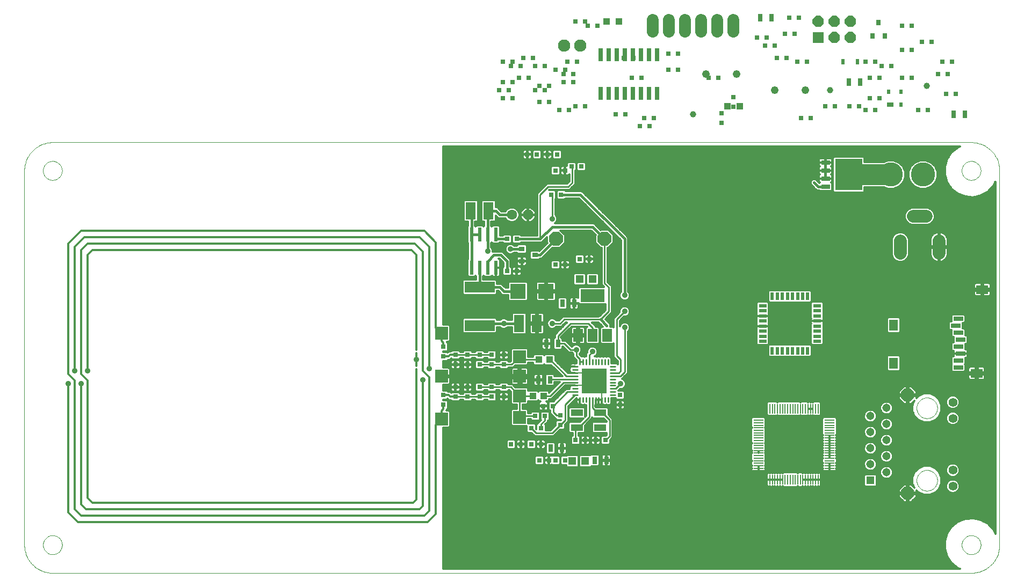
<source format=gtl>
G75*
G70*
%OFA0B0*%
%FSLAX24Y24*%
%IPPOS*%
%LPD*%
%AMOC8*
5,1,8,0,0,1.08239X$1,22.5*
%
%ADD10C,0.0000*%
%ADD11R,0.1575X0.1575*%
%ADD12C,0.0098*%
%ADD13R,0.0433X0.0394*%
%ADD14R,0.0787X0.0787*%
%ADD15R,0.0300X0.0300*%
%ADD16R,0.0500X0.0500*%
%ADD17R,0.0748X0.0433*%
%ADD18R,0.0315X0.0472*%
%ADD19R,0.0240X0.0870*%
%ADD20OC8,0.0630*%
%ADD21C,0.0630*%
%ADD22R,0.1850X0.0689*%
%ADD23R,0.0945X0.0945*%
%ADD24R,0.0630X0.1063*%
%ADD25R,0.0551X0.0276*%
%ADD26R,0.1693X0.1969*%
%ADD27C,0.1500*%
%ADD28OC8,0.0850*%
%ADD29R,0.0354X0.0315*%
%ADD30R,0.0590X0.0790*%
%ADD31R,0.1500X0.0790*%
%ADD32C,0.0787*%
%ADD33R,0.0169X0.0110*%
%ADD34R,0.0630X0.0098*%
%ADD35R,0.0098X0.0630*%
%ADD36C,0.0394*%
%ADD37R,0.0514X0.0514*%
%ADD38C,0.0514*%
%ADD39C,0.0560*%
%ADD40OC8,0.0802*%
%ADD41R,0.0394X0.0394*%
%ADD42R,0.0315X0.0354*%
%ADD43R,0.0500X0.0220*%
%ADD44R,0.0220X0.0500*%
%ADD45R,0.0394X0.0276*%
%ADD46R,0.0236X0.0276*%
%ADD47C,0.0480*%
%ADD48R,0.0700X0.0700*%
%ADD49OC8,0.0700*%
%ADD50C,0.0740*%
%ADD51R,0.0248X0.0327*%
%ADD52C,0.0760*%
%ADD53R,0.0260X0.0800*%
%ADD54R,0.0591X0.0276*%
%ADD55R,0.0551X0.0709*%
%ADD56R,0.0748X0.0551*%
%ADD57C,0.0357*%
%ADD58C,0.0160*%
%ADD59C,0.0080*%
%ADD60C,0.0120*%
%ADD61C,0.0140*%
%ADD62C,0.0100*%
%ADD63C,0.1300*%
D10*
X002410Y000410D02*
X059410Y000410D01*
X058819Y002160D02*
X058821Y002208D01*
X058827Y002256D01*
X058837Y002303D01*
X058850Y002349D01*
X058868Y002394D01*
X058888Y002438D01*
X058913Y002480D01*
X058941Y002519D01*
X058971Y002556D01*
X059005Y002590D01*
X059042Y002622D01*
X059080Y002651D01*
X059121Y002676D01*
X059164Y002698D01*
X059209Y002716D01*
X059255Y002730D01*
X059302Y002741D01*
X059350Y002748D01*
X059398Y002751D01*
X059446Y002750D01*
X059494Y002745D01*
X059542Y002736D01*
X059588Y002724D01*
X059633Y002707D01*
X059677Y002687D01*
X059719Y002664D01*
X059759Y002637D01*
X059797Y002607D01*
X059832Y002574D01*
X059864Y002538D01*
X059894Y002500D01*
X059920Y002459D01*
X059942Y002416D01*
X059962Y002372D01*
X059977Y002327D01*
X059989Y002280D01*
X059997Y002232D01*
X060001Y002184D01*
X060001Y002136D01*
X059997Y002088D01*
X059989Y002040D01*
X059977Y001993D01*
X059962Y001948D01*
X059942Y001904D01*
X059920Y001861D01*
X059894Y001820D01*
X059864Y001782D01*
X059832Y001746D01*
X059797Y001713D01*
X059759Y001683D01*
X059719Y001656D01*
X059677Y001633D01*
X059633Y001613D01*
X059588Y001596D01*
X059542Y001584D01*
X059494Y001575D01*
X059446Y001570D01*
X059398Y001569D01*
X059350Y001572D01*
X059302Y001579D01*
X059255Y001590D01*
X059209Y001604D01*
X059164Y001622D01*
X059121Y001644D01*
X059080Y001669D01*
X059042Y001698D01*
X059005Y001730D01*
X058971Y001764D01*
X058941Y001801D01*
X058913Y001840D01*
X058888Y001882D01*
X058868Y001926D01*
X058850Y001971D01*
X058837Y002017D01*
X058827Y002064D01*
X058821Y002112D01*
X058819Y002160D01*
X059410Y000410D02*
X059493Y000412D01*
X059576Y000418D01*
X059659Y000428D01*
X059741Y000442D01*
X059823Y000459D01*
X059903Y000481D01*
X059982Y000506D01*
X060060Y000535D01*
X060137Y000568D01*
X060212Y000605D01*
X060285Y000644D01*
X060356Y000688D01*
X060425Y000734D01*
X060492Y000784D01*
X060556Y000837D01*
X060618Y000893D01*
X060677Y000952D01*
X060733Y001014D01*
X060786Y001078D01*
X060836Y001145D01*
X060882Y001214D01*
X060926Y001285D01*
X060965Y001358D01*
X061002Y001433D01*
X061035Y001510D01*
X061064Y001588D01*
X061089Y001667D01*
X061111Y001747D01*
X061128Y001829D01*
X061142Y001911D01*
X061152Y001994D01*
X061158Y002077D01*
X061160Y002160D01*
X061160Y025410D01*
X058819Y025410D02*
X058821Y025458D01*
X058827Y025506D01*
X058837Y025553D01*
X058850Y025599D01*
X058868Y025644D01*
X058888Y025688D01*
X058913Y025730D01*
X058941Y025769D01*
X058971Y025806D01*
X059005Y025840D01*
X059042Y025872D01*
X059080Y025901D01*
X059121Y025926D01*
X059164Y025948D01*
X059209Y025966D01*
X059255Y025980D01*
X059302Y025991D01*
X059350Y025998D01*
X059398Y026001D01*
X059446Y026000D01*
X059494Y025995D01*
X059542Y025986D01*
X059588Y025974D01*
X059633Y025957D01*
X059677Y025937D01*
X059719Y025914D01*
X059759Y025887D01*
X059797Y025857D01*
X059832Y025824D01*
X059864Y025788D01*
X059894Y025750D01*
X059920Y025709D01*
X059942Y025666D01*
X059962Y025622D01*
X059977Y025577D01*
X059989Y025530D01*
X059997Y025482D01*
X060001Y025434D01*
X060001Y025386D01*
X059997Y025338D01*
X059989Y025290D01*
X059977Y025243D01*
X059962Y025198D01*
X059942Y025154D01*
X059920Y025111D01*
X059894Y025070D01*
X059864Y025032D01*
X059832Y024996D01*
X059797Y024963D01*
X059759Y024933D01*
X059719Y024906D01*
X059677Y024883D01*
X059633Y024863D01*
X059588Y024846D01*
X059542Y024834D01*
X059494Y024825D01*
X059446Y024820D01*
X059398Y024819D01*
X059350Y024822D01*
X059302Y024829D01*
X059255Y024840D01*
X059209Y024854D01*
X059164Y024872D01*
X059121Y024894D01*
X059080Y024919D01*
X059042Y024948D01*
X059005Y024980D01*
X058971Y025014D01*
X058941Y025051D01*
X058913Y025090D01*
X058888Y025132D01*
X058868Y025176D01*
X058850Y025221D01*
X058837Y025267D01*
X058827Y025314D01*
X058821Y025362D01*
X058819Y025410D01*
X059410Y027160D02*
X059493Y027158D01*
X059576Y027152D01*
X059659Y027142D01*
X059741Y027128D01*
X059823Y027111D01*
X059903Y027089D01*
X059982Y027064D01*
X060060Y027035D01*
X060137Y027002D01*
X060212Y026965D01*
X060285Y026926D01*
X060356Y026882D01*
X060425Y026836D01*
X060492Y026786D01*
X060556Y026733D01*
X060618Y026677D01*
X060677Y026618D01*
X060733Y026556D01*
X060786Y026492D01*
X060836Y026425D01*
X060882Y026356D01*
X060926Y026285D01*
X060965Y026212D01*
X061002Y026137D01*
X061035Y026060D01*
X061064Y025982D01*
X061089Y025903D01*
X061111Y025823D01*
X061128Y025741D01*
X061142Y025659D01*
X061152Y025576D01*
X061158Y025493D01*
X061160Y025410D01*
X059410Y027160D02*
X002410Y027160D01*
X001819Y025410D02*
X001821Y025458D01*
X001827Y025506D01*
X001837Y025553D01*
X001850Y025599D01*
X001868Y025644D01*
X001888Y025688D01*
X001913Y025730D01*
X001941Y025769D01*
X001971Y025806D01*
X002005Y025840D01*
X002042Y025872D01*
X002080Y025901D01*
X002121Y025926D01*
X002164Y025948D01*
X002209Y025966D01*
X002255Y025980D01*
X002302Y025991D01*
X002350Y025998D01*
X002398Y026001D01*
X002446Y026000D01*
X002494Y025995D01*
X002542Y025986D01*
X002588Y025974D01*
X002633Y025957D01*
X002677Y025937D01*
X002719Y025914D01*
X002759Y025887D01*
X002797Y025857D01*
X002832Y025824D01*
X002864Y025788D01*
X002894Y025750D01*
X002920Y025709D01*
X002942Y025666D01*
X002962Y025622D01*
X002977Y025577D01*
X002989Y025530D01*
X002997Y025482D01*
X003001Y025434D01*
X003001Y025386D01*
X002997Y025338D01*
X002989Y025290D01*
X002977Y025243D01*
X002962Y025198D01*
X002942Y025154D01*
X002920Y025111D01*
X002894Y025070D01*
X002864Y025032D01*
X002832Y024996D01*
X002797Y024963D01*
X002759Y024933D01*
X002719Y024906D01*
X002677Y024883D01*
X002633Y024863D01*
X002588Y024846D01*
X002542Y024834D01*
X002494Y024825D01*
X002446Y024820D01*
X002398Y024819D01*
X002350Y024822D01*
X002302Y024829D01*
X002255Y024840D01*
X002209Y024854D01*
X002164Y024872D01*
X002121Y024894D01*
X002080Y024919D01*
X002042Y024948D01*
X002005Y024980D01*
X001971Y025014D01*
X001941Y025051D01*
X001913Y025090D01*
X001888Y025132D01*
X001868Y025176D01*
X001850Y025221D01*
X001837Y025267D01*
X001827Y025314D01*
X001821Y025362D01*
X001819Y025410D01*
X000660Y025410D02*
X000662Y025493D01*
X000668Y025576D01*
X000678Y025659D01*
X000692Y025741D01*
X000709Y025823D01*
X000731Y025903D01*
X000756Y025982D01*
X000785Y026060D01*
X000818Y026137D01*
X000855Y026212D01*
X000894Y026285D01*
X000938Y026356D01*
X000984Y026425D01*
X001034Y026492D01*
X001087Y026556D01*
X001143Y026618D01*
X001202Y026677D01*
X001264Y026733D01*
X001328Y026786D01*
X001395Y026836D01*
X001464Y026882D01*
X001535Y026926D01*
X001608Y026965D01*
X001683Y027002D01*
X001760Y027035D01*
X001838Y027064D01*
X001917Y027089D01*
X001997Y027111D01*
X002079Y027128D01*
X002161Y027142D01*
X002244Y027152D01*
X002327Y027158D01*
X002410Y027160D01*
X000660Y025410D02*
X000660Y002160D01*
X001819Y002160D02*
X001821Y002208D01*
X001827Y002256D01*
X001837Y002303D01*
X001850Y002349D01*
X001868Y002394D01*
X001888Y002438D01*
X001913Y002480D01*
X001941Y002519D01*
X001971Y002556D01*
X002005Y002590D01*
X002042Y002622D01*
X002080Y002651D01*
X002121Y002676D01*
X002164Y002698D01*
X002209Y002716D01*
X002255Y002730D01*
X002302Y002741D01*
X002350Y002748D01*
X002398Y002751D01*
X002446Y002750D01*
X002494Y002745D01*
X002542Y002736D01*
X002588Y002724D01*
X002633Y002707D01*
X002677Y002687D01*
X002719Y002664D01*
X002759Y002637D01*
X002797Y002607D01*
X002832Y002574D01*
X002864Y002538D01*
X002894Y002500D01*
X002920Y002459D01*
X002942Y002416D01*
X002962Y002372D01*
X002977Y002327D01*
X002989Y002280D01*
X002997Y002232D01*
X003001Y002184D01*
X003001Y002136D01*
X002997Y002088D01*
X002989Y002040D01*
X002977Y001993D01*
X002962Y001948D01*
X002942Y001904D01*
X002920Y001861D01*
X002894Y001820D01*
X002864Y001782D01*
X002832Y001746D01*
X002797Y001713D01*
X002759Y001683D01*
X002719Y001656D01*
X002677Y001633D01*
X002633Y001613D01*
X002588Y001596D01*
X002542Y001584D01*
X002494Y001575D01*
X002446Y001570D01*
X002398Y001569D01*
X002350Y001572D01*
X002302Y001579D01*
X002255Y001590D01*
X002209Y001604D01*
X002164Y001622D01*
X002121Y001644D01*
X002080Y001669D01*
X002042Y001698D01*
X002005Y001730D01*
X001971Y001764D01*
X001941Y001801D01*
X001913Y001840D01*
X001888Y001882D01*
X001868Y001926D01*
X001850Y001971D01*
X001837Y002017D01*
X001827Y002064D01*
X001821Y002112D01*
X001819Y002160D01*
X000660Y002160D02*
X000662Y002077D01*
X000668Y001994D01*
X000678Y001911D01*
X000692Y001829D01*
X000709Y001747D01*
X000731Y001667D01*
X000756Y001588D01*
X000785Y001510D01*
X000818Y001433D01*
X000855Y001358D01*
X000894Y001285D01*
X000938Y001214D01*
X000984Y001145D01*
X001034Y001078D01*
X001087Y001014D01*
X001143Y000952D01*
X001202Y000893D01*
X001264Y000837D01*
X001328Y000784D01*
X001395Y000734D01*
X001464Y000688D01*
X001535Y000644D01*
X001608Y000605D01*
X001683Y000568D01*
X001760Y000535D01*
X001838Y000506D01*
X001917Y000481D01*
X001997Y000459D01*
X002079Y000442D01*
X002161Y000428D01*
X002244Y000418D01*
X002327Y000412D01*
X002410Y000410D01*
X056020Y006160D02*
X056022Y006210D01*
X056028Y006260D01*
X056038Y006309D01*
X056051Y006358D01*
X056069Y006405D01*
X056090Y006451D01*
X056114Y006494D01*
X056142Y006536D01*
X056173Y006576D01*
X056207Y006613D01*
X056244Y006647D01*
X056284Y006678D01*
X056326Y006706D01*
X056369Y006730D01*
X056415Y006751D01*
X056462Y006769D01*
X056511Y006782D01*
X056560Y006792D01*
X056610Y006798D01*
X056660Y006800D01*
X056710Y006798D01*
X056760Y006792D01*
X056809Y006782D01*
X056858Y006769D01*
X056905Y006751D01*
X056951Y006730D01*
X056994Y006706D01*
X057036Y006678D01*
X057076Y006647D01*
X057113Y006613D01*
X057147Y006576D01*
X057178Y006536D01*
X057206Y006494D01*
X057230Y006451D01*
X057251Y006405D01*
X057269Y006358D01*
X057282Y006309D01*
X057292Y006260D01*
X057298Y006210D01*
X057300Y006160D01*
X057298Y006110D01*
X057292Y006060D01*
X057282Y006011D01*
X057269Y005962D01*
X057251Y005915D01*
X057230Y005869D01*
X057206Y005826D01*
X057178Y005784D01*
X057147Y005744D01*
X057113Y005707D01*
X057076Y005673D01*
X057036Y005642D01*
X056994Y005614D01*
X056951Y005590D01*
X056905Y005569D01*
X056858Y005551D01*
X056809Y005538D01*
X056760Y005528D01*
X056710Y005522D01*
X056660Y005520D01*
X056610Y005522D01*
X056560Y005528D01*
X056511Y005538D01*
X056462Y005551D01*
X056415Y005569D01*
X056369Y005590D01*
X056326Y005614D01*
X056284Y005642D01*
X056244Y005673D01*
X056207Y005707D01*
X056173Y005744D01*
X056142Y005784D01*
X056114Y005826D01*
X056090Y005869D01*
X056069Y005915D01*
X056051Y005962D01*
X056038Y006011D01*
X056028Y006060D01*
X056022Y006110D01*
X056020Y006160D01*
X056020Y010660D02*
X056022Y010710D01*
X056028Y010760D01*
X056038Y010809D01*
X056051Y010858D01*
X056069Y010905D01*
X056090Y010951D01*
X056114Y010994D01*
X056142Y011036D01*
X056173Y011076D01*
X056207Y011113D01*
X056244Y011147D01*
X056284Y011178D01*
X056326Y011206D01*
X056369Y011230D01*
X056415Y011251D01*
X056462Y011269D01*
X056511Y011282D01*
X056560Y011292D01*
X056610Y011298D01*
X056660Y011300D01*
X056710Y011298D01*
X056760Y011292D01*
X056809Y011282D01*
X056858Y011269D01*
X056905Y011251D01*
X056951Y011230D01*
X056994Y011206D01*
X057036Y011178D01*
X057076Y011147D01*
X057113Y011113D01*
X057147Y011076D01*
X057178Y011036D01*
X057206Y010994D01*
X057230Y010951D01*
X057251Y010905D01*
X057269Y010858D01*
X057282Y010809D01*
X057292Y010760D01*
X057298Y010710D01*
X057300Y010660D01*
X057298Y010610D01*
X057292Y010560D01*
X057282Y010511D01*
X057269Y010462D01*
X057251Y010415D01*
X057230Y010369D01*
X057206Y010326D01*
X057178Y010284D01*
X057147Y010244D01*
X057113Y010207D01*
X057076Y010173D01*
X057036Y010142D01*
X056994Y010114D01*
X056951Y010090D01*
X056905Y010069D01*
X056858Y010051D01*
X056809Y010038D01*
X056760Y010028D01*
X056710Y010022D01*
X056660Y010020D01*
X056610Y010022D01*
X056560Y010028D01*
X056511Y010038D01*
X056462Y010051D01*
X056415Y010069D01*
X056369Y010090D01*
X056326Y010114D01*
X056284Y010142D01*
X056244Y010173D01*
X056207Y010207D01*
X056173Y010244D01*
X056142Y010284D01*
X056114Y010326D01*
X056090Y010369D01*
X056069Y010415D01*
X056051Y010462D01*
X056038Y010511D01*
X056028Y010560D01*
X056022Y010610D01*
X056020Y010660D01*
D11*
X036001Y012353D03*
D12*
X037030Y012451D02*
X037326Y012451D01*
X037326Y012254D02*
X037030Y012254D01*
X037030Y012058D02*
X037326Y012058D01*
X037326Y011861D02*
X037030Y011861D01*
X037030Y011664D02*
X037326Y011664D01*
X037326Y011467D02*
X037030Y011467D01*
X036886Y011324D02*
X036886Y011028D01*
X036690Y011028D02*
X036690Y011324D01*
X036493Y011324D02*
X036493Y011028D01*
X036296Y011028D02*
X036296Y011324D01*
X036099Y011324D02*
X036099Y011028D01*
X035902Y011028D02*
X035902Y011324D01*
X035705Y011324D02*
X035705Y011028D01*
X035508Y011028D02*
X035508Y011324D01*
X035312Y011324D02*
X035312Y011028D01*
X035115Y011028D02*
X035115Y011324D01*
X034971Y011467D02*
X034675Y011467D01*
X034675Y011664D02*
X034971Y011664D01*
X034971Y011861D02*
X034675Y011861D01*
X034675Y012058D02*
X034971Y012058D01*
X034971Y012254D02*
X034675Y012254D01*
X034675Y012451D02*
X034971Y012451D01*
X034971Y012648D02*
X034675Y012648D01*
X034675Y012845D02*
X034971Y012845D01*
X034971Y013042D02*
X034675Y013042D01*
X034675Y013239D02*
X034971Y013239D01*
X035115Y013382D02*
X035115Y013678D01*
X035312Y013678D02*
X035312Y013382D01*
X035508Y013382D02*
X035508Y013678D01*
X035705Y013678D02*
X035705Y013382D01*
X035902Y013382D02*
X035902Y013678D01*
X036099Y013678D02*
X036099Y013382D01*
X036296Y013382D02*
X036296Y013678D01*
X036493Y013678D02*
X036493Y013382D01*
X036690Y013382D02*
X036690Y013678D01*
X036886Y013678D02*
X036886Y013382D01*
X037030Y013239D02*
X037326Y013239D01*
X037326Y013042D02*
X037030Y013042D01*
X037030Y012845D02*
X037326Y012845D01*
X037326Y012648D02*
X037030Y012648D01*
D13*
X033245Y013660D03*
X032575Y013660D03*
X032870Y011410D03*
X032200Y011410D03*
D14*
X031388Y011410D03*
X031388Y012631D03*
X031388Y013853D03*
X026543Y012631D03*
X026541Y009960D03*
X031388Y010060D03*
X026541Y015303D03*
D15*
X026660Y014460D03*
X026660Y013860D03*
X027410Y013960D03*
X028160Y013960D03*
X028160Y013360D03*
X027410Y013360D03*
X027410Y011960D03*
X028160Y011960D03*
X028160Y011360D03*
X027410Y011360D03*
X026660Y011460D03*
X026660Y010860D03*
X028910Y011360D03*
X029660Y011360D03*
X030410Y011360D03*
X030410Y011960D03*
X029660Y011960D03*
X028910Y011960D03*
X028910Y013360D03*
X029660Y013360D03*
X030410Y013360D03*
X030410Y013960D03*
X029660Y013960D03*
X028910Y013960D03*
X032860Y010785D03*
X033460Y010785D03*
X033910Y010210D03*
X033910Y009610D03*
X032960Y010160D03*
X032360Y010160D03*
X032110Y009410D03*
X032710Y009410D03*
X032710Y008410D03*
X032110Y008410D03*
X031460Y008410D03*
X030860Y008410D03*
X032610Y007410D03*
X033210Y007410D03*
X033610Y007410D03*
X034210Y007410D03*
X034860Y008660D03*
X035460Y008660D03*
X036110Y008660D03*
X036710Y008660D03*
X037623Y010860D03*
X037623Y011460D03*
X031210Y019160D03*
X030610Y019160D03*
X033610Y019560D03*
X034210Y019560D03*
X035110Y019910D03*
X035710Y019910D03*
X031210Y021160D03*
X030610Y021160D03*
X033360Y023910D03*
X033960Y023910D03*
X034210Y025410D03*
X034610Y025660D03*
X035210Y025660D03*
X033610Y025410D03*
X033710Y026410D03*
X033110Y026410D03*
X032460Y026410D03*
X031860Y026410D03*
X033860Y029160D03*
X034460Y029160D03*
X034860Y029410D03*
X035460Y029410D03*
X037360Y028910D03*
X037960Y028910D03*
X038860Y028160D03*
X039460Y028160D03*
X039710Y028660D03*
X039110Y028660D03*
X038960Y031160D03*
X038360Y031160D03*
X038460Y032410D03*
X037860Y032410D03*
X040610Y032660D03*
X041210Y032660D03*
X041210Y031660D03*
X040610Y031660D03*
X043110Y031160D03*
X043710Y031160D03*
X044660Y029960D03*
X044660Y029360D03*
X043910Y028960D03*
X043910Y028360D03*
X048860Y028660D03*
X049460Y028660D03*
X050360Y029410D03*
X050960Y029410D03*
X051860Y029410D03*
X052460Y029410D03*
X052860Y029160D03*
X053460Y029160D03*
X053710Y029910D03*
X053110Y029910D03*
X053110Y031160D03*
X053710Y031160D03*
X053860Y031910D03*
X053460Y032160D03*
X052860Y032160D03*
X054460Y031910D03*
X055110Y031160D03*
X055710Y031160D03*
X057360Y031410D03*
X057960Y031410D03*
X058210Y032160D03*
X057610Y032160D03*
X055710Y032910D03*
X055110Y032910D03*
X056360Y033410D03*
X056960Y033410D03*
X055710Y034410D03*
X055110Y034410D03*
X049210Y032160D03*
X048610Y032160D03*
X047960Y032410D03*
X047360Y032410D03*
X047210Y033160D03*
X046610Y033160D03*
X046710Y033660D03*
X046110Y033660D03*
X047860Y033910D03*
X048460Y033910D03*
X048710Y034910D03*
X048110Y034910D03*
X056110Y029160D03*
X056710Y029160D03*
X057860Y030160D03*
X058460Y030160D03*
X036210Y034410D03*
X035610Y034410D03*
X035460Y034660D03*
X034860Y034660D03*
X032210Y032410D03*
X032360Y031910D03*
X032960Y031910D03*
X033610Y031660D03*
X034110Y031410D03*
X034210Y031660D03*
X034360Y032160D03*
X034960Y032160D03*
X034710Y031410D03*
X034710Y030910D03*
X034110Y030910D03*
X033210Y030660D03*
X032960Y030410D03*
X032610Y030660D03*
X032360Y030410D03*
X031960Y031160D03*
X031360Y031160D03*
X030960Y030910D03*
X030710Y030410D03*
X030110Y030410D03*
X030360Y030910D03*
X030360Y029910D03*
X030960Y029910D03*
X032610Y029660D03*
X033210Y029660D03*
X031460Y031910D03*
X031610Y032410D03*
X030960Y032160D03*
X030860Y031910D03*
X030360Y032160D03*
D16*
X035110Y018660D03*
X035910Y018660D03*
X035460Y007360D03*
X034660Y007360D03*
D17*
X034932Y009457D03*
X034932Y010363D03*
X036388Y010363D03*
X036388Y009457D03*
D18*
X034014Y008160D03*
X033306Y008160D03*
X036056Y007410D03*
X036764Y007410D03*
X033264Y012410D03*
X032556Y012410D03*
X033056Y014660D03*
X033764Y014660D03*
X034056Y017160D03*
X034764Y017160D03*
X051806Y030910D03*
X052514Y030910D03*
X058306Y028910D03*
X059014Y028910D03*
X047014Y034910D03*
X046306Y034910D03*
D19*
X029910Y021440D03*
X029410Y021440D03*
X028910Y021440D03*
X028410Y021440D03*
X028410Y019380D03*
X028910Y019380D03*
X029410Y019380D03*
X029910Y019380D03*
D20*
X031910Y022660D03*
D21*
X030910Y022660D03*
D22*
X028910Y018160D03*
X028910Y015778D03*
D23*
X031294Y017910D03*
X033026Y017910D03*
D24*
X032461Y015910D03*
X031359Y015910D03*
X029461Y022910D03*
X028359Y022910D03*
D25*
X050367Y024410D03*
X050367Y024910D03*
X050367Y025410D03*
X050367Y025910D03*
D26*
X051804Y025160D03*
D27*
X054410Y025160D03*
X056410Y025160D03*
D28*
X036660Y021160D03*
X033660Y021160D03*
D29*
X032343Y020160D03*
X031516Y019786D03*
X031516Y020534D03*
D30*
X035020Y015170D03*
X035920Y015170D03*
X036820Y015170D03*
D31*
X035910Y017650D03*
D32*
X055010Y020266D02*
X055010Y021054D01*
X055816Y022560D02*
X056604Y022560D01*
X057410Y021054D02*
X057410Y020266D01*
D33*
X024988Y014260D03*
X024988Y014060D03*
X024988Y013260D03*
X024988Y013060D03*
D34*
X046205Y009906D03*
X046205Y009749D03*
X046205Y009591D03*
X046205Y009434D03*
X046205Y009276D03*
X046205Y009119D03*
X046205Y008961D03*
X046205Y008804D03*
X046205Y008646D03*
X046205Y008489D03*
X046205Y008331D03*
X046205Y008174D03*
X046205Y008016D03*
X046205Y007859D03*
X046205Y007701D03*
X046205Y007544D03*
X046205Y007386D03*
X046205Y007229D03*
X046205Y007071D03*
X046205Y006914D03*
X050615Y006914D03*
X050615Y007071D03*
X050615Y007229D03*
X050615Y007386D03*
X050615Y007544D03*
X050615Y007701D03*
X050615Y007859D03*
X050615Y008016D03*
X050615Y008174D03*
X050615Y008331D03*
X050615Y008489D03*
X050615Y008646D03*
X050615Y008804D03*
X050615Y008961D03*
X050615Y009119D03*
X050615Y009276D03*
X050615Y009434D03*
X050615Y009591D03*
X050615Y009749D03*
X050615Y009906D03*
D35*
X049906Y010615D03*
X049749Y010615D03*
X049591Y010615D03*
X049434Y010615D03*
X049276Y010615D03*
X049119Y010615D03*
X048961Y010615D03*
X048804Y010615D03*
X048646Y010615D03*
X048489Y010615D03*
X048331Y010615D03*
X048174Y010615D03*
X048016Y010615D03*
X047859Y010615D03*
X047701Y010615D03*
X047544Y010615D03*
X047386Y010615D03*
X047229Y010615D03*
X047071Y010615D03*
X046914Y010615D03*
X046914Y006205D03*
X047071Y006205D03*
X047229Y006205D03*
X047386Y006205D03*
X047544Y006205D03*
X047701Y006205D03*
X047859Y006205D03*
X048016Y006205D03*
X048174Y006205D03*
X048331Y006205D03*
X048489Y006205D03*
X048646Y006205D03*
X048804Y006205D03*
X048961Y006205D03*
X049119Y006205D03*
X049276Y006205D03*
X049434Y006205D03*
X049591Y006205D03*
X049749Y006205D03*
X049906Y006205D03*
D36*
X042160Y028910D03*
X050660Y030410D03*
X056660Y030660D03*
D37*
X053160Y006160D03*
D38*
X053160Y007160D03*
X054160Y007660D03*
X054160Y008660D03*
X053160Y009160D03*
X054160Y009660D03*
X053160Y010160D03*
X054160Y010660D03*
X053160Y008160D03*
X054160Y006660D03*
D39*
X058266Y006802D03*
X058266Y005802D03*
X058266Y010018D03*
X058266Y011018D03*
D40*
X055459Y011459D03*
X055459Y005361D03*
D41*
X045054Y029410D03*
X044266Y029410D03*
X037554Y034660D03*
X036766Y034660D03*
D42*
X053286Y033766D03*
X054034Y033766D03*
X053660Y034593D03*
D43*
X049850Y017012D03*
X049850Y016697D03*
X049850Y016382D03*
X049850Y016067D03*
X049850Y015753D03*
X049850Y015438D03*
X049850Y015123D03*
X049850Y014808D03*
X046470Y014808D03*
X046470Y015123D03*
X046470Y015438D03*
X046470Y015753D03*
X046470Y016067D03*
X046470Y016382D03*
X046470Y016697D03*
X046470Y017012D03*
D44*
X047058Y017600D03*
X047373Y017600D03*
X047688Y017600D03*
X048003Y017600D03*
X048317Y017600D03*
X048632Y017600D03*
X048947Y017600D03*
X049262Y017600D03*
X049262Y014220D03*
X048947Y014220D03*
X048632Y014220D03*
X048317Y014220D03*
X048003Y014220D03*
X047688Y014220D03*
X047373Y014220D03*
X047058Y014220D03*
D45*
X054365Y029516D03*
D46*
X055034Y029516D03*
X055034Y030304D03*
X054286Y030304D03*
D47*
X049110Y030410D03*
X047210Y030410D03*
X044860Y031410D03*
X042960Y031410D03*
D48*
X049910Y033660D03*
D49*
X049910Y034660D03*
X050910Y034660D03*
X051910Y034660D03*
X051910Y033660D03*
X050910Y033660D03*
D50*
X044660Y034040D02*
X044660Y034780D01*
X043660Y034780D02*
X043660Y034040D01*
X042660Y034040D02*
X042660Y034780D01*
X041660Y034780D02*
X041660Y034040D01*
X040660Y034040D02*
X040660Y034780D01*
X039660Y034780D02*
X039660Y034040D01*
D51*
X051457Y032160D03*
X052363Y032160D03*
D52*
X035160Y033160D03*
X034160Y033160D03*
D53*
X036410Y032620D03*
X036910Y032620D03*
X037410Y032620D03*
X037910Y032620D03*
X038410Y032620D03*
X038910Y032620D03*
X039410Y032620D03*
X039910Y032620D03*
X039910Y030200D03*
X039410Y030200D03*
X038910Y030200D03*
X038410Y030200D03*
X037910Y030200D03*
X037410Y030200D03*
X036910Y030200D03*
X036410Y030200D03*
D54*
X058599Y016203D03*
X058441Y015770D03*
X058599Y015337D03*
X058756Y014904D03*
X058599Y014471D03*
X058756Y014038D03*
X058599Y013605D03*
X058599Y013172D03*
D55*
X054583Y013447D03*
X054583Y015810D03*
D56*
X060095Y018014D03*
X059741Y012817D03*
D57*
X037910Y015660D03*
X037910Y016660D03*
X037910Y017660D03*
X033410Y015910D03*
X034910Y014285D03*
X035910Y014160D03*
X037660Y012160D03*
X030410Y015910D03*
X025788Y013110D03*
X025388Y012410D03*
X026532Y012641D03*
X024988Y013660D03*
X029410Y020410D03*
X030816Y020535D03*
X033410Y022410D03*
X004588Y012960D03*
X003788Y012960D03*
X004188Y012160D03*
X003388Y012160D03*
D58*
X026491Y010010D02*
X026541Y009960D01*
X030788Y012250D02*
X030788Y013070D01*
X030841Y013070D01*
X030834Y013046D01*
X030834Y012711D01*
X031308Y012711D01*
X031308Y012551D01*
X031468Y012551D01*
X031468Y012078D01*
X031803Y012078D01*
X031843Y012088D01*
X031880Y012110D01*
X031910Y012139D01*
X031931Y012176D01*
X031942Y012216D01*
X031942Y012551D01*
X031468Y012551D01*
X031468Y012711D01*
X031942Y012711D01*
X031942Y013046D01*
X031931Y013087D01*
X031910Y013123D01*
X031880Y013153D01*
X031868Y013160D01*
X032088Y013160D01*
X032088Y011960D01*
X031964Y011960D01*
X031918Y012007D01*
X031829Y012043D01*
X031164Y012043D01*
X031130Y012078D01*
X031308Y012078D01*
X031308Y012551D01*
X030834Y012551D01*
X030834Y012250D01*
X030788Y012250D01*
X030788Y012262D02*
X030834Y012262D01*
X030834Y012420D02*
X030788Y012420D01*
X030788Y012579D02*
X031308Y012579D01*
X031308Y012420D02*
X031468Y012420D01*
X031468Y012262D02*
X031308Y012262D01*
X031308Y012103D02*
X031468Y012103D01*
X031869Y012103D02*
X032088Y012103D01*
X032088Y012262D02*
X031942Y012262D01*
X031942Y012420D02*
X032088Y012420D01*
X032088Y012579D02*
X031468Y012579D01*
X031942Y012737D02*
X032088Y012737D01*
X032088Y012896D02*
X031942Y012896D01*
X031940Y013054D02*
X032088Y013054D01*
X031438Y013560D02*
X031388Y013610D01*
X031171Y013643D02*
X031171Y013836D01*
X031388Y013853D01*
X030836Y013054D02*
X030788Y013054D01*
X030788Y012896D02*
X030834Y012896D01*
X030834Y012737D02*
X030788Y012737D01*
X031388Y011410D02*
X031388Y011410D01*
X035586Y012058D02*
X035705Y012058D01*
X036001Y012353D01*
X036789Y015781D02*
X036410Y016160D01*
X037910Y017660D02*
X037910Y021160D01*
X035160Y023910D01*
X033960Y023910D01*
X030910Y022660D02*
X030160Y022660D01*
X029910Y022910D01*
X029461Y022910D01*
X029410Y022859D01*
X029410Y021440D01*
X029410Y020410D01*
X029785Y020160D02*
X030223Y020160D01*
X030610Y019773D01*
X030610Y019160D01*
X030160Y018160D02*
X028910Y018160D01*
X028910Y019380D01*
X029410Y019380D02*
X029410Y019785D01*
X029785Y020160D01*
X030816Y020535D02*
X031067Y020534D01*
X031516Y020534D01*
X032343Y020160D02*
X032660Y020160D01*
X033660Y021160D01*
X033410Y021910D02*
X032660Y021160D01*
X031210Y021160D01*
X030610Y021160D02*
X029910Y021160D01*
X028910Y021440D02*
X028410Y021440D01*
X028410Y019380D01*
X030160Y018160D02*
X030410Y017910D01*
X031294Y017910D01*
X031359Y015910D02*
X030410Y015910D01*
X029497Y015903D01*
X028910Y015778D01*
X035910Y021910D02*
X036660Y021160D01*
X035910Y021910D02*
X033410Y021910D01*
X028410Y021440D02*
X028410Y022859D01*
X028359Y022910D01*
X049660Y024660D02*
X049910Y024410D01*
X050410Y024410D01*
D59*
X031388Y013643D02*
X031388Y013610D01*
X031388Y013643D02*
X031171Y013643D01*
X034823Y012845D02*
X035373Y012845D01*
X035379Y012846D01*
X035384Y012849D01*
X035387Y012854D01*
X035388Y012860D01*
X035388Y013060D01*
X035288Y013060D01*
X035588Y012060D02*
X035586Y012058D01*
X034823Y012058D01*
X036493Y011861D02*
X036493Y011176D01*
D60*
X036493Y010839D01*
X036518Y010839D01*
X036566Y010852D01*
X036586Y010864D01*
X036611Y010839D01*
X036768Y010839D01*
X036788Y010859D01*
X036808Y010839D01*
X036965Y010839D01*
X037076Y010950D01*
X037076Y011278D01*
X037333Y011278D01*
X037333Y011252D01*
X037415Y011170D01*
X037830Y011170D01*
X037912Y011252D01*
X037912Y011668D01*
X037830Y011750D01*
X037519Y011750D01*
X037610Y011841D01*
X037723Y011841D01*
X037841Y011890D01*
X037930Y011979D01*
X037979Y012097D01*
X037979Y012223D01*
X037930Y012341D01*
X037841Y012430D01*
X037740Y012472D01*
X037989Y012720D01*
X038100Y012831D01*
X038100Y015399D01*
X038180Y015479D01*
X038229Y015597D01*
X038229Y015723D01*
X038180Y015841D01*
X038091Y015930D01*
X037973Y015979D01*
X037847Y015979D01*
X037729Y015930D01*
X037640Y015841D01*
X037600Y015744D01*
X037600Y016081D01*
X037860Y016341D01*
X037973Y016341D01*
X038091Y016390D01*
X038180Y016479D01*
X038229Y016597D01*
X038229Y016723D01*
X038180Y016841D01*
X038091Y016930D01*
X037973Y016979D01*
X037847Y016979D01*
X037729Y016930D01*
X037640Y016841D01*
X037591Y016723D01*
X037591Y016610D01*
X037331Y016350D01*
X037220Y016239D01*
X037220Y015658D01*
X037173Y015705D01*
X037009Y015705D01*
X037009Y015872D01*
X036700Y016181D01*
X036989Y016470D01*
X037100Y016581D01*
X037100Y018239D01*
X036850Y018489D01*
X036850Y020595D01*
X036894Y020595D01*
X037225Y020926D01*
X037225Y021394D01*
X036894Y021725D01*
X036426Y021725D01*
X036416Y021715D01*
X036001Y022130D01*
X033567Y022130D01*
X033591Y022140D01*
X033680Y022229D01*
X033729Y022347D01*
X033729Y022473D01*
X033680Y022591D01*
X033600Y022671D01*
X033600Y023652D01*
X033650Y023702D01*
X033650Y024118D01*
X033568Y024200D01*
X033219Y024200D01*
X033239Y024220D01*
X034489Y024220D01*
X034739Y024470D01*
X034850Y024581D01*
X034850Y025402D01*
X034900Y025452D01*
X034900Y025868D01*
X034818Y025950D01*
X034402Y025950D01*
X034320Y025868D01*
X034320Y025700D01*
X034225Y025700D01*
X034225Y025425D01*
X034195Y025425D01*
X034195Y025700D01*
X034042Y025700D01*
X034006Y025690D01*
X033974Y025672D01*
X033948Y025646D01*
X033930Y025614D01*
X033920Y025578D01*
X033920Y025425D01*
X034195Y025425D01*
X034195Y025395D01*
X034225Y025395D01*
X034225Y025120D01*
X034378Y025120D01*
X034414Y025130D01*
X034446Y025148D01*
X034470Y025172D01*
X034470Y024739D01*
X034331Y024600D01*
X033081Y024600D01*
X032970Y024489D01*
X032470Y023989D01*
X032470Y021380D01*
X031488Y021380D01*
X031418Y021450D01*
X031002Y021450D01*
X030920Y021368D01*
X030920Y020952D01*
X031002Y020870D01*
X031418Y020870D01*
X031488Y020940D01*
X032751Y020940D01*
X033095Y021284D01*
X033095Y020926D01*
X033105Y020916D01*
X032612Y020423D01*
X032578Y020457D01*
X032108Y020457D01*
X032026Y020375D01*
X032026Y019945D01*
X032108Y019863D01*
X032578Y019863D01*
X032656Y019940D01*
X032751Y019940D01*
X033416Y020605D01*
X033426Y020595D01*
X033894Y020595D01*
X034225Y020926D01*
X034225Y021394D01*
X033929Y021690D01*
X035819Y021690D01*
X036105Y021404D01*
X036095Y021394D01*
X036095Y020926D01*
X036426Y020595D01*
X036470Y020595D01*
X036470Y018331D01*
X036581Y018220D01*
X036616Y018185D01*
X035102Y018185D01*
X035020Y018103D01*
X035020Y017496D01*
X035008Y017508D01*
X034976Y017527D01*
X034940Y017536D01*
X034783Y017536D01*
X034783Y017179D01*
X034746Y017179D01*
X034746Y017536D01*
X034588Y017536D01*
X034553Y017527D01*
X034521Y017508D01*
X034495Y017482D01*
X034476Y017450D01*
X034467Y017415D01*
X034467Y017179D01*
X034746Y017179D01*
X034746Y017141D01*
X034783Y017141D01*
X034783Y016784D01*
X034940Y016784D01*
X034976Y016793D01*
X035008Y016812D01*
X035034Y016838D01*
X035052Y016870D01*
X035062Y016905D01*
X035062Y017141D01*
X034783Y017141D01*
X034783Y017179D01*
X035038Y017179D01*
X035102Y017115D01*
X036718Y017115D01*
X036720Y017117D01*
X036720Y016739D01*
X036361Y016380D01*
X036319Y016380D01*
X036289Y016350D01*
X034081Y016350D01*
X033970Y016239D01*
X033831Y016100D01*
X033671Y016100D01*
X033591Y016180D01*
X033473Y016229D01*
X033347Y016229D01*
X033229Y016180D01*
X033140Y016091D01*
X033091Y015973D01*
X033091Y015847D01*
X033140Y015729D01*
X033229Y015640D01*
X033347Y015591D01*
X033473Y015591D01*
X033591Y015640D01*
X033671Y015720D01*
X033989Y015720D01*
X034239Y015970D01*
X034326Y015970D01*
X033686Y015329D01*
X033574Y015218D01*
X033574Y015036D01*
X033549Y015036D01*
X033467Y014954D01*
X033467Y014366D01*
X033549Y014284D01*
X033980Y014284D01*
X034062Y014366D01*
X034062Y014470D01*
X034081Y014470D01*
X034345Y014206D01*
X034456Y014095D01*
X034649Y014095D01*
X034720Y014024D01*
X034720Y013831D01*
X034831Y013720D01*
X034925Y013627D01*
X034925Y013451D01*
X034926Y013451D01*
X034926Y013428D01*
X034823Y013428D01*
X034651Y013428D01*
X034603Y013415D01*
X034560Y013390D01*
X034524Y013355D01*
X034499Y013312D01*
X034487Y013264D01*
X034487Y013239D01*
X034823Y013239D01*
X034823Y013239D01*
X034487Y013239D01*
X034487Y013214D01*
X034499Y013166D01*
X034511Y013145D01*
X034487Y013120D01*
X034487Y012964D01*
X034511Y012939D01*
X034499Y012918D01*
X034487Y012870D01*
X034487Y012845D01*
X034487Y012838D01*
X034376Y012838D01*
X033601Y013613D01*
X033601Y013915D01*
X033519Y013997D01*
X032970Y013997D01*
X032910Y013937D01*
X032850Y013997D01*
X032301Y013997D01*
X032219Y013915D01*
X032219Y013850D01*
X031922Y013850D01*
X031922Y014305D01*
X031840Y014387D01*
X030936Y014387D01*
X030854Y014305D01*
X030854Y013595D01*
X030809Y013550D01*
X030700Y013550D01*
X030700Y013568D01*
X030618Y013650D01*
X030202Y013650D01*
X030120Y013568D01*
X030120Y013550D01*
X029950Y013550D01*
X029950Y013568D01*
X029868Y013650D01*
X029452Y013650D01*
X029370Y013568D01*
X029370Y013550D01*
X029200Y013550D01*
X029200Y013568D01*
X029118Y013650D01*
X028702Y013650D01*
X028620Y013568D01*
X028620Y013152D01*
X028702Y013070D01*
X029118Y013070D01*
X029200Y013152D01*
X029200Y013170D01*
X029370Y013170D01*
X029370Y013152D01*
X029452Y013070D01*
X029868Y013070D01*
X029950Y013152D01*
X029950Y013170D01*
X030120Y013170D01*
X030120Y013152D01*
X030202Y013070D01*
X030618Y013070D01*
X030700Y013152D01*
X030700Y013170D01*
X030967Y013170D01*
X031116Y013319D01*
X031840Y013319D01*
X031922Y013401D01*
X031922Y013470D01*
X032219Y013470D01*
X032219Y013405D01*
X032301Y013323D01*
X032850Y013323D01*
X032910Y013383D01*
X032970Y013323D01*
X033353Y013323D01*
X034035Y012641D01*
X033562Y012641D01*
X033562Y012704D01*
X033480Y012786D01*
X033049Y012786D01*
X032967Y012704D01*
X032967Y012116D01*
X033049Y012034D01*
X033480Y012034D01*
X033562Y012116D01*
X033562Y012261D01*
X033868Y012261D01*
X033226Y011620D01*
X033226Y011665D01*
X033144Y011747D01*
X032595Y011747D01*
X032535Y011687D01*
X032475Y011747D01*
X031926Y011747D01*
X031922Y011743D01*
X031922Y011861D01*
X031840Y011943D01*
X031123Y011943D01*
X030966Y012100D01*
X030976Y012098D01*
X031328Y012098D01*
X031328Y012571D01*
X031448Y012571D01*
X031448Y012098D01*
X031800Y012098D01*
X031836Y012107D01*
X031868Y012126D01*
X031894Y012152D01*
X031912Y012184D01*
X031922Y012219D01*
X031922Y012571D01*
X031448Y012571D01*
X031448Y012691D01*
X031922Y012691D01*
X031922Y013043D01*
X031912Y013079D01*
X031894Y013111D01*
X031868Y013137D01*
X031836Y013155D01*
X031800Y013165D01*
X031448Y013165D01*
X031448Y012691D01*
X031328Y012691D01*
X031328Y012571D01*
X030854Y012571D01*
X030854Y012219D01*
X030864Y012184D01*
X030882Y012152D01*
X030884Y012150D01*
X030700Y012150D01*
X030700Y012168D01*
X030618Y012250D01*
X030202Y012250D01*
X030120Y012168D01*
X030120Y012150D01*
X029950Y012150D01*
X029950Y012168D01*
X029868Y012250D01*
X029452Y012250D01*
X029370Y012168D01*
X029370Y012150D01*
X029200Y012150D01*
X029200Y012168D01*
X029118Y012250D01*
X028702Y012250D01*
X028620Y012168D01*
X028620Y011752D01*
X028702Y011670D01*
X029118Y011670D01*
X029200Y011752D01*
X029200Y011770D01*
X029370Y011770D01*
X029370Y011752D01*
X029452Y011670D01*
X029868Y011670D01*
X029950Y011752D01*
X029950Y011770D01*
X030120Y011770D01*
X030120Y011752D01*
X030202Y011670D01*
X030618Y011670D01*
X030700Y011752D01*
X030700Y011770D01*
X030759Y011770D01*
X030854Y011675D01*
X030854Y010958D01*
X030936Y010876D01*
X031198Y010876D01*
X031198Y010594D01*
X030936Y010594D01*
X030854Y010512D01*
X030854Y009608D01*
X030936Y009526D01*
X031820Y009526D01*
X031820Y009202D01*
X031902Y009120D01*
X032119Y009120D01*
X032220Y009019D01*
X032331Y008908D01*
X033476Y008908D01*
X033889Y009320D01*
X034118Y009320D01*
X034200Y009402D01*
X034200Y009631D01*
X034412Y009844D01*
X034412Y010781D01*
X034909Y011278D01*
X034926Y011278D01*
X034926Y011176D01*
X035115Y011176D01*
X035115Y010839D01*
X035140Y010839D01*
X035188Y010852D01*
X035208Y010864D01*
X035233Y010839D01*
X035390Y010839D01*
X035410Y010859D01*
X035430Y010839D01*
X035515Y010839D01*
X035515Y010184D01*
X035446Y010114D01*
X035446Y010637D01*
X035364Y010719D01*
X034500Y010719D01*
X034418Y010637D01*
X034418Y010088D01*
X034500Y010006D01*
X035338Y010006D01*
X035145Y009814D01*
X034500Y009814D01*
X034418Y009732D01*
X034418Y009183D01*
X034500Y009101D01*
X034670Y009101D01*
X034670Y008950D01*
X034652Y008950D01*
X034570Y008868D01*
X034570Y008452D01*
X034652Y008370D01*
X035068Y008370D01*
X035150Y008452D01*
X035150Y008868D01*
X035068Y008950D01*
X035050Y008950D01*
X035050Y009101D01*
X035364Y009101D01*
X035446Y009183D01*
X035446Y009577D01*
X035895Y010027D01*
X035895Y010067D01*
X035956Y010006D01*
X036608Y010006D01*
X036783Y009831D01*
X036783Y009814D01*
X035956Y009814D01*
X035874Y009732D01*
X035874Y009183D01*
X035956Y009101D01*
X036783Y009101D01*
X036783Y008989D01*
X036744Y008950D01*
X036502Y008950D01*
X036420Y008868D01*
X036420Y008452D01*
X036502Y008370D01*
X036918Y008370D01*
X037000Y008452D01*
X037000Y008669D01*
X037051Y008720D01*
X037162Y008831D01*
X037162Y009989D01*
X036902Y010249D01*
X036902Y010637D01*
X036820Y010719D01*
X036129Y010719D01*
X036092Y010757D01*
X036092Y010839D01*
X036099Y010839D01*
X036124Y010839D01*
X036172Y010852D01*
X036197Y010866D01*
X036223Y010852D01*
X036271Y010839D01*
X036296Y010839D01*
X036321Y010839D01*
X036369Y010852D01*
X036394Y010866D01*
X036420Y010852D01*
X036468Y010839D01*
X036493Y010839D01*
X036493Y011176D01*
X036493Y011176D01*
X036493Y011176D01*
X036485Y011176D01*
X036296Y011176D01*
X036296Y011176D01*
X036493Y011176D01*
X036493Y011087D02*
X036493Y011087D01*
X036493Y010968D02*
X036493Y010968D01*
X036493Y010850D02*
X036493Y010850D01*
X036557Y010850D02*
X036601Y010850D01*
X036428Y010850D02*
X036360Y010850D01*
X036296Y010850D02*
X036296Y010850D01*
X036296Y010839D02*
X036296Y011176D01*
X036296Y011176D01*
X036107Y011176D01*
X036099Y011176D01*
X036099Y011176D01*
X036296Y011176D01*
X036296Y011176D01*
X036296Y010839D01*
X036231Y010850D02*
X036164Y010850D01*
X036099Y010850D02*
X036099Y010850D01*
X036099Y010839D02*
X036099Y011176D01*
X036099Y011176D01*
X036099Y010839D01*
X036118Y010731D02*
X037333Y010731D01*
X037333Y010692D02*
X037342Y010656D01*
X037360Y010624D01*
X037387Y010598D01*
X037418Y010580D01*
X037454Y010570D01*
X037607Y010570D01*
X037607Y010845D01*
X037333Y010845D01*
X037333Y010692D01*
X037372Y010613D02*
X036902Y010613D01*
X036902Y010494D02*
X046725Y010494D01*
X046725Y010376D02*
X036902Y010376D01*
X036902Y010257D02*
X046725Y010257D01*
X046725Y010242D02*
X046807Y010160D01*
X047386Y010160D01*
X047386Y010210D01*
X047386Y010210D01*
X047386Y010210D01*
X047386Y010160D01*
X048804Y010160D01*
X049276Y010160D01*
X049276Y010210D01*
X049276Y010210D01*
X049276Y010210D01*
X049276Y010160D01*
X049344Y010160D01*
X049355Y010163D01*
X049366Y010160D01*
X049434Y010160D01*
X049501Y010160D01*
X049512Y010163D01*
X049523Y010160D01*
X049591Y010160D01*
X049591Y010210D01*
X049591Y010210D01*
X049591Y010210D01*
X049591Y010160D01*
X049856Y010160D01*
X050013Y010160D01*
X050095Y010242D01*
X050095Y010988D01*
X050013Y011070D01*
X049591Y011070D01*
X049523Y011070D01*
X049512Y011067D01*
X049501Y011070D01*
X049434Y011070D01*
X049434Y011019D01*
X049434Y011019D01*
X049434Y011019D01*
X049434Y011070D01*
X049366Y011070D01*
X049355Y011067D01*
X049344Y011070D01*
X049276Y011070D01*
X048804Y011070D01*
X048804Y011019D01*
X048804Y011019D01*
X048804Y011019D01*
X048804Y011070D01*
X047386Y011070D01*
X046807Y011070D01*
X046725Y010988D01*
X046725Y010242D01*
X046578Y010095D02*
X045832Y010095D01*
X045750Y010013D01*
X045750Y009434D01*
X045801Y009434D01*
X045801Y009434D01*
X045801Y009434D01*
X045750Y009434D01*
X045750Y008489D01*
X045801Y008489D01*
X045801Y008489D01*
X045801Y008489D01*
X045750Y008489D01*
X045750Y008016D01*
X045750Y007949D01*
X045753Y007938D01*
X045750Y007926D01*
X045750Y007859D01*
X045801Y007859D01*
X045801Y007859D01*
X045801Y007859D01*
X045750Y007859D01*
X045750Y007386D01*
X045750Y007071D01*
X045750Y007004D01*
X045753Y006993D01*
X045750Y006982D01*
X045750Y006914D01*
X045801Y006914D01*
X045750Y006914D01*
X045750Y006846D01*
X045760Y006811D01*
X045778Y006779D01*
X045804Y006753D01*
X045836Y006734D01*
X045872Y006725D01*
X046205Y006725D01*
X046205Y006914D01*
X046205Y007040D01*
X046205Y007040D01*
X046205Y006914D01*
X046205Y006914D01*
X046205Y006914D01*
X046205Y006725D01*
X046539Y006725D01*
X046574Y006734D01*
X046606Y006753D01*
X046632Y006779D01*
X046651Y006811D01*
X046660Y006846D01*
X046660Y006914D01*
X046660Y006982D01*
X046657Y006993D01*
X046660Y007004D01*
X046660Y007071D01*
X046610Y007071D01*
X046610Y007071D01*
X046610Y007071D01*
X046660Y007071D01*
X046660Y007386D01*
X046610Y007386D01*
X046610Y007386D01*
X046610Y007386D01*
X046660Y007386D01*
X046660Y007859D01*
X046660Y007926D01*
X046657Y007938D01*
X046660Y007949D01*
X046660Y008016D01*
X046610Y008016D01*
X046610Y008016D01*
X046610Y008016D01*
X046660Y008016D01*
X046660Y008489D01*
X046660Y009434D01*
X046660Y009799D01*
X046660Y010013D01*
X046578Y010095D01*
X046653Y010020D02*
X050167Y010020D01*
X050160Y010013D02*
X050160Y008961D01*
X050160Y008894D01*
X050163Y008882D01*
X050160Y008871D01*
X050160Y008804D01*
X050210Y008804D01*
X050210Y008804D01*
X050210Y008804D01*
X050160Y008804D01*
X050160Y008736D01*
X050163Y008725D01*
X050160Y008714D01*
X050160Y008646D01*
X050160Y008579D01*
X050163Y008567D01*
X050160Y008556D01*
X050160Y008489D01*
X050210Y008489D01*
X050210Y008489D01*
X050210Y008489D01*
X050160Y008489D01*
X050160Y008421D01*
X050163Y008410D01*
X050160Y008399D01*
X050160Y008331D01*
X050160Y008264D01*
X050163Y008253D01*
X050160Y008241D01*
X050160Y008174D01*
X050210Y008174D01*
X050210Y008174D01*
X050210Y008174D01*
X050160Y008174D01*
X050160Y008106D01*
X050163Y008095D01*
X050160Y008084D01*
X050160Y008016D01*
X050160Y007949D01*
X050163Y007938D01*
X050160Y007926D01*
X050160Y007859D01*
X050210Y007859D01*
X050210Y007859D01*
X050210Y007859D01*
X050160Y007859D01*
X050160Y007791D01*
X050163Y007780D01*
X050160Y007769D01*
X050160Y007701D01*
X050160Y007634D01*
X050163Y007623D01*
X050160Y007612D01*
X050160Y007544D01*
X050210Y007544D01*
X050210Y007544D01*
X050210Y007544D01*
X050160Y007544D01*
X050160Y007229D01*
X050210Y007229D01*
X050210Y007229D01*
X050210Y007229D01*
X050160Y007229D01*
X050160Y007161D01*
X050163Y007150D01*
X050160Y007139D01*
X050160Y007071D01*
X050160Y007004D01*
X050163Y006993D01*
X050160Y006982D01*
X050160Y006914D01*
X050210Y006914D01*
X050210Y006914D01*
X050160Y006914D01*
X050160Y006846D01*
X050169Y006811D01*
X050188Y006779D01*
X050214Y006753D01*
X050246Y006734D01*
X050281Y006725D01*
X050615Y006725D01*
X050948Y006725D01*
X050984Y006734D01*
X051016Y006753D01*
X051042Y006779D01*
X051060Y006811D01*
X051070Y006846D01*
X051070Y006914D01*
X051070Y006982D01*
X051067Y006993D01*
X051070Y007004D01*
X051070Y007071D01*
X051019Y007071D01*
X051019Y007071D01*
X051019Y007071D01*
X051070Y007071D01*
X051070Y007139D01*
X051067Y007150D01*
X051070Y007161D01*
X051070Y007229D01*
X051070Y007544D01*
X051070Y007612D01*
X051067Y007623D01*
X051070Y007634D01*
X051070Y007701D01*
X051019Y007701D01*
X051019Y007701D01*
X051019Y007701D01*
X051070Y007701D01*
X051070Y007769D01*
X051067Y007780D01*
X051070Y007791D01*
X051070Y007859D01*
X051070Y007926D01*
X051067Y007938D01*
X051070Y007949D01*
X051070Y008016D01*
X051019Y008016D01*
X051019Y008016D01*
X051019Y008016D01*
X051070Y008016D01*
X051070Y008084D01*
X051067Y008095D01*
X051070Y008106D01*
X051070Y008174D01*
X051070Y008241D01*
X051067Y008253D01*
X051070Y008264D01*
X051070Y008331D01*
X051019Y008331D01*
X051019Y008331D01*
X051019Y008331D01*
X051070Y008331D01*
X051070Y008399D01*
X051067Y008410D01*
X051070Y008421D01*
X051070Y008489D01*
X051070Y008556D01*
X051067Y008567D01*
X051070Y008579D01*
X051070Y008646D01*
X051019Y008646D01*
X051019Y008646D01*
X051019Y008646D01*
X051070Y008646D01*
X051070Y008714D01*
X051067Y008725D01*
X051070Y008736D01*
X051070Y008804D01*
X051070Y008871D01*
X051067Y008882D01*
X051070Y008894D01*
X051070Y008961D01*
X051019Y008961D01*
X051019Y008961D01*
X051019Y008961D01*
X051070Y008961D01*
X051070Y010013D01*
X050988Y010095D01*
X050242Y010095D01*
X050160Y010013D01*
X050160Y009902D02*
X046660Y009902D01*
X046660Y009783D02*
X050160Y009783D01*
X050160Y009665D02*
X046660Y009665D01*
X046660Y009546D02*
X050160Y009546D01*
X050160Y009428D02*
X046660Y009428D01*
X046660Y009434D02*
X046610Y009434D01*
X046660Y009434D01*
X046610Y009434D02*
X046610Y009434D01*
X046610Y009434D01*
X046660Y009309D02*
X050160Y009309D01*
X050160Y009191D02*
X046660Y009191D01*
X046660Y009072D02*
X050160Y009072D01*
X050160Y008961D02*
X050210Y008961D01*
X050160Y008961D01*
X050160Y008954D02*
X046660Y008954D01*
X046660Y008835D02*
X050160Y008835D01*
X050160Y008717D02*
X046660Y008717D01*
X046660Y008598D02*
X050160Y008598D01*
X050160Y008646D02*
X050210Y008646D01*
X050210Y008646D01*
X050210Y008646D01*
X050160Y008646D01*
X050160Y008480D02*
X046660Y008480D01*
X046660Y008489D02*
X046610Y008489D01*
X046660Y008489D01*
X046610Y008489D02*
X046610Y008489D01*
X046610Y008489D01*
X046660Y008361D02*
X050160Y008361D01*
X050160Y008331D02*
X050210Y008331D01*
X050160Y008331D01*
X050210Y008331D02*
X050210Y008331D01*
X050210Y008331D01*
X050160Y008243D02*
X046660Y008243D01*
X046660Y008124D02*
X050160Y008124D01*
X050160Y008016D02*
X050210Y008016D01*
X050160Y008016D01*
X050160Y008006D02*
X046660Y008006D01*
X046660Y007887D02*
X050160Y007887D01*
X050160Y007769D02*
X046660Y007769D01*
X046660Y007859D02*
X046610Y007859D01*
X046660Y007859D01*
X046610Y007859D02*
X046610Y007859D01*
X046610Y007859D01*
X046660Y007650D02*
X050160Y007650D01*
X050160Y007701D02*
X050210Y007701D01*
X050210Y007701D01*
X050210Y007701D01*
X050160Y007701D01*
X050160Y007532D02*
X046660Y007532D01*
X046660Y007413D02*
X050160Y007413D01*
X050160Y007295D02*
X046660Y007295D01*
X046660Y007176D02*
X050160Y007176D01*
X050160Y007071D02*
X050210Y007071D01*
X050160Y007071D01*
X050160Y007058D02*
X046660Y007058D01*
X046660Y006939D02*
X050160Y006939D01*
X050167Y006821D02*
X046653Y006821D01*
X046660Y006914D02*
X046610Y006914D01*
X046660Y006914D01*
X046610Y006914D02*
X046610Y006914D01*
X046779Y006632D02*
X046753Y006606D01*
X046734Y006574D01*
X046725Y006539D01*
X046725Y006205D01*
X046725Y005872D01*
X046734Y005836D01*
X046753Y005804D01*
X046779Y005778D01*
X046811Y005760D01*
X046846Y005750D01*
X046914Y005750D01*
X046982Y005750D01*
X046993Y005753D01*
X047004Y005750D01*
X047071Y005750D01*
X047071Y005801D01*
X047071Y005801D01*
X047071Y005801D01*
X047071Y005750D01*
X047139Y005750D01*
X047150Y005753D01*
X047161Y005750D01*
X047229Y005750D01*
X047297Y005750D01*
X047308Y005753D01*
X047319Y005750D01*
X047386Y005750D01*
X047386Y005801D01*
X047386Y005801D01*
X047386Y005801D01*
X047386Y005750D01*
X047454Y005750D01*
X047465Y005753D01*
X047476Y005750D01*
X047544Y005750D01*
X047612Y005750D01*
X047623Y005753D01*
X047634Y005750D01*
X047701Y005750D01*
X047701Y005801D01*
X047701Y005801D01*
X047701Y005801D01*
X047701Y005750D01*
X048646Y005750D01*
X048646Y005801D01*
X048646Y005801D01*
X048646Y005801D01*
X048646Y005750D01*
X048961Y005750D01*
X048961Y005801D01*
X048961Y005801D01*
X048961Y005801D01*
X048961Y005750D01*
X049029Y005750D01*
X049040Y005753D01*
X049051Y005750D01*
X049119Y005750D01*
X049186Y005750D01*
X049197Y005753D01*
X049208Y005750D01*
X049276Y005750D01*
X049276Y005801D01*
X049276Y005801D01*
X049276Y005801D01*
X049276Y005750D01*
X049344Y005750D01*
X049355Y005753D01*
X049366Y005750D01*
X049434Y005750D01*
X049501Y005750D01*
X049512Y005753D01*
X049523Y005750D01*
X049591Y005750D01*
X049591Y005801D01*
X049591Y005801D01*
X049591Y005801D01*
X049591Y005750D01*
X049659Y005750D01*
X049670Y005753D01*
X049681Y005750D01*
X049749Y005750D01*
X049816Y005750D01*
X049827Y005753D01*
X049838Y005750D01*
X049906Y005750D01*
X049906Y005801D01*
X049906Y005750D01*
X049974Y005750D01*
X050009Y005760D01*
X050041Y005778D01*
X050067Y005804D01*
X050086Y005836D01*
X050095Y005872D01*
X050095Y006205D01*
X049906Y006205D01*
X049749Y006205D01*
X049749Y006205D01*
X049906Y006205D01*
X049906Y006205D01*
X049906Y006205D01*
X050095Y006205D01*
X050095Y006539D01*
X050086Y006574D01*
X050067Y006606D01*
X050041Y006632D01*
X050009Y006651D01*
X049974Y006660D01*
X049906Y006660D01*
X049838Y006660D01*
X049827Y006657D01*
X049816Y006660D01*
X049749Y006660D01*
X049749Y006610D01*
X049749Y006610D01*
X049749Y006610D01*
X049749Y006660D01*
X049681Y006660D01*
X049670Y006657D01*
X049659Y006660D01*
X049591Y006660D01*
X049523Y006660D01*
X049512Y006657D01*
X049501Y006660D01*
X049434Y006660D01*
X049434Y006610D01*
X049434Y006610D01*
X049434Y006610D01*
X049434Y006660D01*
X049366Y006660D01*
X049355Y006657D01*
X049344Y006660D01*
X049276Y006660D01*
X049208Y006660D01*
X049197Y006657D01*
X049186Y006660D01*
X049119Y006660D01*
X049119Y006610D01*
X049119Y006610D01*
X049119Y006610D01*
X049119Y006660D01*
X049051Y006660D01*
X049040Y006657D01*
X049029Y006660D01*
X048961Y006660D01*
X048646Y006660D01*
X047701Y006660D01*
X047634Y006660D01*
X047623Y006657D01*
X047612Y006660D01*
X047544Y006660D01*
X047544Y006610D01*
X047544Y006610D01*
X047544Y006610D01*
X047544Y006660D01*
X047476Y006660D01*
X047465Y006657D01*
X047454Y006660D01*
X047386Y006660D01*
X047319Y006660D01*
X047308Y006657D01*
X047297Y006660D01*
X047229Y006660D01*
X047229Y006610D01*
X047229Y006610D01*
X047229Y006610D01*
X047229Y006660D01*
X047161Y006660D01*
X047150Y006657D01*
X047139Y006660D01*
X047071Y006660D01*
X047004Y006660D01*
X046993Y006657D01*
X046982Y006660D01*
X046914Y006660D01*
X046914Y006610D01*
X046914Y006610D01*
X046914Y006660D01*
X046846Y006660D01*
X046811Y006651D01*
X046779Y006632D01*
X046740Y006584D02*
X026660Y006584D01*
X026660Y006702D02*
X053763Y006702D01*
X053763Y006739D02*
X053763Y006581D01*
X053823Y006435D01*
X053935Y006323D01*
X054081Y006263D01*
X054239Y006263D01*
X054385Y006323D01*
X054497Y006435D01*
X054557Y006581D01*
X054557Y006739D01*
X054497Y006885D01*
X054385Y006997D01*
X054239Y007057D01*
X054081Y007057D01*
X053935Y006997D01*
X053823Y006885D01*
X053763Y006739D01*
X053797Y006821D02*
X053378Y006821D01*
X053385Y006823D02*
X053497Y006935D01*
X053557Y007081D01*
X053557Y007239D01*
X053497Y007385D01*
X053385Y007497D01*
X053239Y007557D01*
X053081Y007557D01*
X052935Y007497D01*
X052823Y007385D01*
X052763Y007239D01*
X052763Y007081D01*
X052823Y006935D01*
X052935Y006823D01*
X053081Y006763D01*
X053239Y006763D01*
X053385Y006823D01*
X053498Y006939D02*
X053877Y006939D01*
X053547Y007058D02*
X056476Y007058D01*
X056481Y007060D02*
X056150Y006923D01*
X055897Y006670D01*
X055760Y006339D01*
X055760Y005981D01*
X055871Y005714D01*
X055683Y005902D01*
X055519Y005902D01*
X055519Y005421D01*
X055399Y005421D01*
X055399Y005902D01*
X055235Y005902D01*
X054918Y005585D01*
X054918Y005421D01*
X055399Y005421D01*
X055399Y005301D01*
X054918Y005301D01*
X054918Y005137D01*
X055235Y004820D01*
X055399Y004820D01*
X055399Y005301D01*
X055519Y005301D01*
X055519Y004820D01*
X055683Y004820D01*
X056000Y005137D01*
X056000Y005301D01*
X055519Y005301D01*
X055519Y005421D01*
X056000Y005421D01*
X056000Y005547D01*
X056150Y005397D01*
X056481Y005260D01*
X056839Y005260D01*
X057170Y005397D01*
X057423Y005650D01*
X057560Y005981D01*
X057560Y006339D01*
X057423Y006670D01*
X057170Y006923D01*
X056839Y007060D01*
X056481Y007060D01*
X056189Y006939D02*
X054443Y006939D01*
X054523Y006821D02*
X056048Y006821D01*
X055930Y006702D02*
X054557Y006702D01*
X054557Y006584D02*
X055862Y006584D01*
X055812Y006465D02*
X054509Y006465D01*
X054408Y006347D02*
X055763Y006347D01*
X055760Y006228D02*
X053557Y006228D01*
X053557Y006110D02*
X055760Y006110D01*
X055760Y005991D02*
X053557Y005991D01*
X053557Y005873D02*
X055206Y005873D01*
X055088Y005754D02*
X049987Y005754D01*
X049906Y005754D02*
X049906Y005754D01*
X049906Y005801D02*
X049906Y005801D01*
X049749Y005801D02*
X049749Y005750D01*
X049749Y005801D01*
X049749Y005801D01*
X049749Y005801D01*
X049749Y005754D02*
X049749Y005754D01*
X049591Y005754D02*
X049591Y005754D01*
X049434Y005754D02*
X049434Y005754D01*
X049434Y005750D02*
X049434Y005801D01*
X049434Y005801D01*
X049434Y005801D01*
X049434Y005750D01*
X049276Y005754D02*
X049276Y005754D01*
X049119Y005754D02*
X049119Y005754D01*
X049119Y005750D02*
X049119Y005801D01*
X049119Y005801D01*
X049119Y005801D01*
X049119Y005750D01*
X048961Y005754D02*
X048961Y005754D01*
X048646Y005754D02*
X048646Y005754D01*
X047701Y005754D02*
X047701Y005754D01*
X047544Y005754D02*
X047544Y005754D01*
X047544Y005750D02*
X047544Y005801D01*
X047544Y005801D01*
X047544Y005801D01*
X047544Y005750D01*
X047386Y005754D02*
X047386Y005754D01*
X047229Y005754D02*
X047229Y005754D01*
X047229Y005750D02*
X047229Y005801D01*
X047229Y005801D01*
X047229Y005801D01*
X047229Y005750D01*
X047071Y005754D02*
X047071Y005754D01*
X046914Y005754D02*
X046914Y005754D01*
X046914Y005750D02*
X046914Y005801D01*
X046914Y005801D01*
X046914Y005750D01*
X046833Y005754D02*
X026660Y005754D01*
X026660Y005636D02*
X054969Y005636D01*
X054918Y005517D02*
X026660Y005517D01*
X026660Y005399D02*
X055399Y005399D01*
X055399Y005517D02*
X055519Y005517D01*
X055519Y005399D02*
X056149Y005399D01*
X056031Y005517D02*
X056000Y005517D01*
X056000Y005280D02*
X056433Y005280D01*
X056000Y005162D02*
X060900Y005162D01*
X060900Y005280D02*
X056887Y005280D01*
X057171Y005399D02*
X058142Y005399D01*
X058183Y005382D02*
X058350Y005382D01*
X058504Y005446D01*
X058622Y005564D01*
X058686Y005718D01*
X058686Y005885D01*
X058622Y006040D01*
X058504Y006158D01*
X058350Y006222D01*
X058183Y006222D01*
X058028Y006158D01*
X057910Y006040D01*
X057846Y005885D01*
X057846Y005718D01*
X057910Y005564D01*
X058028Y005446D01*
X058183Y005382D01*
X058390Y005399D02*
X060900Y005399D01*
X060900Y005517D02*
X058576Y005517D01*
X058652Y005636D02*
X060900Y005636D01*
X060900Y005754D02*
X058686Y005754D01*
X058686Y005873D02*
X060900Y005873D01*
X060900Y005991D02*
X058643Y005991D01*
X058552Y006110D02*
X060900Y006110D01*
X060900Y006228D02*
X057560Y006228D01*
X057560Y006110D02*
X057980Y006110D01*
X057890Y005991D02*
X057560Y005991D01*
X057515Y005873D02*
X057846Y005873D01*
X057846Y005754D02*
X057466Y005754D01*
X057408Y005636D02*
X057881Y005636D01*
X057957Y005517D02*
X057289Y005517D01*
X057557Y006347D02*
X060900Y006347D01*
X060900Y006465D02*
X058524Y006465D01*
X058504Y006446D02*
X058622Y006564D01*
X058686Y006718D01*
X058686Y006885D01*
X058622Y007040D01*
X058504Y007158D01*
X058350Y007222D01*
X058183Y007222D01*
X058028Y007158D01*
X057910Y007040D01*
X057846Y006885D01*
X057846Y006718D01*
X057910Y006564D01*
X058028Y006446D01*
X058183Y006382D01*
X058350Y006382D01*
X058504Y006446D01*
X058631Y006584D02*
X060900Y006584D01*
X060900Y006702D02*
X058680Y006702D01*
X058686Y006821D02*
X060900Y006821D01*
X060900Y006939D02*
X058664Y006939D01*
X058604Y007058D02*
X060900Y007058D01*
X060900Y007176D02*
X058460Y007176D01*
X058072Y007176D02*
X053557Y007176D01*
X053534Y007295D02*
X054005Y007295D01*
X053935Y007323D02*
X054081Y007263D01*
X054239Y007263D01*
X054385Y007323D01*
X054497Y007435D01*
X054557Y007581D01*
X054557Y007739D01*
X054497Y007885D01*
X054385Y007997D01*
X054239Y008057D01*
X054081Y008057D01*
X053935Y007997D01*
X053823Y007885D01*
X053763Y007739D01*
X053763Y007581D01*
X053823Y007435D01*
X053935Y007323D01*
X053845Y007413D02*
X053469Y007413D01*
X053301Y007532D02*
X053783Y007532D01*
X053763Y007650D02*
X051070Y007650D01*
X051070Y007544D02*
X051019Y007544D01*
X051019Y007544D01*
X051019Y007544D01*
X051070Y007544D01*
X051070Y007532D02*
X053019Y007532D01*
X052851Y007413D02*
X051070Y007413D01*
X051070Y007295D02*
X052786Y007295D01*
X052763Y007176D02*
X051070Y007176D01*
X051070Y007229D02*
X051019Y007229D01*
X051019Y007229D01*
X051019Y007229D01*
X051070Y007229D01*
X051070Y007058D02*
X052773Y007058D01*
X052822Y006939D02*
X051070Y006939D01*
X051070Y006914D02*
X051019Y006914D01*
X051019Y006914D01*
X051070Y006914D01*
X051063Y006821D02*
X052942Y006821D01*
X052845Y006557D02*
X052763Y006475D01*
X052763Y005845D01*
X052845Y005763D01*
X053475Y005763D01*
X053557Y005845D01*
X053557Y006475D01*
X053475Y006557D01*
X052845Y006557D01*
X052763Y006465D02*
X050095Y006465D01*
X050095Y006347D02*
X052763Y006347D01*
X052763Y006228D02*
X050095Y006228D01*
X050095Y006110D02*
X052763Y006110D01*
X052763Y005991D02*
X050095Y005991D01*
X050095Y005873D02*
X052763Y005873D01*
X053557Y006347D02*
X053912Y006347D01*
X053811Y006465D02*
X053557Y006465D01*
X053763Y006584D02*
X050080Y006584D01*
X049906Y006610D02*
X049906Y006610D01*
X049906Y006660D01*
X049906Y006610D01*
X049591Y006610D02*
X049591Y006610D01*
X049591Y006660D01*
X049591Y006610D01*
X049591Y006610D01*
X049276Y006610D02*
X049276Y006610D01*
X049276Y006660D01*
X049276Y006610D01*
X049276Y006610D01*
X048961Y006610D02*
X048961Y006610D01*
X048961Y006660D01*
X048961Y006610D01*
X048961Y006610D01*
X048646Y006610D02*
X048646Y006610D01*
X048646Y006660D01*
X048646Y006610D01*
X048646Y006610D01*
X048993Y006205D02*
X049119Y006205D01*
X049244Y006205D01*
X049276Y006205D01*
X049276Y006205D01*
X049119Y006205D01*
X049119Y006205D01*
X049087Y006205D01*
X048993Y006205D01*
X048993Y006205D01*
X049119Y006205D02*
X049119Y006205D01*
X049276Y006205D02*
X049434Y006205D01*
X049591Y006205D01*
X049591Y006205D01*
X049591Y006205D01*
X049623Y006205D01*
X049717Y006205D01*
X049749Y006205D01*
X049749Y006205D01*
X049591Y006205D01*
X049434Y006205D01*
X049434Y006205D01*
X049434Y006205D01*
X049276Y006205D01*
X049276Y006205D01*
X050210Y007071D02*
X050210Y007071D01*
X050210Y007071D01*
X050615Y007071D02*
X050615Y007197D01*
X050615Y007071D01*
X050615Y007040D01*
X050615Y006914D01*
X050615Y006914D01*
X050615Y006725D01*
X050615Y006914D01*
X050615Y006914D01*
X050615Y007071D01*
X050615Y007071D01*
X050615Y007071D01*
X050615Y007058D02*
X050615Y007058D01*
X050615Y007176D02*
X050615Y007176D01*
X050615Y007197D02*
X050615Y007197D01*
X050615Y006939D02*
X050615Y006939D01*
X050615Y006821D02*
X050615Y006821D01*
X050615Y007576D02*
X050615Y007701D01*
X050615Y007701D01*
X050615Y007576D01*
X050615Y007576D01*
X050615Y007650D02*
X050615Y007650D01*
X050615Y007701D02*
X050615Y007859D01*
X050615Y007985D01*
X050615Y008016D01*
X050615Y008016D01*
X050615Y007859D01*
X050615Y007859D01*
X050615Y007827D01*
X050615Y007733D01*
X050615Y007701D01*
X050615Y007701D01*
X050615Y007769D02*
X050615Y007769D01*
X050615Y007859D02*
X050615Y007859D01*
X050615Y007887D02*
X050615Y007887D01*
X050615Y008006D02*
X050615Y008006D01*
X050615Y008016D02*
X050615Y008142D01*
X050615Y008174D01*
X050615Y008300D01*
X050615Y008331D01*
X050615Y008331D01*
X050615Y008174D01*
X050615Y008174D01*
X050615Y008174D01*
X050615Y008016D01*
X050615Y008016D01*
X050615Y008124D02*
X050615Y008124D01*
X050615Y008243D02*
X050615Y008243D01*
X050615Y008331D02*
X050615Y008457D01*
X050615Y008489D01*
X050615Y008646D01*
X050615Y008646D01*
X050615Y008489D01*
X050615Y008489D01*
X050615Y008489D01*
X050615Y008331D01*
X050615Y008331D01*
X050615Y008361D02*
X050615Y008361D01*
X050615Y008480D02*
X050615Y008480D01*
X050615Y008598D02*
X050615Y008598D01*
X050615Y008646D02*
X050615Y008804D01*
X050615Y008804D01*
X050615Y008835D01*
X050615Y008835D01*
X050615Y008929D01*
X050615Y008929D01*
X050615Y008804D01*
X050615Y008804D01*
X050615Y008646D01*
X050615Y008646D01*
X050615Y008717D02*
X050615Y008717D01*
X051019Y008804D02*
X051019Y008804D01*
X051019Y008804D01*
X051070Y008804D01*
X051019Y008804D01*
X051070Y008835D02*
X052923Y008835D01*
X052935Y008823D02*
X053081Y008763D01*
X053239Y008763D01*
X053385Y008823D01*
X053497Y008935D01*
X053557Y009081D01*
X053557Y009239D01*
X053497Y009385D01*
X053385Y009497D01*
X053239Y009557D01*
X053081Y009557D01*
X052935Y009497D01*
X052823Y009385D01*
X052763Y009239D01*
X052763Y009081D01*
X052823Y008935D01*
X052935Y008823D01*
X052816Y008954D02*
X051070Y008954D01*
X051070Y009072D02*
X052767Y009072D01*
X052763Y009191D02*
X051070Y009191D01*
X051070Y009309D02*
X052792Y009309D01*
X052866Y009428D02*
X051070Y009428D01*
X051070Y009546D02*
X053054Y009546D01*
X053266Y009546D02*
X053777Y009546D01*
X053763Y009581D02*
X053823Y009435D01*
X053935Y009323D01*
X054081Y009263D01*
X054239Y009263D01*
X054385Y009323D01*
X054497Y009435D01*
X054557Y009581D01*
X054557Y009739D01*
X054497Y009885D01*
X054385Y009997D01*
X054239Y010057D01*
X054081Y010057D01*
X053935Y009997D01*
X053823Y009885D01*
X053763Y009739D01*
X053763Y009581D01*
X053763Y009665D02*
X051070Y009665D01*
X051070Y009783D02*
X053032Y009783D01*
X053081Y009763D02*
X052935Y009823D01*
X052823Y009935D01*
X052763Y010081D01*
X052763Y010239D01*
X052823Y010385D01*
X052935Y010497D01*
X053081Y010557D01*
X053239Y010557D01*
X053385Y010497D01*
X053497Y010385D01*
X053557Y010239D01*
X053557Y010081D01*
X053497Y009935D01*
X053385Y009823D01*
X053239Y009763D01*
X053081Y009763D01*
X053288Y009783D02*
X053781Y009783D01*
X053840Y009902D02*
X053463Y009902D01*
X053532Y010020D02*
X053991Y010020D01*
X054081Y010263D02*
X054239Y010263D01*
X054385Y010323D01*
X054497Y010435D01*
X054557Y010581D01*
X054557Y010739D01*
X054497Y010885D01*
X054385Y010997D01*
X054239Y011057D01*
X054081Y011057D01*
X053935Y010997D01*
X053823Y010885D01*
X053763Y010739D01*
X053763Y010581D01*
X053823Y010435D01*
X053935Y010323D01*
X054081Y010263D01*
X053883Y010376D02*
X053501Y010376D01*
X053550Y010257D02*
X055853Y010257D01*
X055897Y010150D02*
X056150Y009897D01*
X056481Y009760D01*
X056839Y009760D01*
X057170Y009897D01*
X057423Y010150D01*
X057560Y010481D01*
X057560Y010839D01*
X057423Y011170D01*
X057170Y011423D01*
X056839Y011560D01*
X056481Y011560D01*
X056150Y011423D01*
X056000Y011273D01*
X056000Y011399D01*
X055519Y011399D01*
X055519Y010918D01*
X055683Y010918D01*
X055871Y011106D01*
X055760Y010839D01*
X055760Y010481D01*
X055897Y010150D01*
X055909Y010139D02*
X053557Y010139D01*
X053388Y010494D02*
X053799Y010494D01*
X053763Y010613D02*
X050095Y010613D01*
X050095Y010731D02*
X053763Y010731D01*
X053809Y010850D02*
X050095Y010850D01*
X050095Y010968D02*
X053906Y010968D01*
X054414Y010968D02*
X055186Y010968D01*
X055235Y010918D02*
X055399Y010918D01*
X055399Y011399D01*
X055519Y011399D01*
X055519Y011519D01*
X056000Y011519D01*
X056000Y011683D01*
X055683Y012000D01*
X055519Y012000D01*
X055519Y011519D01*
X055399Y011519D01*
X055399Y011399D01*
X054918Y011399D01*
X054918Y011235D01*
X055235Y010918D01*
X055399Y010968D02*
X055519Y010968D01*
X055519Y011087D02*
X055399Y011087D01*
X055399Y011205D02*
X055519Y011205D01*
X055519Y011324D02*
X055399Y011324D01*
X055399Y011442D02*
X037912Y011442D01*
X037912Y011324D02*
X054918Y011324D01*
X054949Y011205D02*
X037866Y011205D01*
X037827Y011140D02*
X037791Y011150D01*
X037638Y011150D01*
X037638Y010875D01*
X037912Y010875D01*
X037912Y011028D01*
X037903Y011064D01*
X037885Y011096D01*
X037858Y011122D01*
X037827Y011140D01*
X037890Y011087D02*
X055067Y011087D01*
X054918Y011519D02*
X055399Y011519D01*
X055399Y012000D01*
X055235Y012000D01*
X054918Y011683D01*
X054918Y011519D01*
X054918Y011561D02*
X037912Y011561D01*
X037901Y011679D02*
X054918Y011679D01*
X055033Y011798D02*
X037566Y011798D01*
X037867Y011916D02*
X055151Y011916D01*
X055399Y011916D02*
X055519Y011916D01*
X055519Y011798D02*
X055399Y011798D01*
X055399Y011679D02*
X055519Y011679D01*
X055519Y011561D02*
X055399Y011561D01*
X055519Y011442D02*
X056197Y011442D01*
X056051Y011324D02*
X056000Y011324D01*
X056000Y011561D02*
X060900Y011561D01*
X060900Y011679D02*
X056000Y011679D01*
X055886Y011798D02*
X060900Y011798D01*
X060900Y011916D02*
X055767Y011916D01*
X055851Y011087D02*
X055863Y011087D01*
X055814Y010968D02*
X055733Y010968D01*
X055765Y010850D02*
X054511Y010850D01*
X054557Y010731D02*
X055760Y010731D01*
X055760Y010613D02*
X054557Y010613D01*
X054521Y010494D02*
X055760Y010494D01*
X055804Y010376D02*
X054437Y010376D01*
X054329Y010020D02*
X056028Y010020D01*
X056146Y009902D02*
X054480Y009902D01*
X054539Y009783D02*
X056426Y009783D01*
X056894Y009783D02*
X057909Y009783D01*
X057910Y009780D02*
X058028Y009662D01*
X058183Y009598D01*
X058350Y009598D01*
X058504Y009662D01*
X058622Y009780D01*
X058686Y009935D01*
X058686Y010102D01*
X058622Y010256D01*
X058504Y010374D01*
X058350Y010438D01*
X058183Y010438D01*
X058028Y010374D01*
X057910Y010256D01*
X057846Y010102D01*
X057846Y009935D01*
X057910Y009780D01*
X057860Y009902D02*
X057174Y009902D01*
X057292Y010020D02*
X057846Y010020D01*
X057862Y010139D02*
X057411Y010139D01*
X057467Y010257D02*
X057911Y010257D01*
X058031Y010376D02*
X057516Y010376D01*
X057560Y010494D02*
X060900Y010494D01*
X060900Y010376D02*
X058501Y010376D01*
X058622Y010257D02*
X060900Y010257D01*
X060900Y010139D02*
X058671Y010139D01*
X058686Y010020D02*
X060900Y010020D01*
X060900Y009902D02*
X058673Y009902D01*
X058623Y009783D02*
X060900Y009783D01*
X060900Y009665D02*
X058507Y009665D01*
X058026Y009665D02*
X054557Y009665D01*
X054543Y009546D02*
X060900Y009546D01*
X060900Y009428D02*
X054489Y009428D01*
X054350Y009309D02*
X060900Y009309D01*
X060900Y009191D02*
X053557Y009191D01*
X053553Y009072D02*
X060900Y009072D01*
X060900Y008954D02*
X054428Y008954D01*
X054385Y008997D02*
X054239Y009057D01*
X054081Y009057D01*
X053935Y008997D01*
X053823Y008885D01*
X053763Y008739D01*
X053763Y008581D01*
X053823Y008435D01*
X053935Y008323D01*
X054081Y008263D01*
X054239Y008263D01*
X054385Y008323D01*
X054497Y008435D01*
X054557Y008581D01*
X054557Y008739D01*
X054497Y008885D01*
X054385Y008997D01*
X054517Y008835D02*
X060900Y008835D01*
X060900Y008717D02*
X054557Y008717D01*
X054557Y008598D02*
X060900Y008598D01*
X060900Y008480D02*
X054515Y008480D01*
X054423Y008361D02*
X060900Y008361D01*
X060900Y008243D02*
X053556Y008243D01*
X053557Y008239D02*
X053497Y008385D01*
X053385Y008497D01*
X053239Y008557D01*
X053081Y008557D01*
X052935Y008497D01*
X052823Y008385D01*
X052763Y008239D01*
X052763Y008081D01*
X052823Y007935D01*
X052935Y007823D01*
X053081Y007763D01*
X053239Y007763D01*
X053385Y007823D01*
X053497Y007935D01*
X053557Y008081D01*
X053557Y008239D01*
X053557Y008124D02*
X060900Y008124D01*
X060900Y008006D02*
X054364Y008006D01*
X054495Y007887D02*
X060900Y007887D01*
X060900Y007769D02*
X054545Y007769D01*
X054557Y007650D02*
X060900Y007650D01*
X060900Y007532D02*
X054537Y007532D01*
X054475Y007413D02*
X060900Y007413D01*
X060900Y007295D02*
X054315Y007295D01*
X053775Y007769D02*
X053253Y007769D01*
X053067Y007769D02*
X051070Y007769D01*
X051070Y007859D02*
X051019Y007859D01*
X051019Y007859D01*
X051019Y007859D01*
X051070Y007859D01*
X051070Y007887D02*
X052871Y007887D01*
X052794Y008006D02*
X051070Y008006D01*
X051070Y008124D02*
X052763Y008124D01*
X052764Y008243D02*
X051069Y008243D01*
X051070Y008174D02*
X051019Y008174D01*
X051019Y008174D01*
X051019Y008174D01*
X051070Y008174D01*
X051070Y008361D02*
X052813Y008361D01*
X052918Y008480D02*
X051070Y008480D01*
X051070Y008489D02*
X051019Y008489D01*
X051019Y008489D01*
X051019Y008489D01*
X051070Y008489D01*
X051070Y008598D02*
X053763Y008598D01*
X053763Y008717D02*
X051069Y008717D01*
X050210Y008961D02*
X050210Y008961D01*
X050210Y008961D01*
X050210Y008016D02*
X050210Y008016D01*
X050210Y008016D01*
X047701Y006660D02*
X047701Y006610D01*
X047701Y006660D01*
X047701Y006610D02*
X047701Y006610D01*
X047701Y006610D01*
X047386Y006610D02*
X047386Y006610D01*
X047386Y006660D01*
X047386Y006610D01*
X047386Y006610D01*
X047071Y006610D02*
X047071Y006610D01*
X047071Y006660D01*
X047071Y006610D01*
X047071Y006610D01*
X046725Y006465D02*
X026660Y006465D01*
X026660Y006347D02*
X046725Y006347D01*
X046725Y006228D02*
X026660Y006228D01*
X026660Y006110D02*
X046725Y006110D01*
X046725Y006205D02*
X046914Y006205D01*
X047040Y006205D01*
X047071Y006205D01*
X047071Y006205D01*
X046914Y006205D01*
X046914Y006205D01*
X046914Y006205D01*
X046725Y006205D01*
X046725Y005991D02*
X026660Y005991D01*
X026660Y005873D02*
X046725Y005873D01*
X047071Y006205D02*
X047197Y006205D01*
X047229Y006205D01*
X047355Y006205D01*
X047386Y006205D01*
X047386Y006205D01*
X047229Y006205D01*
X047229Y006205D01*
X047229Y006205D01*
X047071Y006205D01*
X047071Y006205D01*
X047386Y006205D02*
X047544Y006205D01*
X047670Y006205D01*
X047670Y006205D01*
X047544Y006205D01*
X047544Y006205D01*
X047544Y006205D01*
X047386Y006205D01*
X047386Y006205D01*
X046205Y006821D02*
X046205Y006821D01*
X046205Y006939D02*
X046205Y006939D01*
X045801Y006914D02*
X045801Y006914D01*
X045750Y006939D02*
X026660Y006939D01*
X026660Y006821D02*
X045757Y006821D01*
X045750Y007058D02*
X037000Y007058D01*
X037008Y007062D02*
X037034Y007088D01*
X037052Y007120D01*
X037062Y007155D01*
X037062Y007391D01*
X036783Y007391D01*
X036783Y007034D01*
X036940Y007034D01*
X036976Y007043D01*
X037008Y007062D01*
X037062Y007176D02*
X045750Y007176D01*
X045750Y007071D02*
X045801Y007071D01*
X045801Y007071D01*
X045801Y007071D01*
X045750Y007071D01*
X045750Y007295D02*
X037062Y007295D01*
X037062Y007429D02*
X037062Y007665D01*
X037052Y007700D01*
X037034Y007732D01*
X037008Y007758D01*
X036976Y007777D01*
X036940Y007786D01*
X036783Y007786D01*
X036783Y007429D01*
X036746Y007429D01*
X036746Y007786D01*
X036588Y007786D01*
X036553Y007777D01*
X036521Y007758D01*
X036495Y007732D01*
X036476Y007700D01*
X036467Y007665D01*
X036467Y007429D01*
X036746Y007429D01*
X036746Y007391D01*
X036783Y007391D01*
X036783Y007429D01*
X037062Y007429D01*
X037062Y007532D02*
X045750Y007532D01*
X045750Y007650D02*
X037062Y007650D01*
X036990Y007769D02*
X045750Y007769D01*
X045750Y007887D02*
X034307Y007887D01*
X034302Y007870D02*
X034312Y007905D01*
X034312Y008141D01*
X034033Y008141D01*
X034033Y007784D01*
X034190Y007784D01*
X034226Y007793D01*
X034258Y007812D01*
X034284Y007838D01*
X034302Y007870D01*
X034352Y007750D02*
X034302Y007700D01*
X034002Y007700D01*
X033920Y007618D01*
X033920Y007202D01*
X034002Y007120D01*
X034270Y007120D01*
X034270Y007052D01*
X034352Y006970D01*
X034968Y006970D01*
X035050Y007052D01*
X035050Y007668D01*
X034968Y007750D01*
X034352Y007750D01*
X034312Y008006D02*
X045750Y008006D01*
X045750Y008016D02*
X045801Y008016D01*
X045801Y008016D01*
X045801Y008016D01*
X045750Y008016D01*
X045750Y008124D02*
X034312Y008124D01*
X034312Y008179D02*
X034312Y008415D01*
X034302Y008450D01*
X034284Y008482D01*
X034258Y008508D01*
X034226Y008527D01*
X034190Y008536D01*
X034033Y008536D01*
X034033Y008179D01*
X033996Y008179D01*
X033996Y008536D01*
X033838Y008536D01*
X033803Y008527D01*
X033771Y008508D01*
X033745Y008482D01*
X033726Y008450D01*
X033717Y008415D01*
X033717Y008179D01*
X033996Y008179D01*
X033996Y008141D01*
X034033Y008141D01*
X034033Y008179D01*
X034312Y008179D01*
X034312Y008243D02*
X045750Y008243D01*
X045750Y008361D02*
X034312Y008361D01*
X034285Y008480D02*
X034570Y008480D01*
X034570Y008598D02*
X032995Y008598D01*
X032990Y008614D02*
X032972Y008646D01*
X032946Y008672D01*
X032914Y008690D01*
X032878Y008700D01*
X032725Y008700D01*
X032725Y008425D01*
X033000Y008425D01*
X033000Y008578D01*
X032990Y008614D01*
X033090Y008536D02*
X033008Y008454D01*
X033008Y007866D01*
X033090Y007784D01*
X033521Y007784D01*
X033603Y007866D01*
X033603Y008454D01*
X033521Y008536D01*
X033090Y008536D01*
X033033Y008480D02*
X033000Y008480D01*
X033000Y008395D02*
X032725Y008395D01*
X032725Y008425D01*
X032695Y008425D01*
X032695Y008700D01*
X032542Y008700D01*
X032506Y008690D01*
X032474Y008672D01*
X032448Y008646D01*
X032430Y008614D01*
X032420Y008578D01*
X032420Y008425D01*
X032695Y008425D01*
X032695Y008395D01*
X032725Y008395D01*
X032725Y008120D01*
X032878Y008120D01*
X032914Y008130D01*
X032946Y008148D01*
X032972Y008174D01*
X032990Y008206D01*
X033000Y008242D01*
X033000Y008395D01*
X033000Y008361D02*
X033008Y008361D01*
X033000Y008243D02*
X033008Y008243D01*
X033008Y008124D02*
X032893Y008124D01*
X033008Y008006D02*
X026660Y008006D01*
X026660Y008124D02*
X030648Y008124D01*
X030652Y008120D02*
X031068Y008120D01*
X031150Y008202D01*
X031150Y008618D01*
X031068Y008700D01*
X030652Y008700D01*
X030570Y008618D01*
X030570Y008202D01*
X030652Y008120D01*
X030570Y008243D02*
X026660Y008243D01*
X026660Y008361D02*
X030570Y008361D01*
X030570Y008480D02*
X026660Y008480D01*
X026660Y008598D02*
X030570Y008598D01*
X031150Y008598D02*
X031175Y008598D01*
X031180Y008614D02*
X031170Y008578D01*
X031170Y008425D01*
X031445Y008425D01*
X031445Y008700D01*
X031292Y008700D01*
X031256Y008690D01*
X031224Y008672D01*
X031198Y008646D01*
X031180Y008614D01*
X031170Y008480D02*
X031150Y008480D01*
X031170Y008395D02*
X031170Y008242D01*
X031180Y008206D01*
X031198Y008174D01*
X031224Y008148D01*
X031256Y008130D01*
X031292Y008120D01*
X031445Y008120D01*
X031445Y008395D01*
X031475Y008395D01*
X031475Y008425D01*
X031750Y008425D01*
X031750Y008578D01*
X031740Y008614D01*
X031722Y008646D01*
X031696Y008672D01*
X031664Y008690D01*
X031628Y008700D01*
X031475Y008700D01*
X031475Y008425D01*
X031445Y008425D01*
X031445Y008395D01*
X031170Y008395D01*
X031170Y008361D02*
X031150Y008361D01*
X031150Y008243D02*
X031170Y008243D01*
X031072Y008124D02*
X031277Y008124D01*
X031445Y008124D02*
X031475Y008124D01*
X031475Y008120D02*
X031628Y008120D01*
X031664Y008130D01*
X031696Y008148D01*
X031722Y008174D01*
X031740Y008206D01*
X031750Y008242D01*
X031750Y008395D01*
X031475Y008395D01*
X031475Y008120D01*
X031475Y008243D02*
X031445Y008243D01*
X031445Y008361D02*
X031475Y008361D01*
X031475Y008480D02*
X031445Y008480D01*
X031445Y008598D02*
X031475Y008598D01*
X031745Y008598D02*
X031820Y008598D01*
X031820Y008618D02*
X031820Y008202D01*
X031902Y008120D01*
X032318Y008120D01*
X032400Y008202D01*
X032400Y008618D01*
X032318Y008700D01*
X031902Y008700D01*
X031820Y008618D01*
X031820Y008480D02*
X031750Y008480D01*
X031750Y008361D02*
X031820Y008361D01*
X031820Y008243D02*
X031750Y008243D01*
X031643Y008124D02*
X031898Y008124D01*
X032322Y008124D02*
X032527Y008124D01*
X032542Y008120D02*
X032695Y008120D01*
X032695Y008395D01*
X032420Y008395D01*
X032420Y008242D01*
X032430Y008206D01*
X032448Y008174D01*
X032474Y008148D01*
X032506Y008130D01*
X032542Y008120D01*
X032695Y008124D02*
X032725Y008124D01*
X032725Y008243D02*
X032695Y008243D01*
X032695Y008361D02*
X032725Y008361D01*
X032725Y008480D02*
X032695Y008480D01*
X032695Y008598D02*
X032725Y008598D01*
X032425Y008598D02*
X032400Y008598D01*
X032400Y008480D02*
X032420Y008480D01*
X032420Y008361D02*
X032400Y008361D01*
X032400Y008243D02*
X032420Y008243D01*
X032402Y007700D02*
X032320Y007618D01*
X032320Y007202D01*
X032402Y007120D01*
X032818Y007120D01*
X032900Y007202D01*
X032900Y007618D01*
X032818Y007700D01*
X032402Y007700D01*
X032352Y007650D02*
X026660Y007650D01*
X026660Y007532D02*
X032320Y007532D01*
X032320Y007413D02*
X026660Y007413D01*
X026660Y007295D02*
X032320Y007295D01*
X032346Y007176D02*
X026660Y007176D01*
X026660Y007058D02*
X034270Y007058D01*
X033946Y007176D02*
X033874Y007176D01*
X033900Y007202D02*
X033900Y007618D01*
X033818Y007700D01*
X033402Y007700D01*
X033397Y007695D01*
X033378Y007700D01*
X033225Y007700D01*
X033225Y007425D01*
X033195Y007425D01*
X033195Y007700D01*
X033042Y007700D01*
X033006Y007690D01*
X032974Y007672D01*
X032948Y007646D01*
X032930Y007614D01*
X032920Y007578D01*
X032920Y007425D01*
X033195Y007425D01*
X033195Y007395D01*
X033225Y007395D01*
X033225Y007120D01*
X033378Y007120D01*
X033397Y007125D01*
X033402Y007120D01*
X033818Y007120D01*
X033900Y007202D01*
X033900Y007295D02*
X033920Y007295D01*
X033920Y007413D02*
X033900Y007413D01*
X033900Y007532D02*
X033920Y007532D01*
X033952Y007650D02*
X033868Y007650D01*
X033838Y007784D02*
X033996Y007784D01*
X033996Y008141D01*
X033717Y008141D01*
X033717Y007905D01*
X033726Y007870D01*
X033745Y007838D01*
X033771Y007812D01*
X033803Y007793D01*
X033838Y007784D01*
X033722Y007887D02*
X033603Y007887D01*
X033603Y008006D02*
X033717Y008006D01*
X033717Y008124D02*
X033603Y008124D01*
X033603Y008243D02*
X033717Y008243D01*
X033717Y008361D02*
X033603Y008361D01*
X033578Y008480D02*
X033743Y008480D01*
X033996Y008480D02*
X034033Y008480D01*
X034033Y008361D02*
X033996Y008361D01*
X033996Y008243D02*
X034033Y008243D01*
X034033Y008124D02*
X033996Y008124D01*
X033996Y008006D02*
X034033Y008006D01*
X034033Y007887D02*
X033996Y007887D01*
X033225Y007650D02*
X033195Y007650D01*
X033195Y007532D02*
X033225Y007532D01*
X033195Y007413D02*
X032900Y007413D01*
X032920Y007395D02*
X032920Y007242D01*
X032930Y007206D01*
X032948Y007174D01*
X032974Y007148D01*
X033006Y007130D01*
X033042Y007120D01*
X033195Y007120D01*
X033195Y007395D01*
X032920Y007395D01*
X032920Y007295D02*
X032900Y007295D01*
X032874Y007176D02*
X032947Y007176D01*
X033195Y007176D02*
X033225Y007176D01*
X033225Y007295D02*
X033195Y007295D01*
X032920Y007532D02*
X032900Y007532D01*
X032868Y007650D02*
X032952Y007650D01*
X033008Y007887D02*
X026660Y007887D01*
X026660Y007769D02*
X035822Y007769D01*
X035840Y007786D02*
X035786Y007732D01*
X035768Y007750D01*
X035152Y007750D01*
X035070Y007668D01*
X035070Y007052D01*
X035152Y006970D01*
X035768Y006970D01*
X035836Y007038D01*
X035840Y007034D01*
X036271Y007034D01*
X036353Y007116D01*
X036353Y007704D01*
X036271Y007786D01*
X035840Y007786D01*
X036289Y007769D02*
X036539Y007769D01*
X036467Y007650D02*
X036353Y007650D01*
X036353Y007532D02*
X036467Y007532D01*
X036467Y007391D02*
X036467Y007155D01*
X036476Y007120D01*
X036495Y007088D01*
X036521Y007062D01*
X036553Y007043D01*
X036588Y007034D01*
X036746Y007034D01*
X036746Y007391D01*
X036467Y007391D01*
X036467Y007295D02*
X036353Y007295D01*
X036353Y007413D02*
X036746Y007413D01*
X036783Y007413D02*
X045750Y007413D01*
X045750Y007386D02*
X045801Y007386D01*
X045801Y007386D01*
X045801Y007386D01*
X045750Y007386D01*
X046205Y007891D02*
X046205Y007985D01*
X046205Y007985D01*
X046205Y007891D01*
X046205Y007891D01*
X045750Y008480D02*
X037000Y008480D01*
X037000Y008598D02*
X045750Y008598D01*
X045750Y008717D02*
X037048Y008717D01*
X037162Y008835D02*
X045750Y008835D01*
X045750Y008954D02*
X037162Y008954D01*
X037162Y009072D02*
X045750Y009072D01*
X045750Y009191D02*
X037162Y009191D01*
X037162Y009309D02*
X045750Y009309D01*
X045750Y009428D02*
X037162Y009428D01*
X037162Y009546D02*
X045750Y009546D01*
X045750Y009665D02*
X037162Y009665D01*
X037162Y009783D02*
X045750Y009783D01*
X045750Y009902D02*
X037162Y009902D01*
X037131Y010020D02*
X045757Y010020D01*
X046725Y010613D02*
X037873Y010613D01*
X037885Y010624D02*
X037903Y010656D01*
X037912Y010692D01*
X037912Y010845D01*
X037638Y010845D01*
X037638Y010875D01*
X037607Y010875D01*
X037607Y010845D01*
X037638Y010845D01*
X037638Y010570D01*
X037791Y010570D01*
X037827Y010580D01*
X037858Y010598D01*
X037885Y010624D01*
X037912Y010731D02*
X046725Y010731D01*
X046725Y010850D02*
X037638Y010850D01*
X037607Y010850D02*
X036975Y010850D01*
X037076Y010968D02*
X037333Y010968D01*
X037333Y011028D02*
X037333Y010875D01*
X037607Y010875D01*
X037607Y011150D01*
X037454Y011150D01*
X037418Y011140D01*
X037387Y011122D01*
X037360Y011096D01*
X037342Y011064D01*
X037333Y011028D01*
X037355Y011087D02*
X037076Y011087D01*
X037076Y011205D02*
X037379Y011205D01*
X037607Y011087D02*
X037638Y011087D01*
X037638Y010968D02*
X037607Y010968D01*
X037607Y010731D02*
X037638Y010731D01*
X037638Y010613D02*
X037607Y010613D01*
X037912Y010968D02*
X046725Y010968D01*
X047386Y011019D02*
X047386Y011070D01*
X047386Y011019D01*
X047386Y011019D01*
X047386Y011019D01*
X048804Y010210D02*
X048804Y010210D01*
X048804Y010160D01*
X048804Y010210D01*
X048804Y010210D01*
X049434Y010210D02*
X049434Y010210D01*
X049434Y010160D01*
X049434Y010210D01*
X049434Y010210D01*
X049434Y010615D02*
X049434Y010615D01*
X049465Y010615D01*
X049559Y010615D01*
X049559Y010615D01*
X049434Y010615D01*
X049308Y010615D01*
X049308Y010615D01*
X049434Y010615D01*
X049434Y010615D01*
X049591Y011019D02*
X049591Y011019D01*
X049591Y011019D01*
X049591Y011070D01*
X049591Y011019D01*
X049276Y011019D02*
X049276Y011019D01*
X049276Y011019D01*
X049276Y011070D01*
X049276Y011019D01*
X050095Y010494D02*
X052932Y010494D01*
X052819Y010376D02*
X050095Y010376D01*
X050095Y010257D02*
X052770Y010257D01*
X052763Y010139D02*
X037013Y010139D01*
X036712Y009902D02*
X035770Y009902D01*
X035889Y010020D02*
X035943Y010020D01*
X035926Y009783D02*
X035652Y009783D01*
X035533Y009665D02*
X035874Y009665D01*
X035874Y009546D02*
X035446Y009546D01*
X035446Y009428D02*
X035874Y009428D01*
X035874Y009309D02*
X035446Y009309D01*
X035446Y009191D02*
X035874Y009191D01*
X035942Y008950D02*
X035906Y008940D01*
X035874Y008922D01*
X035848Y008896D01*
X035830Y008864D01*
X035820Y008828D01*
X035820Y008675D01*
X036095Y008675D01*
X036095Y008950D01*
X035942Y008950D01*
X035822Y008835D02*
X035748Y008835D01*
X035750Y008828D02*
X035740Y008864D01*
X035722Y008896D01*
X035696Y008922D01*
X035664Y008940D01*
X035628Y008950D01*
X035475Y008950D01*
X035475Y008675D01*
X035750Y008675D01*
X035750Y008828D01*
X035750Y008717D02*
X035820Y008717D01*
X035820Y008645D02*
X035820Y008492D01*
X035830Y008456D01*
X035848Y008424D01*
X035874Y008398D01*
X035906Y008380D01*
X035942Y008370D01*
X036095Y008370D01*
X036095Y008645D01*
X035820Y008645D01*
X035820Y008598D02*
X035750Y008598D01*
X035750Y008645D02*
X035475Y008645D01*
X035475Y008675D01*
X035445Y008675D01*
X035445Y008950D01*
X035292Y008950D01*
X035256Y008940D01*
X035224Y008922D01*
X035198Y008896D01*
X035180Y008864D01*
X035170Y008828D01*
X035170Y008675D01*
X035445Y008675D01*
X035445Y008645D01*
X035475Y008645D01*
X035475Y008370D01*
X035628Y008370D01*
X035664Y008380D01*
X035696Y008398D01*
X035722Y008424D01*
X035740Y008456D01*
X035750Y008492D01*
X035750Y008645D01*
X035747Y008480D02*
X035823Y008480D01*
X036095Y008480D02*
X036125Y008480D01*
X036125Y008370D02*
X036278Y008370D01*
X036314Y008380D01*
X036346Y008398D01*
X036372Y008424D01*
X036390Y008456D01*
X036400Y008492D01*
X036400Y008645D01*
X036125Y008645D01*
X036125Y008675D01*
X036095Y008675D01*
X036095Y008645D01*
X036125Y008645D01*
X036125Y008370D01*
X036125Y008598D02*
X036095Y008598D01*
X036125Y008675D02*
X036400Y008675D01*
X036400Y008828D01*
X036390Y008864D01*
X036372Y008896D01*
X036346Y008922D01*
X036314Y008940D01*
X036278Y008950D01*
X036125Y008950D01*
X036125Y008675D01*
X036125Y008717D02*
X036095Y008717D01*
X036095Y008835D02*
X036125Y008835D01*
X036398Y008835D02*
X036420Y008835D01*
X036420Y008717D02*
X036400Y008717D01*
X036400Y008598D02*
X036420Y008598D01*
X036420Y008480D02*
X036397Y008480D01*
X036747Y008954D02*
X035050Y008954D01*
X035050Y009072D02*
X036783Y009072D01*
X035475Y008835D02*
X035445Y008835D01*
X035445Y008717D02*
X035475Y008717D01*
X035445Y008645D02*
X035170Y008645D01*
X035170Y008492D01*
X035180Y008456D01*
X035198Y008424D01*
X035224Y008398D01*
X035256Y008380D01*
X035292Y008370D01*
X035445Y008370D01*
X035445Y008645D01*
X035445Y008598D02*
X035475Y008598D01*
X035475Y008480D02*
X035445Y008480D01*
X035173Y008480D02*
X035150Y008480D01*
X035150Y008598D02*
X035170Y008598D01*
X035170Y008717D02*
X035150Y008717D01*
X035150Y008835D02*
X035172Y008835D01*
X034670Y008954D02*
X033522Y008954D01*
X033641Y009072D02*
X034670Y009072D01*
X034570Y008835D02*
X026660Y008835D01*
X026660Y008717D02*
X034570Y008717D01*
X034418Y009191D02*
X033759Y009191D01*
X033878Y009309D02*
X034418Y009309D01*
X034418Y009428D02*
X034200Y009428D01*
X034200Y009546D02*
X034418Y009546D01*
X034418Y009665D02*
X034233Y009665D01*
X034352Y009783D02*
X034469Y009783D01*
X034412Y009902D02*
X035233Y009902D01*
X035446Y010139D02*
X035470Y010139D01*
X035446Y010257D02*
X035515Y010257D01*
X035515Y010376D02*
X035446Y010376D01*
X035446Y010494D02*
X035515Y010494D01*
X035515Y010613D02*
X035446Y010613D01*
X035515Y010731D02*
X034412Y010731D01*
X034412Y010613D02*
X034418Y010613D01*
X034412Y010494D02*
X034418Y010494D01*
X034412Y010376D02*
X034418Y010376D01*
X034412Y010257D02*
X034418Y010257D01*
X034412Y010139D02*
X034418Y010139D01*
X034412Y010020D02*
X034486Y010020D01*
X033951Y009920D02*
X033931Y009900D01*
X033702Y009900D01*
X033620Y009818D01*
X033620Y009589D01*
X033319Y009287D01*
X033000Y009287D01*
X033000Y009618D01*
X032975Y009643D01*
X033039Y009708D01*
X033150Y009819D01*
X033150Y009870D01*
X033168Y009870D01*
X033250Y009952D01*
X033250Y010368D01*
X033168Y010450D01*
X032752Y010450D01*
X032670Y010368D01*
X032670Y009952D01*
X032708Y009914D01*
X032520Y009726D01*
X032520Y009700D01*
X032502Y009700D01*
X032420Y009618D01*
X032420Y009356D01*
X032400Y009376D01*
X032400Y009618D01*
X032318Y009700D01*
X031922Y009700D01*
X031922Y009970D01*
X032070Y009970D01*
X032070Y009952D01*
X032152Y009870D01*
X032568Y009870D01*
X032650Y009952D01*
X032650Y010368D01*
X032568Y010450D01*
X032152Y010450D01*
X032070Y010368D01*
X032070Y010350D01*
X031922Y010350D01*
X031922Y010512D01*
X031840Y010594D01*
X031578Y010594D01*
X031578Y010876D01*
X031840Y010876D01*
X031922Y010958D01*
X031922Y011077D01*
X031926Y011073D01*
X032475Y011073D01*
X032535Y011133D01*
X032595Y011073D01*
X032685Y011073D01*
X032656Y011065D01*
X032624Y011047D01*
X032598Y011021D01*
X032580Y010989D01*
X032570Y010953D01*
X032570Y010800D01*
X032845Y010800D01*
X032845Y010770D01*
X032875Y010770D01*
X032875Y010800D01*
X033150Y010800D01*
X033150Y010953D01*
X033140Y010989D01*
X033122Y011021D01*
X033096Y011047D01*
X033064Y011065D01*
X033035Y011073D01*
X033144Y011073D01*
X033226Y011155D01*
X033226Y011220D01*
X033364Y011220D01*
X033475Y011331D01*
X034208Y012064D01*
X034487Y012064D01*
X034487Y012058D01*
X034823Y012058D01*
X034823Y012058D01*
X034487Y012058D01*
X034487Y012033D01*
X034499Y011985D01*
X034511Y011964D01*
X034487Y011939D01*
X034487Y011850D01*
X034269Y011850D01*
X034158Y011739D01*
X033494Y011075D01*
X033252Y011075D01*
X033170Y010993D01*
X033170Y010577D01*
X033252Y010495D01*
X033283Y010495D01*
X033283Y010331D01*
X033483Y010131D01*
X033594Y010020D01*
X033620Y010020D01*
X033620Y010002D01*
X033702Y009920D01*
X033951Y009920D01*
X033933Y009902D02*
X033200Y009902D01*
X033250Y010020D02*
X033594Y010020D01*
X033475Y010139D02*
X033250Y010139D01*
X033250Y010257D02*
X033357Y010257D01*
X033283Y010376D02*
X033242Y010376D01*
X033283Y010494D02*
X031922Y010494D01*
X031922Y010376D02*
X032078Y010376D01*
X032120Y009902D02*
X031922Y009902D01*
X031922Y009783D02*
X032577Y009783D01*
X032600Y009902D02*
X032695Y009902D01*
X032670Y010020D02*
X032650Y010020D01*
X032650Y010139D02*
X032670Y010139D01*
X032670Y010257D02*
X032650Y010257D01*
X032642Y010376D02*
X032678Y010376D01*
X032692Y010495D02*
X032845Y010495D01*
X032845Y010770D01*
X032570Y010770D01*
X032570Y010617D01*
X032580Y010581D01*
X032598Y010549D01*
X032624Y010523D01*
X032656Y010505D01*
X032692Y010495D01*
X032571Y010613D02*
X031578Y010613D01*
X031578Y010731D02*
X032570Y010731D01*
X032570Y010850D02*
X031578Y010850D01*
X031922Y010968D02*
X032574Y010968D01*
X032582Y011087D02*
X032488Y011087D01*
X032875Y010770D02*
X032875Y010495D01*
X033028Y010495D01*
X033064Y010505D01*
X033096Y010523D01*
X033122Y010549D01*
X033140Y010581D01*
X033150Y010617D01*
X033150Y010770D01*
X032875Y010770D01*
X032875Y010731D02*
X032845Y010731D01*
X032845Y010613D02*
X032875Y010613D01*
X033149Y010613D02*
X033170Y010613D01*
X033170Y010731D02*
X033150Y010731D01*
X033150Y010850D02*
X033170Y010850D01*
X033170Y010968D02*
X033146Y010968D01*
X033158Y011087D02*
X033505Y011087D01*
X033624Y011205D02*
X033226Y011205D01*
X033467Y011324D02*
X033742Y011324D01*
X033861Y011442D02*
X033586Y011442D01*
X033704Y011561D02*
X033979Y011561D01*
X034098Y011679D02*
X033823Y011679D01*
X033941Y011798D02*
X034216Y011798D01*
X034060Y011916D02*
X034487Y011916D01*
X034487Y012035D02*
X034178Y012035D01*
X033759Y012153D02*
X033562Y012153D01*
X033641Y012035D02*
X033481Y012035D01*
X033522Y011916D02*
X031867Y011916D01*
X031922Y011798D02*
X033404Y011798D01*
X033285Y011679D02*
X033212Y011679D01*
X033048Y012035D02*
X032734Y012035D01*
X032732Y012034D02*
X032767Y012043D01*
X032799Y012062D01*
X032825Y012088D01*
X032844Y012120D01*
X032853Y012155D01*
X032853Y012391D01*
X032574Y012391D01*
X032574Y012034D01*
X032732Y012034D01*
X032574Y012035D02*
X032537Y012035D01*
X032537Y012034D02*
X032380Y012034D01*
X032344Y012043D01*
X032312Y012062D01*
X032286Y012088D01*
X032268Y012120D01*
X032258Y012155D01*
X032258Y012391D01*
X032537Y012391D01*
X032574Y012391D01*
X032574Y012429D01*
X032537Y012429D01*
X032537Y012786D01*
X032380Y012786D01*
X032344Y012777D01*
X032312Y012758D01*
X032286Y012732D01*
X032268Y012700D01*
X032258Y012665D01*
X032258Y012429D01*
X032537Y012429D01*
X032537Y012391D01*
X032537Y012034D01*
X032537Y012153D02*
X032574Y012153D01*
X032574Y012272D02*
X032537Y012272D01*
X032537Y012390D02*
X032574Y012390D01*
X032574Y012429D02*
X032853Y012429D01*
X032853Y012665D01*
X032844Y012700D01*
X032825Y012732D01*
X032799Y012758D01*
X032767Y012777D01*
X032732Y012786D01*
X032574Y012786D01*
X032574Y012429D01*
X032574Y012509D02*
X032537Y012509D01*
X032537Y012627D02*
X032574Y012627D01*
X032574Y012746D02*
X032537Y012746D01*
X032300Y012746D02*
X031922Y012746D01*
X031922Y012864D02*
X033812Y012864D01*
X033694Y012983D02*
X031922Y012983D01*
X031899Y013101D02*
X033575Y013101D01*
X033457Y013220D02*
X031016Y013220D01*
X030976Y013165D02*
X030940Y013155D01*
X030908Y013137D01*
X030882Y013111D01*
X030864Y013079D01*
X030854Y013043D01*
X030854Y012691D01*
X031328Y012691D01*
X031328Y013165D01*
X030976Y013165D01*
X030877Y013101D02*
X030649Y013101D01*
X030854Y012983D02*
X027076Y012983D01*
X027076Y013043D02*
X027076Y012691D01*
X026660Y012691D01*
X026660Y012571D01*
X027076Y012571D01*
X027076Y012219D01*
X027067Y012184D01*
X027048Y012152D01*
X027022Y012126D01*
X026990Y012107D01*
X026955Y012098D01*
X026660Y012098D01*
X026660Y011750D01*
X026868Y011750D01*
X026948Y011670D01*
X027072Y011670D01*
X027147Y011595D01*
X027202Y011650D01*
X027618Y011650D01*
X027700Y011568D01*
X027700Y011550D01*
X027870Y011550D01*
X027870Y011568D01*
X027952Y011650D01*
X028368Y011650D01*
X028450Y011568D01*
X028450Y011550D01*
X028620Y011550D01*
X028620Y011568D01*
X028702Y011650D01*
X029118Y011650D01*
X029200Y011568D01*
X029200Y011550D01*
X029370Y011550D01*
X029370Y011568D01*
X029452Y011650D01*
X029868Y011650D01*
X029950Y011568D01*
X029950Y011152D01*
X029868Y011070D01*
X029452Y011070D01*
X029370Y011152D01*
X029370Y011170D01*
X029200Y011170D01*
X029200Y011152D01*
X029118Y011070D01*
X028702Y011070D01*
X028620Y011152D01*
X028620Y011170D01*
X028450Y011170D01*
X028450Y011152D01*
X028368Y011070D01*
X027952Y011070D01*
X027870Y011152D01*
X027870Y011170D01*
X027700Y011170D01*
X027700Y011152D01*
X027618Y011070D01*
X027202Y011070D01*
X027122Y011150D01*
X026998Y011150D01*
X026923Y011225D01*
X026868Y011170D01*
X026660Y011170D01*
X026660Y011150D01*
X026868Y011150D01*
X026950Y011068D01*
X026950Y010652D01*
X026870Y010572D01*
X026870Y010511D01*
X026853Y010493D01*
X026993Y010493D01*
X027075Y010411D01*
X027075Y009508D01*
X026993Y009426D01*
X026660Y009426D01*
X026660Y000670D01*
X058714Y000670D01*
X058580Y000722D01*
X058580Y000722D01*
X058193Y001031D01*
X058193Y001031D01*
X057914Y001440D01*
X057914Y001440D01*
X057769Y001913D01*
X057769Y002407D01*
X057914Y002880D01*
X057914Y002880D01*
X058193Y003289D01*
X058193Y003289D01*
X058580Y003598D01*
X058580Y003598D01*
X059041Y003778D01*
X059041Y003778D01*
X059534Y003815D01*
X059534Y003815D01*
X060016Y003705D01*
X060016Y003705D01*
X060445Y003458D01*
X060445Y003458D01*
X060782Y003095D01*
X060782Y003095D01*
X060900Y002849D01*
X060900Y024721D01*
X060782Y024475D01*
X060782Y024475D01*
X060445Y024112D01*
X060445Y024112D01*
X060016Y023865D01*
X060016Y023865D01*
X059534Y023755D01*
X059534Y023755D01*
X059041Y023792D01*
X059041Y023792D01*
X058580Y023972D01*
X058580Y023972D01*
X058193Y024281D01*
X058193Y024281D01*
X057914Y024690D01*
X057914Y024690D01*
X057769Y025163D01*
X057769Y025657D01*
X057914Y026130D01*
X057914Y026130D01*
X058193Y026539D01*
X058193Y026539D01*
X058193Y026539D01*
X058580Y026848D01*
X058714Y026900D01*
X026660Y026900D01*
X026660Y015837D01*
X026993Y015837D01*
X027075Y015755D01*
X027075Y014851D01*
X026993Y014769D01*
X026870Y014769D01*
X026870Y014748D01*
X026950Y014668D01*
X026950Y014252D01*
X026868Y014170D01*
X026660Y014170D01*
X026660Y014150D01*
X026868Y014150D01*
X026923Y014095D01*
X026998Y014170D01*
X027122Y014170D01*
X027202Y014250D01*
X027618Y014250D01*
X027700Y014168D01*
X027700Y014150D01*
X027870Y014150D01*
X027870Y014168D01*
X027952Y014250D01*
X028368Y014250D01*
X028450Y014168D01*
X028450Y014150D01*
X028620Y014150D01*
X028620Y014168D01*
X028702Y014250D01*
X029118Y014250D01*
X029200Y014168D01*
X029200Y014150D01*
X029370Y014150D01*
X029370Y014168D01*
X029452Y014250D01*
X029868Y014250D01*
X029950Y014168D01*
X029950Y013752D01*
X029868Y013670D01*
X029452Y013670D01*
X029370Y013752D01*
X029370Y013770D01*
X029200Y013770D01*
X029200Y013752D01*
X029118Y013670D01*
X028702Y013670D01*
X028620Y013752D01*
X028620Y013770D01*
X028450Y013770D01*
X028450Y013752D01*
X028368Y013670D01*
X027952Y013670D01*
X027870Y013752D01*
X027870Y013770D01*
X027700Y013770D01*
X027700Y013752D01*
X027618Y013670D01*
X027202Y013670D01*
X027147Y013725D01*
X027072Y013650D01*
X026948Y013650D01*
X026868Y013570D01*
X026660Y013570D01*
X026660Y013165D01*
X026955Y013165D01*
X026990Y013155D01*
X027022Y013137D01*
X027048Y013111D01*
X027067Y013079D01*
X027076Y013043D01*
X027054Y013101D02*
X027171Y013101D01*
X027174Y013098D02*
X027206Y013080D01*
X027242Y013070D01*
X027395Y013070D01*
X027395Y013345D01*
X027425Y013345D01*
X027425Y013375D01*
X027395Y013375D01*
X027395Y013650D01*
X027242Y013650D01*
X027206Y013640D01*
X027174Y013622D01*
X027148Y013596D01*
X027130Y013564D01*
X027120Y013528D01*
X027120Y013375D01*
X027395Y013375D01*
X027395Y013345D01*
X027120Y013345D01*
X027120Y013192D01*
X027130Y013156D01*
X027148Y013124D01*
X027174Y013098D01*
X027120Y013220D02*
X026660Y013220D01*
X026660Y013338D02*
X027120Y013338D01*
X027120Y013457D02*
X026660Y013457D01*
X026873Y013575D02*
X027136Y013575D01*
X027116Y013694D02*
X027178Y013694D01*
X027395Y013575D02*
X027425Y013575D01*
X027425Y013650D02*
X027425Y013375D01*
X027700Y013375D01*
X027700Y013528D01*
X027690Y013564D01*
X027672Y013596D01*
X027646Y013622D01*
X027614Y013640D01*
X027578Y013650D01*
X027425Y013650D01*
X027425Y013457D02*
X027395Y013457D01*
X027425Y013345D02*
X027700Y013345D01*
X027700Y013192D01*
X027690Y013156D01*
X027672Y013124D01*
X027646Y013098D01*
X027614Y013080D01*
X027578Y013070D01*
X027425Y013070D01*
X027425Y013345D01*
X027425Y013338D02*
X027395Y013338D01*
X027395Y013220D02*
X027425Y013220D01*
X027425Y013101D02*
X027395Y013101D01*
X027649Y013101D02*
X027921Y013101D01*
X027924Y013098D02*
X027956Y013080D01*
X027992Y013070D01*
X028145Y013070D01*
X028145Y013345D01*
X028175Y013345D01*
X028175Y013375D01*
X028145Y013375D01*
X028145Y013650D01*
X027992Y013650D01*
X027956Y013640D01*
X027924Y013622D01*
X027898Y013596D01*
X027880Y013564D01*
X027870Y013528D01*
X027870Y013375D01*
X028145Y013375D01*
X028145Y013345D01*
X027870Y013345D01*
X027870Y013192D01*
X027880Y013156D01*
X027898Y013124D01*
X027924Y013098D01*
X027870Y013220D02*
X027700Y013220D01*
X027700Y013338D02*
X027870Y013338D01*
X027870Y013457D02*
X027700Y013457D01*
X027684Y013575D02*
X027886Y013575D01*
X027928Y013694D02*
X027642Y013694D01*
X028145Y013575D02*
X028175Y013575D01*
X028175Y013650D02*
X028175Y013375D01*
X028450Y013375D01*
X028450Y013528D01*
X028440Y013564D01*
X028422Y013596D01*
X028396Y013622D01*
X028364Y013640D01*
X028328Y013650D01*
X028175Y013650D01*
X028175Y013457D02*
X028145Y013457D01*
X028175Y013345D02*
X028450Y013345D01*
X028450Y013192D01*
X028440Y013156D01*
X028422Y013124D01*
X028396Y013098D01*
X028364Y013080D01*
X028328Y013070D01*
X028175Y013070D01*
X028175Y013345D01*
X028175Y013338D02*
X028145Y013338D01*
X028145Y013220D02*
X028175Y013220D01*
X028175Y013101D02*
X028145Y013101D01*
X028399Y013101D02*
X028671Y013101D01*
X028620Y013220D02*
X028450Y013220D01*
X028450Y013338D02*
X028620Y013338D01*
X028620Y013457D02*
X028450Y013457D01*
X028434Y013575D02*
X028627Y013575D01*
X028678Y013694D02*
X028392Y013694D01*
X029142Y013694D02*
X029428Y013694D01*
X029377Y013575D02*
X029193Y013575D01*
X029149Y013101D02*
X029421Y013101D01*
X029899Y013101D02*
X030171Y013101D01*
X030127Y013575D02*
X029943Y013575D01*
X029892Y013694D02*
X030182Y013694D01*
X030174Y013698D02*
X030206Y013680D01*
X030242Y013670D01*
X030395Y013670D01*
X030395Y013945D01*
X030425Y013945D01*
X030425Y013975D01*
X030395Y013975D01*
X030395Y014250D01*
X030242Y014250D01*
X030206Y014240D01*
X030174Y014222D01*
X030148Y014196D01*
X030130Y014164D01*
X030120Y014128D01*
X030120Y013975D01*
X030395Y013975D01*
X030395Y013945D01*
X030120Y013945D01*
X030120Y013792D01*
X030130Y013756D01*
X030148Y013724D01*
X030174Y013698D01*
X030120Y013812D02*
X029950Y013812D01*
X029950Y013931D02*
X030120Y013931D01*
X030120Y014049D02*
X029950Y014049D01*
X029950Y014168D02*
X030132Y014168D01*
X030395Y014168D02*
X030425Y014168D01*
X030425Y014250D02*
X030425Y013975D01*
X030700Y013975D01*
X030700Y014128D01*
X030690Y014164D01*
X030672Y014196D01*
X030646Y014222D01*
X030614Y014240D01*
X030578Y014250D01*
X030425Y014250D01*
X030425Y014049D02*
X030395Y014049D01*
X030425Y013945D02*
X030700Y013945D01*
X030700Y013792D01*
X030690Y013756D01*
X030672Y013724D01*
X030646Y013698D01*
X030614Y013680D01*
X030578Y013670D01*
X030425Y013670D01*
X030425Y013945D01*
X030425Y013931D02*
X030395Y013931D01*
X030395Y013812D02*
X030425Y013812D01*
X030425Y013694D02*
X030395Y013694D01*
X030638Y013694D02*
X030854Y013694D01*
X030854Y013812D02*
X030700Y013812D01*
X030700Y013931D02*
X030854Y013931D01*
X030854Y014049D02*
X030700Y014049D01*
X030688Y014168D02*
X030854Y014168D01*
X030854Y014286D02*
X026950Y014286D01*
X026950Y014405D02*
X032758Y014405D01*
X032768Y014370D01*
X032786Y014338D01*
X032812Y014312D01*
X032844Y014293D01*
X032880Y014284D01*
X033037Y014284D01*
X033037Y014641D01*
X033074Y014641D01*
X033074Y014284D01*
X033232Y014284D01*
X033267Y014293D01*
X033299Y014312D01*
X033325Y014338D01*
X033344Y014370D01*
X033353Y014405D01*
X033353Y014641D01*
X033074Y014641D01*
X033074Y014679D01*
X033037Y014679D01*
X033037Y015036D01*
X032880Y015036D01*
X032844Y015027D01*
X032812Y015008D01*
X032786Y014982D01*
X032768Y014950D01*
X032758Y014915D01*
X032758Y014679D01*
X033037Y014679D01*
X033037Y014641D01*
X032758Y014641D01*
X032758Y014405D01*
X032758Y014523D02*
X026950Y014523D01*
X026950Y014642D02*
X033037Y014642D01*
X033074Y014642D02*
X033467Y014642D01*
X033467Y014760D02*
X033353Y014760D01*
X033353Y014679D02*
X033353Y014915D01*
X033344Y014950D01*
X033325Y014982D01*
X033299Y015008D01*
X033267Y015027D01*
X033232Y015036D01*
X033074Y015036D01*
X033074Y014679D01*
X033353Y014679D01*
X033353Y014523D02*
X033467Y014523D01*
X033467Y014405D02*
X033353Y014405D01*
X033240Y014286D02*
X033547Y014286D01*
X033585Y013931D02*
X034720Y013931D01*
X034739Y013812D02*
X033601Y013812D01*
X033601Y013694D02*
X034858Y013694D01*
X034925Y013575D02*
X033639Y013575D01*
X033757Y013457D02*
X034925Y013457D01*
X034823Y013428D02*
X034823Y013420D01*
X034823Y013428D01*
X034823Y013420D02*
X034823Y013420D01*
X034515Y013338D02*
X033876Y013338D01*
X033994Y013220D02*
X034487Y013220D01*
X034487Y013101D02*
X034113Y013101D01*
X034231Y012983D02*
X034487Y012983D01*
X034487Y012864D02*
X034350Y012864D01*
X034487Y012845D02*
X034823Y012845D01*
X034487Y012845D01*
X034823Y012845D02*
X034823Y012845D01*
X033931Y012746D02*
X033520Y012746D01*
X033008Y012746D02*
X032812Y012746D01*
X032853Y012627D02*
X032967Y012627D01*
X032967Y012509D02*
X032853Y012509D01*
X032853Y012390D02*
X032967Y012390D01*
X032967Y012272D02*
X032853Y012272D01*
X032853Y012153D02*
X032967Y012153D01*
X032377Y012035D02*
X031032Y012035D01*
X030881Y012153D02*
X030700Y012153D01*
X030854Y012272D02*
X027076Y012272D01*
X027148Y012196D02*
X027130Y012164D01*
X027120Y012128D01*
X027120Y011975D01*
X027395Y011975D01*
X027395Y012250D01*
X027242Y012250D01*
X027206Y012240D01*
X027174Y012222D01*
X027148Y012196D01*
X027127Y012153D02*
X027049Y012153D01*
X027120Y012035D02*
X026660Y012035D01*
X026660Y011916D02*
X027120Y011916D01*
X027120Y011945D02*
X027120Y011792D01*
X027130Y011756D01*
X027148Y011724D01*
X027174Y011698D01*
X027206Y011680D01*
X027242Y011670D01*
X027395Y011670D01*
X027395Y011945D01*
X027425Y011945D01*
X027425Y011975D01*
X027395Y011975D01*
X027395Y011945D01*
X027120Y011945D01*
X027120Y011798D02*
X026660Y011798D01*
X026939Y011679D02*
X027208Y011679D01*
X027395Y011679D02*
X027425Y011679D01*
X027425Y011670D02*
X027578Y011670D01*
X027614Y011680D01*
X027646Y011698D01*
X027672Y011724D01*
X027690Y011756D01*
X027700Y011792D01*
X027700Y011945D01*
X027425Y011945D01*
X027425Y011670D01*
X027425Y011798D02*
X027395Y011798D01*
X027395Y011916D02*
X027425Y011916D01*
X027425Y011975D02*
X027700Y011975D01*
X027700Y012128D01*
X027690Y012164D01*
X027672Y012196D01*
X027646Y012222D01*
X027614Y012240D01*
X027578Y012250D01*
X027425Y012250D01*
X027425Y011975D01*
X027425Y012035D02*
X027395Y012035D01*
X027395Y012153D02*
X027425Y012153D01*
X027693Y012153D02*
X027877Y012153D01*
X027880Y012164D02*
X027870Y012128D01*
X027870Y011975D01*
X028145Y011975D01*
X028145Y012250D01*
X027992Y012250D01*
X027956Y012240D01*
X027924Y012222D01*
X027898Y012196D01*
X027880Y012164D01*
X027870Y012035D02*
X027700Y012035D01*
X027700Y011916D02*
X027870Y011916D01*
X027870Y011945D02*
X027870Y011792D01*
X027880Y011756D01*
X027898Y011724D01*
X027924Y011698D01*
X027956Y011680D01*
X027992Y011670D01*
X028145Y011670D01*
X028145Y011945D01*
X028175Y011945D01*
X028175Y011975D01*
X028145Y011975D01*
X028145Y011945D01*
X027870Y011945D01*
X027870Y011798D02*
X027700Y011798D01*
X027612Y011679D02*
X027958Y011679D01*
X027870Y011561D02*
X027700Y011561D01*
X028145Y011679D02*
X028175Y011679D01*
X028175Y011670D02*
X028328Y011670D01*
X028364Y011680D01*
X028396Y011698D01*
X028422Y011724D01*
X028440Y011756D01*
X028450Y011792D01*
X028450Y011945D01*
X028175Y011945D01*
X028175Y011670D01*
X028175Y011798D02*
X028145Y011798D01*
X028145Y011916D02*
X028175Y011916D01*
X028175Y011975D02*
X028450Y011975D01*
X028450Y012128D01*
X028440Y012164D01*
X028422Y012196D01*
X028396Y012222D01*
X028364Y012240D01*
X028328Y012250D01*
X028175Y012250D01*
X028175Y011975D01*
X028175Y012035D02*
X028145Y012035D01*
X028145Y012153D02*
X028175Y012153D01*
X028443Y012153D02*
X028620Y012153D01*
X028620Y012035D02*
X028450Y012035D01*
X028450Y011916D02*
X028620Y011916D01*
X028620Y011798D02*
X028450Y011798D01*
X028362Y011679D02*
X028693Y011679D01*
X028620Y011561D02*
X028450Y011561D01*
X028385Y011087D02*
X028685Y011087D01*
X029135Y011087D02*
X029435Y011087D01*
X029885Y011087D02*
X030194Y011087D01*
X030206Y011080D02*
X030242Y011070D01*
X030395Y011070D01*
X030395Y011345D01*
X030425Y011345D01*
X030425Y011375D01*
X030395Y011375D01*
X030395Y011650D01*
X030242Y011650D01*
X030206Y011640D01*
X030174Y011622D01*
X030148Y011596D01*
X030130Y011564D01*
X030120Y011528D01*
X030120Y011375D01*
X030395Y011375D01*
X030395Y011345D01*
X030120Y011345D01*
X030120Y011192D01*
X030130Y011156D01*
X030148Y011124D01*
X030174Y011098D01*
X030206Y011080D01*
X030120Y011205D02*
X029950Y011205D01*
X029950Y011324D02*
X030120Y011324D01*
X030120Y011442D02*
X029950Y011442D01*
X029950Y011561D02*
X030129Y011561D01*
X030193Y011679D02*
X029877Y011679D01*
X029443Y011679D02*
X029127Y011679D01*
X029200Y011561D02*
X029370Y011561D01*
X029370Y012153D02*
X029200Y012153D01*
X029950Y012153D02*
X030120Y012153D01*
X030425Y011650D02*
X030425Y011375D01*
X030700Y011375D01*
X030700Y011528D01*
X030690Y011564D01*
X030672Y011596D01*
X030646Y011622D01*
X030614Y011640D01*
X030578Y011650D01*
X030425Y011650D01*
X030425Y011561D02*
X030395Y011561D01*
X030395Y011442D02*
X030425Y011442D01*
X030425Y011345D02*
X030700Y011345D01*
X030700Y011192D01*
X030690Y011156D01*
X030672Y011124D01*
X030646Y011098D01*
X030614Y011080D01*
X030578Y011070D01*
X030425Y011070D01*
X030425Y011345D01*
X030425Y011324D02*
X030395Y011324D01*
X030395Y011205D02*
X030425Y011205D01*
X030425Y011087D02*
X030395Y011087D01*
X030626Y011087D02*
X030854Y011087D01*
X030854Y011205D02*
X030700Y011205D01*
X030700Y011324D02*
X030854Y011324D01*
X030854Y011442D02*
X030700Y011442D01*
X030691Y011561D02*
X030854Y011561D01*
X030850Y011679D02*
X030627Y011679D01*
X030854Y010968D02*
X026950Y010968D01*
X026950Y010850D02*
X031198Y010850D01*
X031198Y010731D02*
X026950Y010731D01*
X026911Y010613D02*
X031198Y010613D01*
X030854Y010494D02*
X026853Y010494D01*
X027075Y010376D02*
X030854Y010376D01*
X030854Y010257D02*
X027075Y010257D01*
X027075Y010139D02*
X030854Y010139D01*
X030854Y010020D02*
X027075Y010020D01*
X027075Y009902D02*
X030854Y009902D01*
X030854Y009783D02*
X027075Y009783D01*
X027075Y009665D02*
X030854Y009665D01*
X030917Y009546D02*
X027075Y009546D01*
X026994Y009428D02*
X031820Y009428D01*
X031820Y009309D02*
X026660Y009309D01*
X026660Y009191D02*
X031831Y009191D01*
X032167Y009072D02*
X026660Y009072D01*
X026660Y008954D02*
X032285Y008954D01*
X033000Y009309D02*
X033340Y009309D01*
X033459Y009428D02*
X033000Y009428D01*
X033000Y009546D02*
X033577Y009546D01*
X033620Y009665D02*
X032996Y009665D01*
X033114Y009783D02*
X033620Y009783D01*
X032467Y009665D02*
X032353Y009665D01*
X032400Y009546D02*
X032420Y009546D01*
X032420Y009428D02*
X032400Y009428D01*
X034481Y010850D02*
X035050Y010850D01*
X035042Y010852D02*
X035090Y010839D01*
X035115Y010839D01*
X035115Y011176D01*
X035115Y011176D01*
X035115Y011176D01*
X034926Y011176D01*
X034926Y011003D01*
X034938Y010955D01*
X034963Y010912D01*
X034999Y010877D01*
X035042Y010852D01*
X035115Y010850D02*
X035115Y010850D01*
X035179Y010850D02*
X035223Y010850D01*
X035115Y010968D02*
X035115Y010968D01*
X035115Y011087D02*
X035115Y011087D01*
X034926Y011087D02*
X034718Y011087D01*
X034836Y011205D02*
X034926Y011205D01*
X034935Y010968D02*
X034599Y010968D01*
X035401Y010850D02*
X035419Y010850D01*
X036099Y010968D02*
X036099Y010968D01*
X036099Y011087D02*
X036099Y011087D01*
X036296Y011087D02*
X036296Y011087D01*
X036296Y010968D02*
X036296Y010968D01*
X036779Y010850D02*
X036797Y010850D01*
X037953Y012035D02*
X060900Y012035D01*
X060900Y012153D02*
X037979Y012153D01*
X037959Y012272D02*
X060900Y012272D01*
X060900Y012390D02*
X037881Y012390D01*
X037777Y012509D02*
X059231Y012509D01*
X059227Y012523D02*
X059236Y012488D01*
X059255Y012456D01*
X059281Y012430D01*
X059313Y012411D01*
X059348Y012402D01*
X059681Y012402D01*
X059681Y012757D01*
X059801Y012757D01*
X059801Y012402D01*
X060133Y012402D01*
X060169Y012411D01*
X060201Y012430D01*
X060227Y012456D01*
X060245Y012488D01*
X060255Y012523D01*
X060255Y012757D01*
X059801Y012757D01*
X059801Y012877D01*
X060255Y012877D01*
X060255Y013112D01*
X060245Y013147D01*
X060227Y013179D01*
X060201Y013205D01*
X060169Y013224D01*
X060133Y013233D01*
X059801Y013233D01*
X059801Y012877D01*
X059681Y012877D01*
X059681Y012757D01*
X059227Y012757D01*
X059227Y012523D01*
X059227Y012627D02*
X037896Y012627D01*
X038014Y012746D02*
X059227Y012746D01*
X059227Y012877D02*
X059227Y013112D01*
X059236Y013147D01*
X059255Y013179D01*
X059281Y013205D01*
X059313Y013224D01*
X059348Y013233D01*
X059681Y013233D01*
X059681Y012877D01*
X059227Y012877D01*
X059227Y012983D02*
X059034Y012983D01*
X059034Y012976D02*
X059034Y013368D01*
X059014Y013388D01*
X059034Y013409D01*
X059034Y013760D01*
X059070Y013760D01*
X059106Y013770D01*
X059138Y013788D01*
X059164Y013814D01*
X059182Y013846D01*
X059192Y013882D01*
X059192Y014029D01*
X058765Y014029D01*
X058765Y014047D01*
X059192Y014047D01*
X059192Y014194D01*
X059182Y014230D01*
X059164Y014262D01*
X059138Y014288D01*
X059106Y014306D01*
X059070Y014316D01*
X059034Y014316D01*
X059034Y014626D01*
X059110Y014626D01*
X059192Y014708D01*
X059192Y015100D01*
X059110Y015182D01*
X059034Y015182D01*
X059034Y015533D01*
X058952Y015615D01*
X058877Y015615D01*
X058877Y015926D01*
X058952Y015926D01*
X059034Y016008D01*
X059034Y016399D01*
X058952Y016481D01*
X058246Y016481D01*
X058164Y016399D01*
X058164Y016048D01*
X058088Y016048D01*
X058006Y015966D01*
X058006Y015574D01*
X058088Y015492D01*
X058164Y015492D01*
X058164Y015141D01*
X058246Y015059D01*
X058321Y015059D01*
X058321Y014749D01*
X058246Y014749D01*
X058164Y014667D01*
X058164Y014275D01*
X058246Y014193D01*
X058321Y014193D01*
X058321Y014047D01*
X058748Y014047D01*
X058748Y014029D01*
X058321Y014029D01*
X058321Y013883D01*
X058246Y013883D01*
X058164Y013801D01*
X058164Y013409D01*
X058184Y013388D01*
X058164Y013368D01*
X058164Y012976D01*
X058246Y012894D01*
X058952Y012894D01*
X059034Y012976D01*
X059034Y013101D02*
X059227Y013101D01*
X059306Y013220D02*
X059034Y013220D01*
X059034Y013338D02*
X060900Y013338D01*
X060900Y013220D02*
X060176Y013220D01*
X060255Y013101D02*
X060900Y013101D01*
X060900Y012983D02*
X060255Y012983D01*
X060255Y012746D02*
X060900Y012746D01*
X060900Y012864D02*
X059801Y012864D01*
X059801Y012746D02*
X059681Y012746D01*
X059681Y012864D02*
X038100Y012864D01*
X038100Y012983D02*
X054220Y012983D01*
X054250Y012953D02*
X054917Y012953D01*
X054999Y013035D01*
X054999Y013860D01*
X054917Y013942D01*
X054250Y013942D01*
X054168Y013860D01*
X054168Y013035D01*
X054250Y012953D01*
X054168Y013101D02*
X038100Y013101D01*
X038100Y013220D02*
X054168Y013220D01*
X054168Y013338D02*
X038100Y013338D01*
X038100Y013457D02*
X054168Y013457D01*
X054168Y013575D02*
X038100Y013575D01*
X038100Y013694D02*
X054168Y013694D01*
X054168Y013812D02*
X038100Y013812D01*
X038100Y013931D02*
X046808Y013931D01*
X046808Y013912D02*
X046890Y013830D01*
X049430Y013830D01*
X049512Y013912D01*
X049512Y014528D01*
X049430Y014610D01*
X047205Y014610D01*
X046890Y014610D01*
X046808Y014528D01*
X046808Y013912D01*
X046808Y014049D02*
X038100Y014049D01*
X038100Y014168D02*
X046808Y014168D01*
X046808Y014286D02*
X038100Y014286D01*
X038100Y014405D02*
X046808Y014405D01*
X046808Y014523D02*
X038100Y014523D01*
X038100Y014642D02*
X046080Y014642D01*
X046080Y014640D02*
X046162Y014558D01*
X046778Y014558D01*
X046860Y014640D01*
X046860Y015606D01*
X046856Y015609D01*
X046860Y015624D01*
X046860Y015753D01*
X046860Y015881D01*
X046856Y015896D01*
X046860Y015899D01*
X046860Y016235D01*
X046856Y016239D01*
X046860Y016254D01*
X046860Y016382D01*
X046470Y016382D01*
X046080Y016382D01*
X046080Y016254D01*
X046084Y016239D01*
X046080Y016235D01*
X046080Y015899D01*
X046084Y015896D01*
X046080Y015881D01*
X046080Y015753D01*
X046470Y015753D01*
X046470Y015753D01*
X046860Y015753D01*
X046470Y015753D01*
X046470Y015753D01*
X046080Y015753D01*
X046080Y015624D01*
X046084Y015609D01*
X046080Y015606D01*
X046080Y014640D01*
X046080Y014760D02*
X038100Y014760D01*
X038100Y014879D02*
X046080Y014879D01*
X046080Y014997D02*
X038100Y014997D01*
X038100Y015116D02*
X046080Y015116D01*
X046080Y015234D02*
X038100Y015234D01*
X038100Y015353D02*
X046080Y015353D01*
X046080Y015471D02*
X038172Y015471D01*
X038226Y015590D02*
X046080Y015590D01*
X046080Y015708D02*
X038229Y015708D01*
X038186Y015827D02*
X046080Y015827D01*
X046080Y015945D02*
X038055Y015945D01*
X037765Y015945D02*
X037600Y015945D01*
X037600Y015827D02*
X037634Y015827D01*
X037600Y016064D02*
X046080Y016064D01*
X046080Y016182D02*
X037701Y016182D01*
X037819Y016301D02*
X046080Y016301D01*
X046080Y016382D02*
X046470Y016382D01*
X046470Y016382D01*
X046470Y016382D01*
X046860Y016382D01*
X046860Y016511D01*
X046856Y016525D01*
X046860Y016529D01*
X046860Y017180D01*
X046778Y017262D01*
X046162Y017262D01*
X046080Y017180D01*
X046080Y016529D01*
X046084Y016525D01*
X046080Y016511D01*
X046080Y016382D01*
X046080Y016419D02*
X038120Y016419D01*
X038204Y016538D02*
X046080Y016538D01*
X046080Y016656D02*
X038229Y016656D01*
X038208Y016775D02*
X046080Y016775D01*
X046080Y016893D02*
X038128Y016893D01*
X037692Y016893D02*
X037100Y016893D01*
X037100Y016775D02*
X037612Y016775D01*
X037591Y016656D02*
X037100Y016656D01*
X037056Y016538D02*
X037519Y016538D01*
X037400Y016419D02*
X036938Y016419D01*
X036819Y016301D02*
X037282Y016301D01*
X037220Y016182D02*
X036701Y016182D01*
X036818Y016064D02*
X037220Y016064D01*
X037220Y015945D02*
X036936Y015945D01*
X037009Y015827D02*
X037220Y015827D01*
X037220Y015708D02*
X037009Y015708D01*
X036554Y015705D02*
X036467Y015705D01*
X036385Y015623D01*
X036385Y014717D01*
X036467Y014635D01*
X037173Y014635D01*
X037220Y014682D01*
X037220Y013831D01*
X037470Y013581D01*
X037470Y013362D01*
X037404Y013428D01*
X037076Y013428D01*
X037076Y013756D01*
X036965Y013867D01*
X036808Y013867D01*
X036788Y013847D01*
X036768Y013867D01*
X036611Y013867D01*
X036591Y013847D01*
X036571Y013867D01*
X036414Y013867D01*
X036394Y013847D01*
X036374Y013867D01*
X036217Y013867D01*
X036197Y013847D01*
X036177Y013867D01*
X036035Y013867D01*
X036091Y013890D01*
X036180Y013979D01*
X036229Y014097D01*
X036229Y014223D01*
X036180Y014341D01*
X036091Y014430D01*
X035973Y014479D01*
X035847Y014479D01*
X035729Y014430D01*
X035640Y014341D01*
X035591Y014223D01*
X035591Y014110D01*
X035515Y014034D01*
X035515Y013867D01*
X035430Y013867D01*
X035410Y013847D01*
X035390Y013867D01*
X035233Y013867D01*
X035227Y013861D01*
X035100Y013989D01*
X035100Y014024D01*
X035180Y014104D01*
X035229Y014222D01*
X035229Y014348D01*
X035180Y014466D01*
X035091Y014555D01*
X034973Y014604D01*
X034847Y014604D01*
X034729Y014555D01*
X034649Y014475D01*
X034614Y014475D01*
X034239Y014850D01*
X034062Y014850D01*
X034062Y014954D01*
X033980Y015036D01*
X033954Y015036D01*
X033954Y015061D01*
X034614Y015720D01*
X035581Y015720D01*
X035596Y015705D01*
X035567Y015705D01*
X035485Y015623D01*
X035485Y014717D01*
X035567Y014635D01*
X036273Y014635D01*
X036355Y014717D01*
X036355Y015623D01*
X036273Y015705D01*
X036110Y015705D01*
X036110Y015729D01*
X035869Y015970D01*
X036289Y015970D01*
X036554Y015705D01*
X036551Y015708D02*
X036110Y015708D01*
X036012Y015827D02*
X036432Y015827D01*
X036314Y015945D02*
X035894Y015945D01*
X035593Y015708D02*
X034602Y015708D01*
X034639Y015677D02*
X034613Y015651D01*
X034595Y015619D01*
X034585Y015583D01*
X034585Y015230D01*
X034960Y015230D01*
X034960Y015705D01*
X034707Y015705D01*
X034671Y015695D01*
X034639Y015677D01*
X034587Y015590D02*
X034483Y015590D01*
X034585Y015471D02*
X034365Y015471D01*
X034246Y015353D02*
X034585Y015353D01*
X034585Y015234D02*
X034128Y015234D01*
X034009Y015116D02*
X034960Y015116D01*
X034960Y015110D02*
X034585Y015110D01*
X034585Y014757D01*
X034595Y014721D01*
X034613Y014689D01*
X034639Y014663D01*
X034671Y014645D01*
X034707Y014635D01*
X034960Y014635D01*
X034960Y015110D01*
X035080Y015110D01*
X035080Y015230D01*
X035455Y015230D01*
X035455Y015583D01*
X035445Y015619D01*
X035427Y015651D01*
X035401Y015677D01*
X035369Y015695D01*
X035333Y015705D01*
X035080Y015705D01*
X035080Y015230D01*
X034960Y015230D01*
X034960Y015110D01*
X034960Y014997D02*
X035080Y014997D01*
X035080Y015110D02*
X035080Y014635D01*
X035333Y014635D01*
X035369Y014645D01*
X035401Y014663D01*
X035427Y014689D01*
X035445Y014721D01*
X035455Y014757D01*
X035455Y015110D01*
X035080Y015110D01*
X035080Y015116D02*
X035485Y015116D01*
X035485Y015234D02*
X035455Y015234D01*
X035455Y015353D02*
X035485Y015353D01*
X035485Y015471D02*
X035455Y015471D01*
X035453Y015590D02*
X035485Y015590D01*
X035080Y015590D02*
X034960Y015590D01*
X034960Y015471D02*
X035080Y015471D01*
X035080Y015353D02*
X034960Y015353D01*
X034960Y015234D02*
X035080Y015234D01*
X035080Y014879D02*
X034960Y014879D01*
X034960Y014760D02*
X035080Y014760D01*
X035080Y014642D02*
X034960Y014642D01*
X035123Y014523D02*
X037220Y014523D01*
X037220Y014405D02*
X036116Y014405D01*
X036203Y014286D02*
X037220Y014286D01*
X037220Y014168D02*
X036229Y014168D01*
X036209Y014049D02*
X037220Y014049D01*
X037220Y013931D02*
X036131Y013931D01*
X035591Y014168D02*
X035206Y014168D01*
X035229Y014286D02*
X035617Y014286D01*
X035704Y014405D02*
X035205Y014405D01*
X035358Y014642D02*
X035560Y014642D01*
X035485Y014760D02*
X035455Y014760D01*
X035455Y014879D02*
X035485Y014879D01*
X035485Y014997D02*
X035455Y014997D01*
X034682Y014642D02*
X034447Y014642D01*
X034329Y014760D02*
X034585Y014760D01*
X034585Y014879D02*
X034062Y014879D01*
X034019Y014997D02*
X034585Y014997D01*
X034566Y014523D02*
X034697Y014523D01*
X034384Y014168D02*
X031922Y014168D01*
X031922Y014286D02*
X032871Y014286D01*
X033037Y014286D02*
X033074Y014286D01*
X033074Y014405D02*
X033037Y014405D01*
X033037Y014523D02*
X033074Y014523D01*
X033074Y014760D02*
X033037Y014760D01*
X033037Y014879D02*
X033074Y014879D01*
X033074Y014997D02*
X033037Y014997D01*
X032801Y014997D02*
X027075Y014997D01*
X027075Y014879D02*
X032758Y014879D01*
X032758Y014760D02*
X026870Y014760D01*
X027075Y015116D02*
X033574Y015116D01*
X033590Y015234D02*
X027075Y015234D01*
X027075Y015353D02*
X027868Y015353D01*
X027845Y015376D02*
X027927Y015294D01*
X029893Y015294D01*
X029975Y015376D01*
X029975Y015687D01*
X030181Y015688D01*
X030229Y015640D01*
X030347Y015591D01*
X030473Y015591D01*
X030591Y015640D01*
X030641Y015690D01*
X030904Y015690D01*
X030904Y015321D01*
X030986Y015239D01*
X031732Y015239D01*
X031814Y015321D01*
X031814Y016499D01*
X031732Y016581D01*
X030986Y016581D01*
X030904Y016499D01*
X030904Y016130D01*
X030641Y016130D01*
X030591Y016180D01*
X030473Y016229D01*
X030347Y016229D01*
X030229Y016180D01*
X030177Y016128D01*
X029975Y016127D01*
X029975Y016181D01*
X029893Y016263D01*
X027927Y016263D01*
X027845Y016181D01*
X027845Y015376D01*
X027845Y015471D02*
X027075Y015471D01*
X027075Y015590D02*
X027845Y015590D01*
X027845Y015708D02*
X027075Y015708D01*
X027003Y015827D02*
X027845Y015827D01*
X027845Y015945D02*
X026660Y015945D01*
X026660Y016064D02*
X027845Y016064D01*
X027846Y016182D02*
X026660Y016182D01*
X026660Y016301D02*
X030904Y016301D01*
X030904Y016419D02*
X026660Y016419D01*
X026660Y016538D02*
X030942Y016538D01*
X030904Y016182D02*
X030586Y016182D01*
X030234Y016182D02*
X029974Y016182D01*
X029975Y015590D02*
X030904Y015590D01*
X030904Y015471D02*
X029975Y015471D01*
X029952Y015353D02*
X030904Y015353D01*
X031814Y015353D02*
X032008Y015353D01*
X032006Y015360D02*
X032016Y015324D01*
X032034Y015293D01*
X032060Y015266D01*
X032092Y015248D01*
X032128Y015239D01*
X032401Y015239D01*
X032401Y015850D01*
X032006Y015850D01*
X032006Y015360D01*
X032006Y015471D02*
X031814Y015471D01*
X031814Y015590D02*
X032006Y015590D01*
X032006Y015708D02*
X031814Y015708D01*
X031814Y015827D02*
X032006Y015827D01*
X032006Y015970D02*
X032401Y015970D01*
X032401Y015850D01*
X032521Y015850D01*
X032521Y015239D01*
X032795Y015239D01*
X032830Y015248D01*
X032862Y015266D01*
X032888Y015293D01*
X032907Y015324D01*
X032916Y015360D01*
X032916Y015850D01*
X032521Y015850D01*
X032521Y015970D01*
X032401Y015970D01*
X032401Y016581D01*
X032128Y016581D01*
X032092Y016572D01*
X032060Y016554D01*
X032034Y016527D01*
X032016Y016496D01*
X032006Y016460D01*
X032006Y015970D01*
X032006Y016064D02*
X031814Y016064D01*
X031814Y016182D02*
X032006Y016182D01*
X032006Y016301D02*
X031814Y016301D01*
X031814Y016419D02*
X032006Y016419D01*
X032044Y016538D02*
X031776Y016538D01*
X031814Y015945D02*
X032401Y015945D01*
X032401Y015827D02*
X032521Y015827D01*
X032521Y015945D02*
X033091Y015945D01*
X033100Y015827D02*
X032916Y015827D01*
X032916Y015708D02*
X033161Y015708D01*
X032916Y015590D02*
X033946Y015590D01*
X034064Y015708D02*
X033659Y015708D01*
X033827Y015471D02*
X032916Y015471D01*
X032914Y015353D02*
X033709Y015353D01*
X033510Y014997D02*
X033310Y014997D01*
X033353Y014879D02*
X033467Y014879D01*
X034062Y014405D02*
X034147Y014405D01*
X034265Y014286D02*
X033982Y014286D01*
X034695Y014049D02*
X031922Y014049D01*
X031922Y013931D02*
X032235Y013931D01*
X032219Y013457D02*
X031922Y013457D01*
X031858Y013338D02*
X032286Y013338D01*
X032865Y013338D02*
X032955Y013338D01*
X032258Y012627D02*
X031448Y012627D01*
X031448Y012509D02*
X031328Y012509D01*
X031328Y012627D02*
X026660Y012627D01*
X027076Y012509D02*
X030854Y012509D01*
X030854Y012390D02*
X027076Y012390D01*
X027076Y012746D02*
X030854Y012746D01*
X030854Y012864D02*
X027076Y012864D01*
X026996Y014168D02*
X026660Y014168D01*
X027700Y014168D02*
X027870Y014168D01*
X028450Y014168D02*
X028620Y014168D01*
X029200Y014168D02*
X029370Y014168D01*
X030693Y013575D02*
X030834Y013575D01*
X031328Y013101D02*
X031448Y013101D01*
X031448Y012983D02*
X031328Y012983D01*
X031328Y012864D02*
X031448Y012864D01*
X031448Y012746D02*
X031328Y012746D01*
X031328Y012390D02*
X031448Y012390D01*
X031448Y012272D02*
X031328Y012272D01*
X031328Y012153D02*
X031448Y012153D01*
X031895Y012153D02*
X032259Y012153D01*
X032258Y012272D02*
X031922Y012272D01*
X031922Y012390D02*
X032258Y012390D01*
X032258Y012509D02*
X031922Y012509D01*
X035158Y013931D02*
X035515Y013931D01*
X035530Y014049D02*
X035125Y014049D01*
X036280Y014642D02*
X036460Y014642D01*
X036385Y014760D02*
X036355Y014760D01*
X036355Y014879D02*
X036385Y014879D01*
X036385Y014997D02*
X036355Y014997D01*
X036355Y015116D02*
X036385Y015116D01*
X036385Y015234D02*
X036355Y015234D01*
X036355Y015353D02*
X036385Y015353D01*
X036385Y015471D02*
X036355Y015471D01*
X036355Y015590D02*
X036385Y015590D01*
X036400Y016419D02*
X032916Y016419D01*
X032916Y016460D02*
X032907Y016496D01*
X032888Y016527D01*
X032862Y016554D01*
X032830Y016572D01*
X032795Y016581D01*
X032521Y016581D01*
X032521Y015970D01*
X032916Y015970D01*
X032916Y016460D01*
X032878Y016538D02*
X036519Y016538D01*
X036637Y016656D02*
X026660Y016656D01*
X026660Y016775D02*
X036720Y016775D01*
X036720Y016893D02*
X035059Y016893D01*
X035062Y017012D02*
X036720Y017012D01*
X037100Y017012D02*
X046080Y017012D01*
X046080Y017130D02*
X037100Y017130D01*
X037100Y017249D02*
X046148Y017249D01*
X046792Y017249D02*
X046851Y017249D01*
X046890Y017210D02*
X049430Y017210D01*
X049512Y017292D01*
X049512Y017908D01*
X049430Y017990D01*
X046890Y017990D01*
X046808Y017908D01*
X046808Y017292D01*
X046890Y017210D01*
X046860Y017130D02*
X049460Y017130D01*
X049460Y017180D02*
X049460Y016214D01*
X049464Y016211D01*
X049460Y016196D01*
X049460Y016067D01*
X049460Y015939D01*
X049464Y015924D01*
X049460Y015921D01*
X049460Y014640D01*
X049542Y014558D01*
X050158Y014558D01*
X050240Y014640D01*
X050240Y015921D01*
X050236Y015924D01*
X050240Y015939D01*
X050240Y016067D01*
X049850Y016067D01*
X049850Y016067D01*
X049460Y016067D01*
X049850Y016067D01*
X049850Y016067D01*
X050240Y016067D01*
X050240Y016196D01*
X050236Y016211D01*
X050240Y016214D01*
X050240Y017180D01*
X050158Y017262D01*
X049542Y017262D01*
X049460Y017180D01*
X049469Y017249D02*
X049528Y017249D01*
X049512Y017367D02*
X060900Y017367D01*
X060900Y017249D02*
X050172Y017249D01*
X050240Y017130D02*
X060900Y017130D01*
X060900Y017012D02*
X050240Y017012D01*
X050240Y016893D02*
X060900Y016893D01*
X060900Y016775D02*
X050240Y016775D01*
X050240Y016656D02*
X060900Y016656D01*
X060900Y016538D02*
X050240Y016538D01*
X050240Y016419D02*
X058184Y016419D01*
X058164Y016301D02*
X054920Y016301D01*
X054917Y016304D02*
X054250Y016304D01*
X054168Y016222D01*
X054168Y015397D01*
X054250Y015315D01*
X054917Y015315D01*
X054999Y015397D01*
X054999Y016222D01*
X054917Y016304D01*
X054999Y016182D02*
X058164Y016182D01*
X058164Y016064D02*
X054999Y016064D01*
X054999Y015945D02*
X058006Y015945D01*
X058006Y015827D02*
X054999Y015827D01*
X054999Y015708D02*
X058006Y015708D01*
X058006Y015590D02*
X054999Y015590D01*
X054999Y015471D02*
X058164Y015471D01*
X058164Y015353D02*
X054954Y015353D01*
X054212Y015353D02*
X050240Y015353D01*
X050240Y015471D02*
X054168Y015471D01*
X054168Y015590D02*
X050240Y015590D01*
X050240Y015708D02*
X054168Y015708D01*
X054168Y015827D02*
X050240Y015827D01*
X050240Y015945D02*
X054168Y015945D01*
X054168Y016064D02*
X050240Y016064D01*
X050240Y016182D02*
X054168Y016182D01*
X054246Y016301D02*
X050240Y016301D01*
X049460Y016301D02*
X046860Y016301D01*
X046860Y016419D02*
X049460Y016419D01*
X049460Y016538D02*
X046860Y016538D01*
X046860Y016656D02*
X049460Y016656D01*
X049460Y016775D02*
X046860Y016775D01*
X046860Y016893D02*
X049460Y016893D01*
X049460Y017012D02*
X046860Y017012D01*
X046808Y017367D02*
X038036Y017367D01*
X038091Y017390D02*
X038180Y017479D01*
X038229Y017597D01*
X038229Y017723D01*
X038180Y017841D01*
X046808Y017841D01*
X046808Y017723D02*
X038229Y017723D01*
X038229Y017604D02*
X046808Y017604D01*
X046808Y017486D02*
X038183Y017486D01*
X038091Y017390D02*
X037973Y017341D01*
X037847Y017341D01*
X037729Y017390D01*
X037640Y017479D01*
X037591Y017597D01*
X037591Y017723D01*
X037640Y017841D01*
X037100Y017841D01*
X037100Y017723D02*
X037591Y017723D01*
X037591Y017604D02*
X037100Y017604D01*
X037100Y017486D02*
X037637Y017486D01*
X037784Y017367D02*
X037100Y017367D01*
X037100Y017960D02*
X037690Y017960D01*
X037690Y017891D02*
X037640Y017841D01*
X037690Y017891D02*
X037690Y021069D01*
X035069Y023690D01*
X034238Y023690D01*
X034168Y023620D01*
X033752Y023620D01*
X033670Y023702D01*
X033670Y024118D01*
X033752Y024200D01*
X034168Y024200D01*
X034238Y024130D01*
X035251Y024130D01*
X038001Y021380D01*
X038130Y021251D01*
X038130Y017891D01*
X038180Y017841D01*
X038130Y017960D02*
X046859Y017960D01*
X049461Y017960D02*
X060035Y017960D01*
X060035Y017954D02*
X059581Y017954D01*
X059581Y017720D01*
X059591Y017685D01*
X059609Y017653D01*
X059635Y017627D01*
X059667Y017608D01*
X059703Y017599D01*
X060035Y017599D01*
X060035Y017954D01*
X060155Y017954D01*
X060155Y017599D01*
X060487Y017599D01*
X060523Y017608D01*
X060555Y017627D01*
X060581Y017653D01*
X060600Y017685D01*
X060609Y017720D01*
X060609Y017954D01*
X060155Y017954D01*
X060155Y018074D01*
X060609Y018074D01*
X060609Y018308D01*
X060600Y018344D01*
X060581Y018376D01*
X060555Y018402D01*
X060523Y018420D01*
X060487Y018430D01*
X060155Y018430D01*
X060155Y018074D01*
X060035Y018074D01*
X060035Y017954D01*
X060035Y017841D02*
X060155Y017841D01*
X060155Y017723D02*
X060035Y017723D01*
X060035Y017604D02*
X060155Y017604D01*
X060507Y017604D02*
X060900Y017604D01*
X060900Y017486D02*
X049512Y017486D01*
X049512Y017604D02*
X059683Y017604D01*
X059581Y017723D02*
X049512Y017723D01*
X049512Y017841D02*
X059581Y017841D01*
X059581Y018074D02*
X059581Y018308D01*
X059591Y018344D01*
X059609Y018376D01*
X059635Y018402D01*
X059667Y018420D01*
X059703Y018430D01*
X060035Y018430D01*
X060035Y018074D01*
X059581Y018074D01*
X059581Y018078D02*
X038130Y018078D01*
X038130Y018197D02*
X059581Y018197D01*
X059583Y018315D02*
X038130Y018315D01*
X038130Y018434D02*
X060900Y018434D01*
X060900Y018552D02*
X038130Y018552D01*
X038130Y018671D02*
X060900Y018671D01*
X060900Y018789D02*
X038130Y018789D01*
X038130Y018908D02*
X060900Y018908D01*
X060900Y019026D02*
X038130Y019026D01*
X038130Y019145D02*
X060900Y019145D01*
X060900Y019263D02*
X038130Y019263D01*
X038130Y019382D02*
X060900Y019382D01*
X060900Y019500D02*
X038130Y019500D01*
X038130Y019619D02*
X060900Y019619D01*
X060900Y019737D02*
X057480Y019737D01*
X057452Y019733D02*
X057535Y019746D01*
X057615Y019772D01*
X057690Y019810D01*
X057758Y019859D01*
X057817Y019919D01*
X057866Y019987D01*
X057905Y020061D01*
X057931Y020141D01*
X057944Y020224D01*
X057944Y020622D01*
X057448Y020622D01*
X057448Y020698D01*
X057944Y020698D01*
X057944Y021096D01*
X057931Y021179D01*
X057905Y021259D01*
X057866Y021333D01*
X057817Y021401D01*
X057758Y021461D01*
X057690Y021510D01*
X057615Y021548D01*
X057535Y021574D01*
X057452Y021587D01*
X057448Y021587D01*
X057448Y020698D01*
X057372Y020698D01*
X057372Y020622D01*
X057448Y020622D01*
X057448Y019733D01*
X057452Y019733D01*
X057448Y019737D02*
X057372Y019737D01*
X057372Y019733D02*
X057372Y020622D01*
X056876Y020622D01*
X056876Y020224D01*
X056889Y020141D01*
X056915Y020061D01*
X056954Y019987D01*
X057003Y019919D01*
X057062Y019859D01*
X057130Y019810D01*
X057205Y019772D01*
X057285Y019746D01*
X057368Y019733D01*
X057372Y019733D01*
X057340Y019737D02*
X055127Y019737D01*
X055116Y019733D02*
X055312Y019814D01*
X055462Y019964D01*
X055544Y020160D01*
X055544Y021160D01*
X055462Y021356D01*
X055312Y021506D01*
X055116Y021587D01*
X054904Y021587D01*
X054708Y021506D01*
X054558Y021356D01*
X054476Y021160D01*
X054476Y020160D01*
X054558Y019964D01*
X054708Y019814D01*
X054904Y019733D01*
X055116Y019733D01*
X054893Y019737D02*
X038130Y019737D01*
X038130Y019856D02*
X054666Y019856D01*
X054553Y019974D02*
X038130Y019974D01*
X038130Y020093D02*
X054504Y020093D01*
X054476Y020211D02*
X038130Y020211D01*
X038130Y020330D02*
X054476Y020330D01*
X054476Y020448D02*
X038130Y020448D01*
X038130Y020567D02*
X054476Y020567D01*
X054476Y020685D02*
X038130Y020685D01*
X038130Y020804D02*
X054476Y020804D01*
X054476Y020922D02*
X038130Y020922D01*
X038130Y021041D02*
X054476Y021041D01*
X054476Y021159D02*
X038130Y021159D01*
X038104Y021278D02*
X054525Y021278D01*
X054598Y021396D02*
X037985Y021396D01*
X037867Y021515D02*
X054728Y021515D01*
X055292Y021515D02*
X057139Y021515D01*
X057130Y021510D02*
X057062Y021461D01*
X057003Y021401D01*
X056954Y021333D01*
X056915Y021259D01*
X056889Y021179D01*
X056876Y021096D01*
X056876Y020698D01*
X057372Y020698D01*
X057372Y021587D01*
X057368Y021587D01*
X057285Y021574D01*
X057205Y021548D01*
X057130Y021510D01*
X056999Y021396D02*
X055422Y021396D01*
X055495Y021278D02*
X056925Y021278D01*
X056886Y021159D02*
X055544Y021159D01*
X055544Y021041D02*
X056876Y021041D01*
X056876Y020922D02*
X055544Y020922D01*
X055544Y020804D02*
X056876Y020804D01*
X056876Y020567D02*
X055544Y020567D01*
X055544Y020685D02*
X057372Y020685D01*
X057448Y020685D02*
X060900Y020685D01*
X060900Y020567D02*
X057944Y020567D01*
X057944Y020448D02*
X060900Y020448D01*
X060900Y020330D02*
X057944Y020330D01*
X057942Y020211D02*
X060900Y020211D01*
X060900Y020093D02*
X057915Y020093D01*
X057857Y019974D02*
X060900Y019974D01*
X060900Y019856D02*
X057753Y019856D01*
X057448Y019856D02*
X057372Y019856D01*
X057372Y019974D02*
X057448Y019974D01*
X057448Y020093D02*
X057372Y020093D01*
X057372Y020211D02*
X057448Y020211D01*
X057448Y020330D02*
X057372Y020330D01*
X057372Y020448D02*
X057448Y020448D01*
X057448Y020567D02*
X057372Y020567D01*
X057372Y020804D02*
X057448Y020804D01*
X057448Y020922D02*
X057372Y020922D01*
X057372Y021041D02*
X057448Y021041D01*
X057448Y021159D02*
X057372Y021159D01*
X057372Y021278D02*
X057448Y021278D01*
X057448Y021396D02*
X057372Y021396D01*
X057372Y021515D02*
X057448Y021515D01*
X057681Y021515D02*
X060900Y021515D01*
X060900Y021633D02*
X037748Y021633D01*
X037630Y021752D02*
X060900Y021752D01*
X060900Y021870D02*
X037511Y021870D01*
X037393Y021989D02*
X060900Y021989D01*
X060900Y022107D02*
X056905Y022107D01*
X056906Y022108D02*
X057056Y022258D01*
X057137Y022454D01*
X057137Y022666D01*
X057056Y022862D01*
X056906Y023012D01*
X056710Y023094D01*
X055710Y023094D01*
X055514Y023012D01*
X055364Y022862D01*
X055283Y022666D01*
X055283Y022454D01*
X055364Y022258D01*
X055514Y022108D01*
X055710Y022026D01*
X056710Y022026D01*
X056906Y022108D01*
X057024Y022226D02*
X060900Y022226D01*
X060900Y022344D02*
X057092Y022344D01*
X057137Y022463D02*
X060900Y022463D01*
X060900Y022581D02*
X057137Y022581D01*
X057124Y022700D02*
X060900Y022700D01*
X060900Y022818D02*
X057074Y022818D01*
X056982Y022937D02*
X060900Y022937D01*
X060900Y023055D02*
X056803Y023055D01*
X055617Y023055D02*
X036326Y023055D01*
X036208Y023174D02*
X060900Y023174D01*
X060900Y023292D02*
X036089Y023292D01*
X035971Y023411D02*
X060900Y023411D01*
X060900Y023529D02*
X035852Y023529D01*
X035734Y023648D02*
X060900Y023648D01*
X060900Y023766D02*
X059584Y023766D01*
X059382Y023766D02*
X035615Y023766D01*
X035497Y023885D02*
X058804Y023885D01*
X058542Y024003D02*
X035378Y024003D01*
X035260Y024122D02*
X050817Y024122D01*
X050817Y024118D02*
X050899Y024036D01*
X052708Y024036D01*
X052790Y024118D01*
X052790Y024370D01*
X053992Y024370D01*
X054233Y024270D01*
X054587Y024270D01*
X054914Y024405D01*
X055165Y024656D01*
X055300Y024983D01*
X055300Y025337D01*
X055165Y025664D01*
X054914Y025915D01*
X054587Y026050D01*
X054233Y026050D01*
X053992Y025950D01*
X052790Y025950D01*
X052790Y026202D01*
X052708Y026284D01*
X050899Y026284D01*
X050817Y026202D01*
X050817Y024118D01*
X050782Y024214D02*
X050782Y024606D01*
X050728Y024660D01*
X050728Y024660D01*
X050754Y024686D01*
X050773Y024718D01*
X050782Y024754D01*
X050782Y024901D01*
X050376Y024901D01*
X050376Y024919D01*
X050782Y024919D01*
X050782Y025066D01*
X050773Y025102D01*
X050754Y025134D01*
X050728Y025160D01*
X050728Y025160D01*
X050728Y025160D01*
X050754Y025186D01*
X050773Y025218D01*
X050782Y025254D01*
X050782Y025401D01*
X050376Y025401D01*
X050376Y025419D01*
X050782Y025419D01*
X050782Y025566D01*
X050773Y025602D01*
X050754Y025634D01*
X050728Y025660D01*
X050728Y025660D01*
X050728Y025660D01*
X050754Y025686D01*
X050773Y025718D01*
X050782Y025754D01*
X050782Y025901D01*
X050376Y025901D01*
X050376Y025919D01*
X050782Y025919D01*
X050782Y026066D01*
X050773Y026102D01*
X050754Y026134D01*
X050728Y026160D01*
X050696Y026178D01*
X050661Y026188D01*
X050376Y026188D01*
X050376Y025919D01*
X050358Y025919D01*
X050358Y026188D01*
X050073Y026188D01*
X050037Y026178D01*
X050005Y026160D01*
X049979Y026134D01*
X049961Y026102D01*
X049951Y026066D01*
X049951Y025919D01*
X050358Y025919D01*
X050358Y025901D01*
X050376Y025901D01*
X050376Y025419D01*
X050358Y025419D01*
X050358Y025688D01*
X050358Y025901D01*
X049951Y025901D01*
X049951Y025754D01*
X049961Y025718D01*
X049979Y025686D01*
X050005Y025660D01*
X050005Y025660D01*
X049979Y025634D01*
X049961Y025602D01*
X049951Y025566D01*
X049951Y025419D01*
X050358Y025419D01*
X050358Y025401D01*
X050376Y025401D01*
X050376Y024919D01*
X050358Y024919D01*
X050358Y025188D01*
X050376Y025188D01*
X050358Y025188D02*
X050358Y025401D01*
X049951Y025401D01*
X049951Y025254D01*
X049961Y025218D01*
X049979Y025186D01*
X050005Y025160D01*
X050005Y025160D01*
X049979Y025134D01*
X049961Y025102D01*
X049951Y025066D01*
X049951Y024919D01*
X050358Y024919D01*
X050358Y024901D01*
X049951Y024901D01*
X049951Y024754D01*
X049961Y024718D01*
X049979Y024686D01*
X050005Y024660D01*
X050005Y024660D01*
X049988Y024643D01*
X049751Y024880D01*
X049569Y024880D01*
X049440Y024751D01*
X049440Y024569D01*
X049690Y024319D01*
X049819Y024190D01*
X049975Y024190D01*
X050033Y024132D01*
X050700Y024132D01*
X050782Y024214D01*
X050782Y024240D02*
X050817Y024240D01*
X050817Y024359D02*
X050782Y024359D01*
X050782Y024477D02*
X050817Y024477D01*
X050817Y024596D02*
X050782Y024596D01*
X050770Y024714D02*
X050817Y024714D01*
X050817Y024833D02*
X050782Y024833D01*
X050782Y024951D02*
X050817Y024951D01*
X050817Y025070D02*
X050781Y025070D01*
X050755Y025188D02*
X050817Y025188D01*
X050817Y025307D02*
X050782Y025307D01*
X050782Y025425D02*
X050817Y025425D01*
X050817Y025544D02*
X050782Y025544D01*
X050817Y025662D02*
X050730Y025662D01*
X050782Y025781D02*
X050817Y025781D01*
X050817Y025899D02*
X050782Y025899D01*
X050782Y026018D02*
X050817Y026018D01*
X050817Y026136D02*
X050752Y026136D01*
X050870Y026255D02*
X034000Y026255D01*
X034000Y026202D02*
X034000Y026618D01*
X033918Y026700D01*
X033502Y026700D01*
X033420Y026618D01*
X033420Y026202D01*
X033502Y026120D01*
X033918Y026120D01*
X034000Y026202D01*
X033934Y026136D02*
X049981Y026136D01*
X049951Y026018D02*
X026660Y026018D01*
X026660Y026136D02*
X031645Y026136D01*
X031656Y026130D02*
X031692Y026120D01*
X031845Y026120D01*
X031845Y026395D01*
X031875Y026395D01*
X031875Y026425D01*
X032150Y026425D01*
X032150Y026578D01*
X032140Y026614D01*
X032122Y026646D01*
X032096Y026672D01*
X032064Y026690D01*
X032028Y026700D01*
X031875Y026700D01*
X031875Y026425D01*
X031845Y026425D01*
X031845Y026700D01*
X031692Y026700D01*
X031656Y026690D01*
X031624Y026672D01*
X031598Y026646D01*
X031580Y026614D01*
X031570Y026578D01*
X031570Y026425D01*
X031845Y026425D01*
X031845Y026395D01*
X031570Y026395D01*
X031570Y026242D01*
X031580Y026206D01*
X031598Y026174D01*
X031624Y026148D01*
X031656Y026130D01*
X031570Y026255D02*
X026660Y026255D01*
X026660Y026373D02*
X031570Y026373D01*
X031570Y026492D02*
X026660Y026492D01*
X026660Y026610D02*
X031578Y026610D01*
X031845Y026610D02*
X031875Y026610D01*
X031875Y026492D02*
X031845Y026492D01*
X031875Y026395D02*
X032150Y026395D01*
X032150Y026242D01*
X032140Y026206D01*
X032122Y026174D01*
X032096Y026148D01*
X032064Y026130D01*
X032028Y026120D01*
X031875Y026120D01*
X031875Y026395D01*
X031875Y026373D02*
X031845Y026373D01*
X031845Y026255D02*
X031875Y026255D01*
X031875Y026136D02*
X031845Y026136D01*
X032075Y026136D02*
X032236Y026136D01*
X032252Y026120D02*
X032668Y026120D01*
X032750Y026202D01*
X032750Y026618D01*
X032668Y026700D01*
X032252Y026700D01*
X032170Y026618D01*
X032170Y026202D01*
X032252Y026120D01*
X032170Y026255D02*
X032150Y026255D01*
X032150Y026373D02*
X032170Y026373D01*
X032170Y026492D02*
X032150Y026492D01*
X032142Y026610D02*
X032170Y026610D01*
X032750Y026610D02*
X032828Y026610D01*
X032830Y026614D02*
X032820Y026578D01*
X032820Y026425D01*
X033095Y026425D01*
X033095Y026700D01*
X032942Y026700D01*
X032906Y026690D01*
X032874Y026672D01*
X032848Y026646D01*
X032830Y026614D01*
X032820Y026492D02*
X032750Y026492D01*
X032750Y026373D02*
X032820Y026373D01*
X032820Y026395D02*
X032820Y026242D01*
X032830Y026206D01*
X032848Y026174D01*
X032874Y026148D01*
X032906Y026130D01*
X032942Y026120D01*
X033095Y026120D01*
X033095Y026395D01*
X032820Y026395D01*
X032820Y026255D02*
X032750Y026255D01*
X032684Y026136D02*
X032895Y026136D01*
X033095Y026136D02*
X033125Y026136D01*
X033125Y026120D02*
X033278Y026120D01*
X033314Y026130D01*
X033346Y026148D01*
X033372Y026174D01*
X033390Y026206D01*
X033400Y026242D01*
X033400Y026395D01*
X033125Y026395D01*
X033125Y026425D01*
X033095Y026425D01*
X033095Y026395D01*
X033125Y026395D01*
X033125Y026120D01*
X033125Y026255D02*
X033095Y026255D01*
X033095Y026373D02*
X033125Y026373D01*
X033125Y026425D02*
X033400Y026425D01*
X033400Y026578D01*
X033390Y026614D01*
X033372Y026646D01*
X033346Y026672D01*
X033314Y026690D01*
X033278Y026700D01*
X033125Y026700D01*
X033125Y026425D01*
X033125Y026492D02*
X033095Y026492D01*
X033095Y026610D02*
X033125Y026610D01*
X033392Y026610D02*
X033420Y026610D01*
X033420Y026492D02*
X033400Y026492D01*
X033400Y026373D02*
X033420Y026373D01*
X033420Y026255D02*
X033400Y026255D01*
X033325Y026136D02*
X033486Y026136D01*
X033402Y025700D02*
X033320Y025618D01*
X033320Y025202D01*
X033402Y025120D01*
X033818Y025120D01*
X033900Y025202D01*
X033900Y025618D01*
X033818Y025700D01*
X033402Y025700D01*
X033364Y025662D02*
X026660Y025662D01*
X026660Y025544D02*
X033320Y025544D01*
X033320Y025425D02*
X026660Y025425D01*
X026660Y025307D02*
X033320Y025307D01*
X033334Y025188D02*
X026660Y025188D01*
X026660Y025070D02*
X034470Y025070D01*
X034470Y024951D02*
X026660Y024951D01*
X026660Y024833D02*
X034470Y024833D01*
X034445Y024714D02*
X026660Y024714D01*
X026660Y024596D02*
X033077Y024596D01*
X032958Y024477D02*
X026660Y024477D01*
X026660Y024359D02*
X032840Y024359D01*
X032721Y024240D02*
X026660Y024240D01*
X026660Y024122D02*
X032603Y024122D01*
X032484Y024003D02*
X026660Y024003D01*
X026660Y023885D02*
X032470Y023885D01*
X032470Y023766D02*
X026660Y023766D01*
X026660Y023648D02*
X032470Y023648D01*
X032470Y023529D02*
X029887Y023529D01*
X029916Y023499D02*
X029834Y023581D01*
X029088Y023581D01*
X029006Y023499D01*
X029006Y022321D01*
X029088Y022239D01*
X029190Y022239D01*
X029190Y021973D01*
X029160Y021943D01*
X029088Y022015D01*
X028732Y022015D01*
X028660Y021943D01*
X028630Y021973D01*
X028630Y022239D01*
X028732Y022239D01*
X028814Y022321D01*
X028814Y023499D01*
X028732Y023581D01*
X027986Y023581D01*
X027904Y023499D01*
X027904Y022321D01*
X027986Y022239D01*
X028190Y022239D01*
X028190Y021973D01*
X028150Y021933D01*
X028150Y020947D01*
X028190Y020907D01*
X028190Y019913D01*
X028150Y019873D01*
X028150Y018887D01*
X028232Y018805D01*
X028588Y018805D01*
X028660Y018877D01*
X028690Y018847D01*
X028690Y018644D01*
X027927Y018644D01*
X027845Y018562D01*
X027845Y017758D01*
X027927Y017676D01*
X029893Y017676D01*
X029975Y017758D01*
X029975Y017940D01*
X030069Y017940D01*
X030190Y017819D01*
X030319Y017690D01*
X030681Y017690D01*
X030681Y017380D01*
X030763Y017298D01*
X031824Y017298D01*
X031906Y017380D01*
X031906Y018440D01*
X031824Y018522D01*
X030763Y018522D01*
X030681Y018440D01*
X030681Y018130D01*
X030501Y018130D01*
X030251Y018380D01*
X029975Y018380D01*
X029975Y018562D01*
X029893Y018644D01*
X029130Y018644D01*
X029130Y018847D01*
X029160Y018877D01*
X029232Y018805D01*
X029588Y018805D01*
X029665Y018882D01*
X029678Y018859D01*
X029704Y018833D01*
X029736Y018815D01*
X029772Y018805D01*
X029910Y018805D01*
X030048Y018805D01*
X030084Y018815D01*
X030116Y018833D01*
X030142Y018859D01*
X030160Y018891D01*
X030170Y018927D01*
X030170Y019380D01*
X030170Y019833D01*
X030160Y019869D01*
X030142Y019901D01*
X030116Y019927D01*
X030093Y019940D01*
X030131Y019940D01*
X030390Y019681D01*
X030390Y019438D01*
X030320Y019368D01*
X030320Y018952D01*
X030402Y018870D01*
X030818Y018870D01*
X030900Y018952D01*
X030900Y019368D01*
X030830Y019438D01*
X030830Y019864D01*
X030314Y020380D01*
X029729Y020380D01*
X029729Y020473D01*
X029680Y020591D01*
X029630Y020641D01*
X029630Y020907D01*
X029660Y020937D01*
X029732Y020865D01*
X030088Y020865D01*
X030163Y020940D01*
X030332Y020940D01*
X030402Y020870D01*
X030818Y020870D01*
X030900Y020952D01*
X030900Y021368D01*
X030818Y021450D01*
X030402Y021450D01*
X030332Y021380D01*
X030170Y021380D01*
X030170Y021933D01*
X030088Y022015D01*
X029732Y022015D01*
X029660Y021943D01*
X029630Y021973D01*
X029630Y022239D01*
X029834Y022239D01*
X029916Y022321D01*
X029916Y022593D01*
X029940Y022569D01*
X030069Y022440D01*
X030509Y022440D01*
X030524Y022402D01*
X030652Y022274D01*
X030819Y022205D01*
X031001Y022205D01*
X031168Y022274D01*
X031296Y022402D01*
X031365Y022569D01*
X031365Y022751D01*
X031296Y022918D01*
X031168Y023046D01*
X031001Y023115D01*
X030819Y023115D01*
X030652Y023046D01*
X030524Y022918D01*
X030509Y022880D01*
X030251Y022880D01*
X030001Y023130D01*
X029916Y023130D01*
X029916Y023499D01*
X029916Y023411D02*
X032470Y023411D01*
X032470Y023292D02*
X029916Y023292D01*
X029916Y023174D02*
X032470Y023174D01*
X032470Y023055D02*
X032158Y023055D01*
X032098Y023115D02*
X031930Y023115D01*
X031930Y022680D01*
X032365Y022680D01*
X032365Y022848D01*
X032098Y023115D01*
X031930Y023055D02*
X031890Y023055D01*
X031890Y023115D02*
X031722Y023115D01*
X031455Y022848D01*
X031455Y022680D01*
X031890Y022680D01*
X031890Y023115D01*
X031890Y022937D02*
X031930Y022937D01*
X031930Y022818D02*
X031890Y022818D01*
X031890Y022700D02*
X031930Y022700D01*
X031930Y022680D02*
X031890Y022680D01*
X031890Y022640D01*
X031930Y022640D01*
X031930Y022680D01*
X031930Y022640D02*
X032365Y022640D01*
X032365Y022472D01*
X032098Y022205D01*
X031930Y022205D01*
X031930Y022640D01*
X031890Y022640D02*
X031890Y022205D01*
X031722Y022205D01*
X031455Y022472D01*
X031455Y022640D01*
X031890Y022640D01*
X031890Y022581D02*
X031930Y022581D01*
X031930Y022463D02*
X031890Y022463D01*
X031890Y022344D02*
X031930Y022344D01*
X031930Y022226D02*
X031890Y022226D01*
X031701Y022226D02*
X031050Y022226D01*
X031238Y022344D02*
X031582Y022344D01*
X031464Y022463D02*
X031321Y022463D01*
X031365Y022581D02*
X031455Y022581D01*
X031455Y022700D02*
X031365Y022700D01*
X031337Y022818D02*
X031455Y022818D01*
X031543Y022937D02*
X031277Y022937D01*
X031145Y023055D02*
X031662Y023055D01*
X032277Y022937D02*
X032470Y022937D01*
X032470Y022818D02*
X032365Y022818D01*
X032365Y022700D02*
X032470Y022700D01*
X032470Y022581D02*
X032365Y022581D01*
X032356Y022463D02*
X032470Y022463D01*
X032470Y022344D02*
X032238Y022344D01*
X032119Y022226D02*
X032470Y022226D01*
X032470Y022107D02*
X029630Y022107D01*
X029630Y021989D02*
X029706Y021989D01*
X029630Y022226D02*
X030770Y022226D01*
X030582Y022344D02*
X029916Y022344D01*
X029916Y022463D02*
X030046Y022463D01*
X029928Y022581D02*
X029916Y022581D01*
X030195Y022937D02*
X030543Y022937D01*
X030675Y023055D02*
X030076Y023055D01*
X029006Y023055D02*
X028814Y023055D01*
X028814Y022937D02*
X029006Y022937D01*
X029006Y022818D02*
X028814Y022818D01*
X028814Y022700D02*
X029006Y022700D01*
X029006Y022581D02*
X028814Y022581D01*
X028814Y022463D02*
X029006Y022463D01*
X029006Y022344D02*
X028814Y022344D01*
X028630Y022226D02*
X029190Y022226D01*
X029190Y022107D02*
X028630Y022107D01*
X028630Y021989D02*
X028706Y021989D01*
X029114Y021989D02*
X029190Y021989D01*
X030114Y021989D02*
X032470Y021989D01*
X032470Y021870D02*
X030170Y021870D01*
X030170Y021752D02*
X032470Y021752D01*
X032470Y021633D02*
X030170Y021633D01*
X030170Y021515D02*
X032470Y021515D01*
X032470Y021396D02*
X031472Y021396D01*
X030948Y021396D02*
X030872Y021396D01*
X030900Y021278D02*
X030920Y021278D01*
X030920Y021159D02*
X030900Y021159D01*
X030900Y021041D02*
X030920Y021041D01*
X030950Y020922D02*
X030870Y020922D01*
X030880Y020854D02*
X030753Y020854D01*
X030636Y020805D01*
X030546Y020716D01*
X030498Y020598D01*
X030498Y020472D01*
X030546Y020354D01*
X030636Y020265D01*
X030753Y020216D01*
X030880Y020216D01*
X030997Y020265D01*
X031046Y020314D01*
X031067Y020314D01*
X031157Y020314D01*
X031158Y020314D01*
X031204Y020314D01*
X031281Y020237D01*
X031751Y020237D01*
X031833Y020319D01*
X031833Y020749D01*
X031751Y020831D01*
X031281Y020831D01*
X031204Y020754D01*
X031068Y020754D01*
X031048Y020754D01*
X030997Y020805D01*
X030880Y020854D01*
X030998Y020804D02*
X031253Y020804D01*
X031470Y020922D02*
X033099Y020922D01*
X033095Y021041D02*
X032852Y021041D01*
X032970Y021159D02*
X033095Y021159D01*
X033089Y021278D02*
X033095Y021278D01*
X032992Y020804D02*
X031779Y020804D01*
X031833Y020685D02*
X032874Y020685D01*
X032755Y020567D02*
X031833Y020567D01*
X031833Y020448D02*
X032098Y020448D01*
X032026Y020330D02*
X031833Y020330D01*
X032026Y020211D02*
X030483Y020211D01*
X030571Y020330D02*
X030364Y020330D01*
X030507Y020448D02*
X029729Y020448D01*
X029690Y020567D02*
X030498Y020567D01*
X030533Y020685D02*
X029630Y020685D01*
X029630Y020804D02*
X030634Y020804D01*
X030350Y020922D02*
X030145Y020922D01*
X029675Y020922D02*
X029645Y020922D01*
X030170Y021396D02*
X030348Y021396D01*
X030601Y020093D02*
X032026Y020093D01*
X032026Y019974D02*
X031830Y019974D01*
X031833Y019962D02*
X031824Y019998D01*
X031805Y020029D01*
X031779Y020055D01*
X031748Y020074D01*
X031712Y020083D01*
X031535Y020083D01*
X031535Y019805D01*
X031498Y019805D01*
X031498Y020083D01*
X031321Y020083D01*
X031285Y020074D01*
X031253Y020055D01*
X031227Y020029D01*
X031209Y019998D01*
X031199Y019962D01*
X031199Y019805D01*
X031498Y019805D01*
X031498Y019767D01*
X031535Y019767D01*
X031535Y019489D01*
X031712Y019489D01*
X031748Y019498D01*
X031779Y019516D01*
X031805Y019543D01*
X031824Y019574D01*
X031833Y019610D01*
X031833Y019767D01*
X031535Y019767D01*
X031535Y019805D01*
X031833Y019805D01*
X031833Y019962D01*
X031833Y019856D02*
X034820Y019856D01*
X034820Y019974D02*
X032785Y019974D01*
X032904Y020093D02*
X034820Y020093D01*
X034820Y020118D02*
X034820Y019702D01*
X034902Y019620D01*
X035318Y019620D01*
X035400Y019702D01*
X035400Y020118D01*
X035318Y020200D01*
X034902Y020200D01*
X034820Y020118D01*
X034820Y019737D02*
X034498Y019737D01*
X034500Y019728D02*
X034490Y019764D01*
X034472Y019796D01*
X034446Y019822D01*
X034414Y019840D01*
X034378Y019850D01*
X034225Y019850D01*
X034225Y019575D01*
X034500Y019575D01*
X034500Y019728D01*
X034500Y019619D02*
X036470Y019619D01*
X036470Y019737D02*
X035999Y019737D01*
X036000Y019742D02*
X036000Y019895D01*
X035725Y019895D01*
X035725Y019925D01*
X036000Y019925D01*
X036000Y020078D01*
X035990Y020114D01*
X035972Y020146D01*
X035946Y020172D01*
X035914Y020190D01*
X035878Y020200D01*
X035725Y020200D01*
X035725Y019925D01*
X035695Y019925D01*
X035695Y020200D01*
X035542Y020200D01*
X035506Y020190D01*
X035474Y020172D01*
X035448Y020146D01*
X035430Y020114D01*
X035420Y020078D01*
X035420Y019925D01*
X035695Y019925D01*
X035695Y019895D01*
X035725Y019895D01*
X035725Y019620D01*
X035878Y019620D01*
X035914Y019630D01*
X035946Y019648D01*
X035972Y019674D01*
X035990Y019706D01*
X036000Y019742D01*
X036000Y019856D02*
X036470Y019856D01*
X036470Y019974D02*
X036000Y019974D01*
X035996Y020093D02*
X036470Y020093D01*
X036470Y020211D02*
X033022Y020211D01*
X033141Y020330D02*
X036470Y020330D01*
X036470Y020448D02*
X033259Y020448D01*
X033378Y020567D02*
X036470Y020567D01*
X036336Y020685D02*
X033984Y020685D01*
X034103Y020804D02*
X036217Y020804D01*
X036099Y020922D02*
X034221Y020922D01*
X034225Y021041D02*
X036095Y021041D01*
X036095Y021159D02*
X034225Y021159D01*
X034225Y021278D02*
X036095Y021278D01*
X036097Y021396D02*
X034223Y021396D01*
X034104Y021515D02*
X035994Y021515D01*
X035876Y021633D02*
X033986Y021633D01*
X033676Y022226D02*
X036533Y022226D01*
X036415Y022344D02*
X033728Y022344D01*
X033729Y022463D02*
X036296Y022463D01*
X036178Y022581D02*
X033684Y022581D01*
X033600Y022700D02*
X036059Y022700D01*
X035941Y022818D02*
X033600Y022818D01*
X033600Y022937D02*
X035822Y022937D01*
X035704Y023055D02*
X033600Y023055D01*
X033600Y023174D02*
X035585Y023174D01*
X035467Y023292D02*
X033600Y023292D01*
X033600Y023411D02*
X035348Y023411D01*
X035230Y023529D02*
X033600Y023529D01*
X033600Y023648D02*
X033724Y023648D01*
X033670Y023766D02*
X033650Y023766D01*
X033650Y023885D02*
X033670Y023885D01*
X033670Y024003D02*
X033650Y024003D01*
X033646Y024122D02*
X033674Y024122D01*
X034196Y023648D02*
X035111Y023648D01*
X034509Y024240D02*
X049769Y024240D01*
X049650Y024359D02*
X034627Y024359D01*
X034746Y024477D02*
X049532Y024477D01*
X049440Y024596D02*
X034850Y024596D01*
X034850Y024714D02*
X049440Y024714D01*
X049521Y024833D02*
X034850Y024833D01*
X034850Y024951D02*
X049951Y024951D01*
X049951Y024833D02*
X049799Y024833D01*
X049917Y024714D02*
X049963Y024714D01*
X049952Y025070D02*
X034850Y025070D01*
X034850Y025188D02*
X049978Y025188D01*
X050005Y025160D02*
X050005Y025160D01*
X049951Y025307D02*
X034850Y025307D01*
X034873Y025425D02*
X034947Y025425D01*
X034920Y025452D02*
X035002Y025370D01*
X035418Y025370D01*
X035500Y025452D01*
X035500Y025868D01*
X035418Y025950D01*
X035002Y025950D01*
X034920Y025868D01*
X034920Y025452D01*
X034920Y025544D02*
X034900Y025544D01*
X034900Y025662D02*
X034920Y025662D01*
X034920Y025781D02*
X034900Y025781D01*
X034869Y025899D02*
X034951Y025899D01*
X035469Y025899D02*
X049951Y025899D01*
X049951Y025781D02*
X035500Y025781D01*
X035500Y025662D02*
X050003Y025662D01*
X050005Y025660D02*
X050005Y025660D01*
X049951Y025544D02*
X035500Y025544D01*
X035473Y025425D02*
X049951Y025425D01*
X050358Y025425D02*
X050376Y025425D01*
X050376Y025307D02*
X050358Y025307D01*
X050358Y025544D02*
X050376Y025544D01*
X050376Y025662D02*
X050358Y025662D01*
X050358Y025781D02*
X050376Y025781D01*
X050376Y025899D02*
X050358Y025899D01*
X050358Y026018D02*
X050376Y026018D01*
X050376Y026136D02*
X050358Y026136D01*
X050358Y025070D02*
X050376Y025070D01*
X050376Y024951D02*
X050358Y024951D01*
X052790Y024359D02*
X054019Y024359D01*
X054801Y024359D02*
X056019Y024359D01*
X055906Y024405D02*
X056233Y024270D01*
X056587Y024270D01*
X056914Y024405D01*
X057165Y024656D01*
X057300Y024983D01*
X057300Y025337D01*
X057165Y025664D01*
X056914Y025915D01*
X056587Y026050D01*
X056233Y026050D01*
X055906Y025915D01*
X055655Y025664D01*
X055520Y025337D01*
X055520Y024983D01*
X055655Y024656D01*
X055906Y024405D01*
X055834Y024477D02*
X054986Y024477D01*
X055104Y024596D02*
X055716Y024596D01*
X055631Y024714D02*
X055189Y024714D01*
X055238Y024833D02*
X055582Y024833D01*
X055533Y024951D02*
X055287Y024951D01*
X055300Y025070D02*
X055520Y025070D01*
X055520Y025188D02*
X055300Y025188D01*
X055300Y025307D02*
X055520Y025307D01*
X055556Y025425D02*
X055264Y025425D01*
X055214Y025544D02*
X055606Y025544D01*
X055655Y025662D02*
X055165Y025662D01*
X055048Y025781D02*
X055772Y025781D01*
X055890Y025899D02*
X054930Y025899D01*
X054665Y026018D02*
X056155Y026018D01*
X056665Y026018D02*
X057880Y026018D01*
X057918Y026136D02*
X052790Y026136D01*
X052790Y026018D02*
X054155Y026018D01*
X052738Y026255D02*
X057999Y026255D01*
X058080Y026373D02*
X034000Y026373D01*
X034000Y026492D02*
X058161Y026492D01*
X058282Y026610D02*
X034000Y026610D01*
X034351Y025899D02*
X026660Y025899D01*
X026660Y025781D02*
X034320Y025781D01*
X034225Y025662D02*
X034195Y025662D01*
X034195Y025544D02*
X034225Y025544D01*
X034225Y025425D02*
X034195Y025425D01*
X034195Y025395D02*
X033920Y025395D01*
X033920Y025242D01*
X033930Y025206D01*
X033948Y025174D01*
X033974Y025148D01*
X034006Y025130D01*
X034042Y025120D01*
X034195Y025120D01*
X034195Y025395D01*
X034195Y025307D02*
X034225Y025307D01*
X034225Y025188D02*
X034195Y025188D01*
X033940Y025188D02*
X033886Y025188D01*
X033900Y025307D02*
X033920Y025307D01*
X033920Y025425D02*
X033900Y025425D01*
X033900Y025544D02*
X033920Y025544D01*
X033964Y025662D02*
X033856Y025662D01*
X036445Y022937D02*
X055438Y022937D01*
X055346Y022818D02*
X036563Y022818D01*
X036682Y022700D02*
X055296Y022700D01*
X055283Y022581D02*
X036800Y022581D01*
X036919Y022463D02*
X055283Y022463D01*
X055328Y022344D02*
X037037Y022344D01*
X037156Y022226D02*
X055396Y022226D01*
X055515Y022107D02*
X037274Y022107D01*
X037007Y021752D02*
X036380Y021752D01*
X036261Y021870D02*
X036889Y021870D01*
X036770Y021989D02*
X036143Y021989D01*
X036024Y022107D02*
X036652Y022107D01*
X036986Y021633D02*
X037126Y021633D01*
X037104Y021515D02*
X037244Y021515D01*
X037223Y021396D02*
X037363Y021396D01*
X037481Y021278D02*
X037225Y021278D01*
X037225Y021159D02*
X037600Y021159D01*
X037690Y021041D02*
X037225Y021041D01*
X037221Y020922D02*
X037690Y020922D01*
X037690Y020804D02*
X037103Y020804D01*
X036984Y020685D02*
X037690Y020685D01*
X037690Y020567D02*
X036850Y020567D01*
X036850Y020448D02*
X037690Y020448D01*
X037690Y020330D02*
X036850Y020330D01*
X036850Y020211D02*
X037690Y020211D01*
X037690Y020093D02*
X036850Y020093D01*
X036850Y019974D02*
X037690Y019974D01*
X037690Y019856D02*
X036850Y019856D01*
X036850Y019737D02*
X037690Y019737D01*
X037690Y019619D02*
X036850Y019619D01*
X036850Y019500D02*
X037690Y019500D01*
X037690Y019382D02*
X036850Y019382D01*
X036850Y019263D02*
X037690Y019263D01*
X037690Y019145D02*
X036850Y019145D01*
X036850Y019026D02*
X037690Y019026D01*
X037690Y018908D02*
X036850Y018908D01*
X036850Y018789D02*
X037690Y018789D01*
X037690Y018671D02*
X036850Y018671D01*
X036850Y018552D02*
X037690Y018552D01*
X037690Y018434D02*
X036905Y018434D01*
X037024Y018315D02*
X037690Y018315D01*
X037690Y018197D02*
X037100Y018197D01*
X037100Y018078D02*
X037690Y018078D01*
X036605Y018197D02*
X033639Y018197D01*
X033639Y018315D02*
X034757Y018315D01*
X034720Y018352D02*
X034802Y018270D01*
X035418Y018270D01*
X035500Y018352D01*
X035500Y018968D01*
X035418Y019050D01*
X034802Y019050D01*
X034720Y018968D01*
X034720Y018352D01*
X034720Y018434D02*
X033630Y018434D01*
X033629Y018436D02*
X033611Y018468D01*
X033585Y018494D01*
X033553Y018513D01*
X033517Y018522D01*
X033086Y018522D01*
X033086Y017970D01*
X032966Y017970D01*
X032966Y017850D01*
X032414Y017850D01*
X032414Y017419D01*
X032423Y017384D01*
X032442Y017352D01*
X032468Y017326D01*
X032500Y017307D01*
X032535Y017298D01*
X032966Y017298D01*
X032966Y017850D01*
X033086Y017850D01*
X033086Y017298D01*
X033517Y017298D01*
X033553Y017307D01*
X033585Y017326D01*
X033611Y017352D01*
X033629Y017384D01*
X033639Y017419D01*
X033639Y017850D01*
X033086Y017850D01*
X033086Y017970D01*
X033639Y017970D01*
X033639Y018401D01*
X033629Y018436D01*
X033639Y018078D02*
X035020Y018078D01*
X035020Y017960D02*
X033086Y017960D01*
X033086Y018078D02*
X032966Y018078D01*
X032966Y017970D02*
X032966Y018522D01*
X032535Y018522D01*
X032500Y018513D01*
X032468Y018494D01*
X032442Y018468D01*
X032423Y018436D01*
X032414Y018401D01*
X032414Y017970D01*
X032966Y017970D01*
X032966Y017960D02*
X031906Y017960D01*
X031906Y018078D02*
X032414Y018078D01*
X032414Y018197D02*
X031906Y018197D01*
X031906Y018315D02*
X032414Y018315D01*
X032422Y018434D02*
X031906Y018434D01*
X031906Y017841D02*
X032414Y017841D01*
X032414Y017723D02*
X031906Y017723D01*
X031906Y017604D02*
X032414Y017604D01*
X032414Y017486D02*
X031906Y017486D01*
X031894Y017367D02*
X032433Y017367D01*
X032966Y017367D02*
X033086Y017367D01*
X033086Y017486D02*
X032966Y017486D01*
X032966Y017604D02*
X033086Y017604D01*
X033086Y017723D02*
X032966Y017723D01*
X032966Y017841D02*
X033086Y017841D01*
X033086Y018197D02*
X032966Y018197D01*
X032966Y018315D02*
X033086Y018315D01*
X033086Y018434D02*
X032966Y018434D01*
X033639Y017841D02*
X035020Y017841D01*
X035020Y017723D02*
X033639Y017723D01*
X033639Y017604D02*
X035020Y017604D01*
X034783Y017486D02*
X034746Y017486D01*
X034746Y017367D02*
X034783Y017367D01*
X034783Y017249D02*
X034746Y017249D01*
X034746Y017141D02*
X034467Y017141D01*
X034467Y016905D01*
X034476Y016870D01*
X034495Y016838D01*
X034521Y016812D01*
X034553Y016793D01*
X034588Y016784D01*
X034746Y016784D01*
X034746Y017141D01*
X034746Y017130D02*
X034783Y017130D01*
X034783Y017012D02*
X034746Y017012D01*
X034746Y016893D02*
X034783Y016893D01*
X034470Y016893D02*
X034353Y016893D01*
X034353Y016866D02*
X034271Y016784D01*
X033840Y016784D01*
X033758Y016866D01*
X033758Y017454D01*
X033840Y017536D01*
X034271Y017536D01*
X034353Y017454D01*
X034353Y016866D01*
X034353Y017012D02*
X034467Y017012D01*
X034467Y017130D02*
X034353Y017130D01*
X034353Y017249D02*
X034467Y017249D01*
X034467Y017367D02*
X034353Y017367D01*
X034322Y017486D02*
X034498Y017486D01*
X035062Y017130D02*
X035087Y017130D01*
X034032Y016301D02*
X032916Y016301D01*
X032916Y016182D02*
X033234Y016182D01*
X033129Y016064D02*
X032916Y016064D01*
X032521Y016064D02*
X032401Y016064D01*
X032401Y016182D02*
X032521Y016182D01*
X032521Y016301D02*
X032401Y016301D01*
X032401Y016419D02*
X032521Y016419D01*
X032521Y016538D02*
X032401Y016538D01*
X032401Y015708D02*
X032521Y015708D01*
X032521Y015590D02*
X032401Y015590D01*
X032401Y015471D02*
X032521Y015471D01*
X032521Y015353D02*
X032401Y015353D01*
X033586Y016182D02*
X033913Y016182D01*
X034214Y015945D02*
X034301Y015945D01*
X034183Y015827D02*
X034095Y015827D01*
X033758Y016893D02*
X026660Y016893D01*
X026660Y017012D02*
X033758Y017012D01*
X033758Y017130D02*
X026660Y017130D01*
X026660Y017249D02*
X033758Y017249D01*
X033758Y017367D02*
X033620Y017367D01*
X033639Y017486D02*
X033790Y017486D01*
X034720Y018552D02*
X029975Y018552D01*
X029975Y018434D02*
X030681Y018434D01*
X030681Y018315D02*
X030316Y018315D01*
X030435Y018197D02*
X030681Y018197D01*
X030168Y017841D02*
X029975Y017841D01*
X029940Y017723D02*
X030286Y017723D01*
X030681Y017604D02*
X026660Y017604D01*
X026660Y017486D02*
X030681Y017486D01*
X030694Y017367D02*
X026660Y017367D01*
X026660Y017723D02*
X027880Y017723D01*
X027845Y017841D02*
X026660Y017841D01*
X026660Y017960D02*
X027845Y017960D01*
X027845Y018078D02*
X026660Y018078D01*
X026660Y018197D02*
X027845Y018197D01*
X027845Y018315D02*
X026660Y018315D01*
X026660Y018434D02*
X027845Y018434D01*
X027845Y018552D02*
X026660Y018552D01*
X026660Y018671D02*
X028690Y018671D01*
X028690Y018789D02*
X026660Y018789D01*
X026660Y018908D02*
X028150Y018908D01*
X028150Y019026D02*
X026660Y019026D01*
X026660Y019145D02*
X028150Y019145D01*
X028150Y019263D02*
X026660Y019263D01*
X026660Y019382D02*
X028150Y019382D01*
X028150Y019500D02*
X026660Y019500D01*
X026660Y019619D02*
X028150Y019619D01*
X028150Y019737D02*
X026660Y019737D01*
X026660Y019856D02*
X028150Y019856D01*
X028190Y019974D02*
X026660Y019974D01*
X026660Y020093D02*
X028190Y020093D01*
X028190Y020211D02*
X026660Y020211D01*
X026660Y020330D02*
X028190Y020330D01*
X028190Y020448D02*
X026660Y020448D01*
X026660Y020567D02*
X028190Y020567D01*
X028190Y020685D02*
X026660Y020685D01*
X026660Y020804D02*
X028190Y020804D01*
X028175Y020922D02*
X026660Y020922D01*
X026660Y021041D02*
X028150Y021041D01*
X028150Y021159D02*
X026660Y021159D01*
X026660Y021278D02*
X028150Y021278D01*
X028150Y021396D02*
X026660Y021396D01*
X026660Y021515D02*
X028150Y021515D01*
X028150Y021633D02*
X026660Y021633D01*
X026660Y021752D02*
X028150Y021752D01*
X028150Y021870D02*
X026660Y021870D01*
X026660Y021989D02*
X028190Y021989D01*
X028190Y022107D02*
X026660Y022107D01*
X026660Y022226D02*
X028190Y022226D01*
X027904Y022344D02*
X026660Y022344D01*
X026660Y022463D02*
X027904Y022463D01*
X027904Y022581D02*
X026660Y022581D01*
X026660Y022700D02*
X027904Y022700D01*
X027904Y022818D02*
X026660Y022818D01*
X026660Y022937D02*
X027904Y022937D01*
X027904Y023055D02*
X026660Y023055D01*
X026660Y023174D02*
X027904Y023174D01*
X027904Y023292D02*
X026660Y023292D01*
X026660Y023411D02*
X027904Y023411D01*
X027933Y023529D02*
X026660Y023529D01*
X028784Y023529D02*
X029036Y023529D01*
X029006Y023411D02*
X028814Y023411D01*
X028814Y023292D02*
X029006Y023292D01*
X029006Y023174D02*
X028814Y023174D01*
X032588Y020448D02*
X032637Y020448D01*
X033320Y019768D02*
X033320Y019352D01*
X033402Y019270D01*
X033818Y019270D01*
X033900Y019352D01*
X033900Y019768D01*
X033818Y019850D01*
X033402Y019850D01*
X033320Y019768D01*
X033320Y019737D02*
X031833Y019737D01*
X031833Y019619D02*
X033320Y019619D01*
X033320Y019500D02*
X031751Y019500D01*
X031535Y019500D02*
X031498Y019500D01*
X031498Y019489D02*
X031498Y019767D01*
X031199Y019767D01*
X031199Y019610D01*
X031209Y019574D01*
X031227Y019543D01*
X031253Y019516D01*
X031285Y019498D01*
X031321Y019489D01*
X031498Y019489D01*
X031446Y019422D02*
X031414Y019440D01*
X031378Y019450D01*
X031225Y019450D01*
X031225Y019175D01*
X031500Y019175D01*
X031500Y019328D01*
X031490Y019364D01*
X031472Y019396D01*
X031446Y019422D01*
X031480Y019382D02*
X033320Y019382D01*
X033900Y019382D02*
X033923Y019382D01*
X033920Y019392D02*
X033930Y019356D01*
X033948Y019324D01*
X033974Y019298D01*
X034006Y019280D01*
X034042Y019270D01*
X034195Y019270D01*
X034195Y019545D01*
X034225Y019545D01*
X034225Y019575D01*
X034195Y019575D01*
X034195Y019850D01*
X034042Y019850D01*
X034006Y019840D01*
X033974Y019822D01*
X033948Y019796D01*
X033930Y019764D01*
X033920Y019728D01*
X033920Y019575D01*
X034195Y019575D01*
X034195Y019545D01*
X033920Y019545D01*
X033920Y019392D01*
X033920Y019500D02*
X033900Y019500D01*
X033900Y019619D02*
X033920Y019619D01*
X033922Y019737D02*
X033900Y019737D01*
X034195Y019737D02*
X034225Y019737D01*
X034225Y019619D02*
X034195Y019619D01*
X034225Y019545D02*
X034500Y019545D01*
X034500Y019392D01*
X034490Y019356D01*
X034472Y019324D01*
X034446Y019298D01*
X034414Y019280D01*
X034378Y019270D01*
X034225Y019270D01*
X034225Y019545D01*
X034225Y019500D02*
X034195Y019500D01*
X034195Y019382D02*
X034225Y019382D01*
X034497Y019382D02*
X036470Y019382D01*
X036470Y019500D02*
X034500Y019500D01*
X034778Y019026D02*
X031500Y019026D01*
X031500Y018992D02*
X031500Y019145D01*
X031225Y019145D01*
X031225Y019175D01*
X031195Y019175D01*
X031195Y019450D01*
X031042Y019450D01*
X031006Y019440D01*
X030974Y019422D01*
X030948Y019396D01*
X030930Y019364D01*
X030920Y019328D01*
X030920Y019175D01*
X031195Y019175D01*
X031195Y019145D01*
X031225Y019145D01*
X031225Y018870D01*
X031378Y018870D01*
X031414Y018880D01*
X031446Y018898D01*
X031472Y018924D01*
X031490Y018956D01*
X031500Y018992D01*
X031456Y018908D02*
X034720Y018908D01*
X034720Y018789D02*
X029130Y018789D01*
X029130Y018671D02*
X034720Y018671D01*
X035500Y018671D02*
X035520Y018671D01*
X035520Y018789D02*
X035500Y018789D01*
X035500Y018908D02*
X035520Y018908D01*
X035520Y018968D02*
X035520Y018352D01*
X035602Y018270D01*
X036218Y018270D01*
X036300Y018352D01*
X036300Y018968D01*
X036218Y019050D01*
X035602Y019050D01*
X035520Y018968D01*
X035578Y019026D02*
X035442Y019026D01*
X035500Y018552D02*
X035520Y018552D01*
X035520Y018434D02*
X035500Y018434D01*
X035463Y018315D02*
X035557Y018315D01*
X036263Y018315D02*
X036486Y018315D01*
X036470Y018434D02*
X036300Y018434D01*
X036300Y018552D02*
X036470Y018552D01*
X036470Y018671D02*
X036300Y018671D01*
X036300Y018789D02*
X036470Y018789D01*
X036470Y018908D02*
X036300Y018908D01*
X036242Y019026D02*
X036470Y019026D01*
X036470Y019145D02*
X031500Y019145D01*
X031500Y019263D02*
X036470Y019263D01*
X035725Y019737D02*
X035695Y019737D01*
X035695Y019620D02*
X035695Y019895D01*
X035420Y019895D01*
X035420Y019742D01*
X035430Y019706D01*
X035448Y019674D01*
X035474Y019648D01*
X035506Y019630D01*
X035542Y019620D01*
X035695Y019620D01*
X035695Y019856D02*
X035725Y019856D01*
X035725Y019974D02*
X035695Y019974D01*
X035695Y020093D02*
X035725Y020093D01*
X035424Y020093D02*
X035400Y020093D01*
X035400Y019974D02*
X035420Y019974D01*
X035420Y019856D02*
X035400Y019856D01*
X035400Y019737D02*
X035421Y019737D01*
X031535Y019737D02*
X031498Y019737D01*
X031498Y019619D02*
X031535Y019619D01*
X031535Y019856D02*
X031498Y019856D01*
X031498Y019974D02*
X031535Y019974D01*
X031202Y019974D02*
X030720Y019974D01*
X030830Y019856D02*
X031199Y019856D01*
X031199Y019737D02*
X030830Y019737D01*
X030830Y019619D02*
X031199Y019619D01*
X031282Y019500D02*
X030830Y019500D01*
X030886Y019382D02*
X030940Y019382D01*
X030920Y019263D02*
X030900Y019263D01*
X030900Y019145D02*
X030920Y019145D01*
X030920Y018992D01*
X030930Y018956D01*
X030948Y018924D01*
X030974Y018898D01*
X031006Y018880D01*
X031042Y018870D01*
X031195Y018870D01*
X031195Y019145D01*
X030920Y019145D01*
X030920Y019026D02*
X030900Y019026D01*
X030856Y018908D02*
X030964Y018908D01*
X031195Y018908D02*
X031225Y018908D01*
X031225Y019026D02*
X031195Y019026D01*
X031195Y019145D02*
X031225Y019145D01*
X031225Y019263D02*
X031195Y019263D01*
X031195Y019382D02*
X031225Y019382D01*
X030390Y019500D02*
X030170Y019500D01*
X030170Y019382D02*
X030334Y019382D01*
X030320Y019263D02*
X030170Y019263D01*
X030170Y019380D02*
X029910Y019380D01*
X030170Y019380D01*
X030170Y019145D02*
X030320Y019145D01*
X030320Y019026D02*
X030170Y019026D01*
X030165Y018908D02*
X030364Y018908D01*
X029910Y018908D02*
X029910Y018908D01*
X029910Y018805D02*
X029910Y019380D01*
X029910Y019380D01*
X029910Y019380D01*
X029910Y018805D01*
X029910Y019026D02*
X029910Y019026D01*
X029910Y019145D02*
X029910Y019145D01*
X029910Y019263D02*
X029910Y019263D01*
X030170Y019619D02*
X030390Y019619D01*
X030334Y019737D02*
X030170Y019737D01*
X030164Y019856D02*
X030216Y019856D01*
X037180Y014642D02*
X037220Y014642D01*
X037239Y013812D02*
X037020Y013812D01*
X037076Y013694D02*
X037358Y013694D01*
X037470Y013575D02*
X037076Y013575D01*
X037076Y013457D02*
X037470Y013457D01*
X046860Y014642D02*
X049460Y014642D01*
X049460Y014760D02*
X046860Y014760D01*
X046860Y014879D02*
X049460Y014879D01*
X049460Y014997D02*
X046860Y014997D01*
X046860Y015116D02*
X049460Y015116D01*
X049460Y015234D02*
X046860Y015234D01*
X046860Y015353D02*
X049460Y015353D01*
X049460Y015471D02*
X046860Y015471D01*
X046860Y015590D02*
X049460Y015590D01*
X049460Y015708D02*
X046860Y015708D01*
X046860Y015827D02*
X049460Y015827D01*
X049460Y015945D02*
X046860Y015945D01*
X046860Y016064D02*
X049460Y016064D01*
X049460Y016182D02*
X046860Y016182D01*
X049512Y014523D02*
X058164Y014523D01*
X058164Y014405D02*
X049512Y014405D01*
X049512Y014286D02*
X058164Y014286D01*
X058321Y014168D02*
X049512Y014168D01*
X049512Y014049D02*
X058321Y014049D01*
X058321Y013931D02*
X054928Y013931D01*
X054999Y013812D02*
X058175Y013812D01*
X058164Y013694D02*
X054999Y013694D01*
X054999Y013575D02*
X058164Y013575D01*
X058164Y013457D02*
X054999Y013457D01*
X054999Y013338D02*
X058164Y013338D01*
X058164Y013220D02*
X054999Y013220D01*
X054999Y013101D02*
X058164Y013101D01*
X058164Y012983D02*
X054946Y012983D01*
X054238Y013931D02*
X049512Y013931D01*
X050240Y014642D02*
X058164Y014642D01*
X058321Y014760D02*
X050240Y014760D01*
X050240Y014879D02*
X058321Y014879D01*
X058321Y014997D02*
X050240Y014997D01*
X050240Y015116D02*
X058190Y015116D01*
X058164Y015234D02*
X050240Y015234D01*
X057123Y011442D02*
X060900Y011442D01*
X060900Y011324D02*
X058555Y011324D01*
X058504Y011374D02*
X058350Y011438D01*
X058183Y011438D01*
X058028Y011374D01*
X057910Y011256D01*
X057846Y011102D01*
X057846Y010935D01*
X057910Y010780D01*
X058028Y010662D01*
X058183Y010598D01*
X058350Y010598D01*
X058504Y010662D01*
X058622Y010780D01*
X058686Y010935D01*
X058686Y011102D01*
X058622Y011256D01*
X058504Y011374D01*
X058644Y011205D02*
X060900Y011205D01*
X060900Y011087D02*
X058686Y011087D01*
X058686Y010968D02*
X060900Y010968D01*
X060900Y010850D02*
X058651Y010850D01*
X058573Y010731D02*
X060900Y010731D01*
X060900Y010613D02*
X058384Y010613D01*
X058148Y010613D02*
X057560Y010613D01*
X057560Y010731D02*
X057960Y010731D01*
X057882Y010850D02*
X057555Y010850D01*
X057506Y010968D02*
X057846Y010968D01*
X057846Y011087D02*
X057457Y011087D01*
X057387Y011205D02*
X057889Y011205D01*
X057978Y011324D02*
X057269Y011324D01*
X059681Y012509D02*
X059801Y012509D01*
X059801Y012627D02*
X059681Y012627D01*
X059681Y012983D02*
X059801Y012983D01*
X059801Y013101D02*
X059681Y013101D01*
X059681Y013220D02*
X059801Y013220D01*
X059034Y013457D02*
X060900Y013457D01*
X060900Y013575D02*
X059034Y013575D01*
X059034Y013694D02*
X060900Y013694D01*
X060900Y013812D02*
X059162Y013812D01*
X059192Y013931D02*
X060900Y013931D01*
X060900Y014049D02*
X059192Y014049D01*
X059192Y014168D02*
X060900Y014168D01*
X060900Y014286D02*
X059139Y014286D01*
X059034Y014405D02*
X060900Y014405D01*
X060900Y014523D02*
X059034Y014523D01*
X059125Y014642D02*
X060900Y014642D01*
X060900Y014760D02*
X059192Y014760D01*
X059192Y014879D02*
X060900Y014879D01*
X060900Y014997D02*
X059192Y014997D01*
X059176Y015116D02*
X060900Y015116D01*
X060900Y015234D02*
X059034Y015234D01*
X059034Y015353D02*
X060900Y015353D01*
X060900Y015471D02*
X059034Y015471D01*
X058978Y015590D02*
X060900Y015590D01*
X060900Y015708D02*
X058877Y015708D01*
X058877Y015827D02*
X060900Y015827D01*
X060900Y015945D02*
X058972Y015945D01*
X059034Y016064D02*
X060900Y016064D01*
X060900Y016182D02*
X059034Y016182D01*
X059034Y016301D02*
X060900Y016301D01*
X060900Y016419D02*
X059014Y016419D01*
X060609Y017723D02*
X060900Y017723D01*
X060900Y017841D02*
X060609Y017841D01*
X060609Y018078D02*
X060900Y018078D01*
X060900Y017960D02*
X060155Y017960D01*
X060155Y018078D02*
X060035Y018078D01*
X060035Y018197D02*
X060155Y018197D01*
X060155Y018315D02*
X060035Y018315D01*
X060607Y018315D02*
X060900Y018315D01*
X060900Y018197D02*
X060609Y018197D01*
X057067Y019856D02*
X055354Y019856D01*
X055467Y019974D02*
X056963Y019974D01*
X056905Y020093D02*
X055516Y020093D01*
X055544Y020211D02*
X056878Y020211D01*
X056876Y020330D02*
X055544Y020330D01*
X055544Y020448D02*
X056876Y020448D01*
X057944Y020804D02*
X060900Y020804D01*
X060900Y020922D02*
X057944Y020922D01*
X057944Y021041D02*
X060900Y021041D01*
X060900Y021159D02*
X057934Y021159D01*
X057895Y021278D02*
X060900Y021278D01*
X060900Y021396D02*
X057821Y021396D01*
X058393Y024122D02*
X052790Y024122D01*
X052790Y024240D02*
X058244Y024240D01*
X058193Y024281D02*
X058193Y024281D01*
X058140Y024359D02*
X056801Y024359D01*
X056986Y024477D02*
X058059Y024477D01*
X057979Y024596D02*
X057104Y024596D01*
X057189Y024714D02*
X057907Y024714D01*
X057870Y024833D02*
X057238Y024833D01*
X057287Y024951D02*
X057834Y024951D01*
X057797Y025070D02*
X057300Y025070D01*
X057300Y025188D02*
X057769Y025188D01*
X057769Y025307D02*
X057300Y025307D01*
X057264Y025425D02*
X057769Y025425D01*
X057769Y025544D02*
X057214Y025544D01*
X057165Y025662D02*
X057770Y025662D01*
X057807Y025781D02*
X057048Y025781D01*
X056930Y025899D02*
X057843Y025899D01*
X058431Y026729D02*
X026660Y026729D01*
X026660Y026847D02*
X058579Y026847D01*
X060897Y024714D02*
X060900Y024714D01*
X060900Y024596D02*
X060840Y024596D01*
X060783Y024477D02*
X060900Y024477D01*
X060900Y024359D02*
X060674Y024359D01*
X060564Y024240D02*
X060900Y024240D01*
X060900Y024122D02*
X060454Y024122D01*
X060256Y024003D02*
X060900Y024003D01*
X060900Y023885D02*
X060051Y023885D01*
X060255Y012627D02*
X060900Y012627D01*
X060900Y012509D02*
X060251Y012509D01*
X053970Y009309D02*
X053528Y009309D01*
X053454Y009428D02*
X053831Y009428D01*
X052857Y009902D02*
X051070Y009902D01*
X051063Y010020D02*
X052788Y010020D01*
X053504Y008954D02*
X053892Y008954D01*
X053803Y008835D02*
X053397Y008835D01*
X053402Y008480D02*
X053805Y008480D01*
X053897Y008361D02*
X053507Y008361D01*
X053526Y008006D02*
X053956Y008006D01*
X053825Y007887D02*
X053449Y007887D01*
X055399Y005873D02*
X055519Y005873D01*
X055519Y005754D02*
X055399Y005754D01*
X055399Y005636D02*
X055519Y005636D01*
X055712Y005873D02*
X055805Y005873D01*
X055831Y005754D02*
X055854Y005754D01*
X055519Y005280D02*
X055399Y005280D01*
X055399Y005162D02*
X055519Y005162D01*
X055519Y005043D02*
X055399Y005043D01*
X055399Y004925D02*
X055519Y004925D01*
X055788Y004925D02*
X060900Y004925D01*
X060900Y005043D02*
X055906Y005043D01*
X055131Y004925D02*
X026660Y004925D01*
X026660Y005043D02*
X055012Y005043D01*
X054918Y005162D02*
X026660Y005162D01*
X026660Y005280D02*
X054918Y005280D01*
X057272Y006821D02*
X057846Y006821D01*
X057853Y006702D02*
X057390Y006702D01*
X057458Y006584D02*
X057902Y006584D01*
X058009Y006465D02*
X057508Y006465D01*
X057869Y006939D02*
X057131Y006939D01*
X056844Y007058D02*
X057928Y007058D01*
X060900Y004806D02*
X026660Y004806D01*
X026660Y004688D02*
X060900Y004688D01*
X060900Y004569D02*
X026660Y004569D01*
X026660Y004451D02*
X060900Y004451D01*
X060900Y004332D02*
X026660Y004332D01*
X026660Y004214D02*
X060900Y004214D01*
X060900Y004095D02*
X026660Y004095D01*
X026660Y003977D02*
X060900Y003977D01*
X060900Y003858D02*
X026660Y003858D01*
X026660Y003740D02*
X058942Y003740D01*
X058640Y003621D02*
X026660Y003621D01*
X026660Y003503D02*
X058461Y003503D01*
X058312Y003384D02*
X026660Y003384D01*
X026660Y003266D02*
X058177Y003266D01*
X058096Y003147D02*
X026660Y003147D01*
X026660Y003029D02*
X058015Y003029D01*
X057935Y002910D02*
X026660Y002910D01*
X026660Y002791D02*
X057887Y002791D01*
X057850Y002673D02*
X026660Y002673D01*
X026660Y002554D02*
X057814Y002554D01*
X057777Y002436D02*
X026660Y002436D01*
X026660Y002317D02*
X057769Y002317D01*
X057769Y002199D02*
X026660Y002199D01*
X026660Y002080D02*
X057769Y002080D01*
X057769Y001962D02*
X026660Y001962D01*
X026660Y001843D02*
X057790Y001843D01*
X057826Y001725D02*
X026660Y001725D01*
X026660Y001606D02*
X057863Y001606D01*
X057900Y001488D02*
X026660Y001488D01*
X026660Y001369D02*
X057962Y001369D01*
X058043Y001251D02*
X026660Y001251D01*
X026660Y001132D02*
X058124Y001132D01*
X058193Y001031D02*
X058193Y001031D01*
X058214Y001014D02*
X026660Y001014D01*
X026660Y000895D02*
X058363Y000895D01*
X058512Y000777D02*
X026660Y000777D01*
X035050Y007058D02*
X035070Y007058D01*
X035070Y007176D02*
X035050Y007176D01*
X035050Y007295D02*
X035070Y007295D01*
X035070Y007413D02*
X035050Y007413D01*
X035050Y007532D02*
X035070Y007532D01*
X035070Y007650D02*
X035050Y007650D01*
X036295Y007058D02*
X036528Y007058D01*
X036467Y007176D02*
X036353Y007176D01*
X036746Y007176D02*
X036783Y007176D01*
X036783Y007058D02*
X036746Y007058D01*
X036746Y007295D02*
X036783Y007295D01*
X036783Y007532D02*
X036746Y007532D01*
X036746Y007650D02*
X036783Y007650D01*
X036783Y007769D02*
X036746Y007769D01*
X027935Y011087D02*
X027635Y011087D01*
X027185Y011087D02*
X026931Y011087D01*
X026943Y011205D02*
X026903Y011205D01*
X059866Y003740D02*
X060900Y003740D01*
X060900Y003621D02*
X060162Y003621D01*
X060368Y003503D02*
X060900Y003503D01*
X060900Y003384D02*
X060514Y003384D01*
X060623Y003266D02*
X060900Y003266D01*
X060900Y003147D02*
X060733Y003147D01*
X060814Y003029D02*
X060900Y003029D01*
X060900Y002910D02*
X060871Y002910D01*
D61*
X027410Y011360D02*
X027085Y011360D01*
X026985Y011460D01*
X026660Y011460D01*
X026660Y010860D02*
X026660Y010598D01*
X026541Y010479D01*
X026541Y009960D01*
X026191Y009610D01*
X026191Y004063D01*
X025688Y003560D01*
X003988Y003560D01*
X003388Y004160D01*
X003388Y012160D01*
X003788Y012360D02*
X003788Y004360D01*
X004188Y003960D01*
X025488Y003960D01*
X025788Y004260D01*
X025788Y012560D01*
X025388Y012960D01*
X025388Y020360D01*
X024888Y020860D01*
X004588Y020860D01*
X004188Y020460D01*
X004188Y012760D01*
X004588Y012360D01*
X004588Y005060D01*
X004888Y004760D01*
X024788Y004760D01*
X024988Y004960D01*
X024988Y013060D01*
X024988Y013260D02*
X024988Y013660D01*
X024988Y014060D01*
X024988Y014260D02*
X024988Y020160D01*
X024688Y020460D01*
X004888Y020460D01*
X004588Y020160D01*
X004588Y012960D01*
X003788Y012960D02*
X003788Y020660D01*
X004388Y021260D01*
X025188Y021260D01*
X025788Y020660D01*
X025788Y013110D01*
X025388Y012410D02*
X025388Y004560D01*
X025188Y004360D01*
X004488Y004360D01*
X004188Y004660D01*
X004188Y012160D01*
X003788Y012360D02*
X003388Y012760D01*
X003388Y020860D01*
X004188Y021660D01*
X025488Y021660D01*
X026191Y020957D01*
X026191Y015653D01*
X026541Y015303D01*
X026541Y014841D01*
X026660Y014723D01*
X026660Y014460D01*
X026660Y013860D02*
X026985Y013860D01*
X027085Y013960D01*
X027410Y013960D01*
D62*
X028160Y013960D01*
X028910Y013960D01*
X029660Y013960D01*
X029660Y013360D02*
X028910Y013360D01*
X029660Y013360D02*
X030410Y013360D01*
X030888Y013360D01*
X031171Y013643D01*
X031388Y013853D02*
X031581Y013660D01*
X032575Y013660D01*
X033245Y013660D02*
X033285Y013660D01*
X034297Y012648D01*
X034823Y012648D01*
X034823Y012451D02*
X033306Y012451D01*
X033264Y012410D01*
X034129Y012254D02*
X033285Y011410D01*
X032870Y011410D01*
X032200Y011410D02*
X031388Y011410D01*
X031388Y010060D01*
X031488Y010160D01*
X032360Y010160D01*
X032960Y010160D02*
X032960Y009898D01*
X032710Y009648D01*
X032710Y009410D01*
X032410Y009098D02*
X033398Y009098D01*
X033910Y009610D01*
X034223Y009923D01*
X034223Y010860D01*
X034823Y011461D01*
X034823Y011467D01*
X034819Y011660D02*
X034348Y011660D01*
X033473Y010785D01*
X033473Y010410D01*
X033673Y010210D01*
X033910Y010210D01*
X033473Y010785D02*
X033460Y010785D01*
X033910Y009660D02*
X033910Y009610D01*
X034860Y009386D02*
X034932Y009457D01*
X035054Y009580D01*
X035180Y009580D01*
X035705Y010105D01*
X035705Y011176D01*
X035902Y011176D02*
X035902Y010678D01*
X036140Y010440D01*
X036311Y010440D01*
X036388Y010363D01*
X036466Y010285D01*
X036598Y010285D01*
X036973Y009910D01*
X036973Y008910D01*
X036723Y008660D01*
X036710Y008660D01*
X034860Y008660D02*
X034860Y009386D01*
X032410Y009098D02*
X032110Y009398D01*
X032110Y009410D01*
X031388Y010060D02*
X031388Y010060D01*
X031388Y011410D02*
X030838Y011960D01*
X030410Y011960D01*
X029660Y011960D01*
X028910Y011960D01*
X028910Y011360D02*
X028160Y011360D01*
X027410Y011360D01*
X028910Y011360D02*
X029660Y011360D01*
X029610Y011410D01*
X026541Y009960D02*
X026535Y009966D01*
X034129Y012254D02*
X034823Y012254D01*
X034823Y011664D02*
X034819Y011660D01*
X037178Y011861D02*
X037361Y011861D01*
X037660Y012160D01*
X037648Y012648D02*
X037178Y012648D01*
X037178Y012845D02*
X037533Y012845D01*
X037660Y012973D01*
X037660Y013660D01*
X037410Y013910D01*
X037410Y016160D01*
X037910Y016660D01*
X036910Y016660D02*
X036410Y016160D01*
X034160Y016160D01*
X033910Y015910D01*
X033410Y015910D01*
X033764Y015139D02*
X033764Y014660D01*
X034160Y014660D01*
X034535Y014285D01*
X034910Y014285D01*
X034910Y013910D01*
X035115Y013705D01*
X035115Y013530D01*
X035312Y013530D01*
X035705Y013530D02*
X035705Y013955D01*
X035910Y014160D01*
X035920Y015170D02*
X035920Y015650D01*
X035660Y015910D01*
X034535Y015910D01*
X033764Y015139D01*
X036910Y016660D02*
X036910Y018160D01*
X036660Y018410D01*
X036660Y021160D01*
X033410Y022410D02*
X033410Y023860D01*
X033360Y023910D01*
X033160Y024410D02*
X034410Y024410D01*
X034660Y024660D01*
X034660Y025610D01*
X034610Y025660D01*
X035205Y025665D02*
X035210Y025660D01*
X033160Y024410D02*
X032660Y023910D01*
X032660Y021160D01*
X037910Y015660D02*
X037910Y012910D01*
X037648Y012648D01*
D63*
X051804Y025160D02*
X054410Y025160D01*
M02*

</source>
